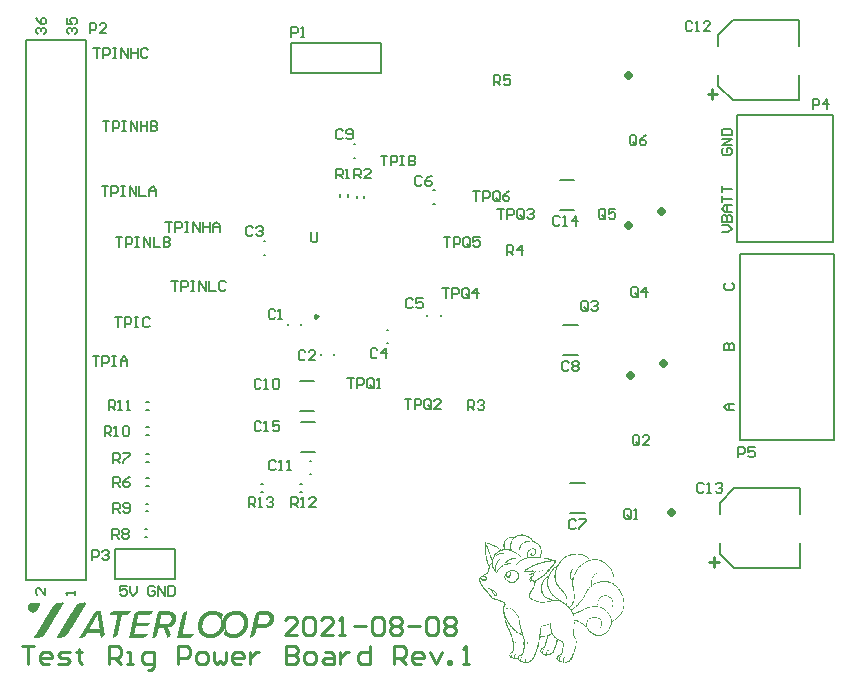
<source format=gto>
G04*
G04 #@! TF.GenerationSoftware,Altium Limited,Altium Designer,21.6.1 (37)*
G04*
G04 Layer_Color=65535*
%FSLAX25Y25*%
%MOIN*%
G70*
G04*
G04 #@! TF.SameCoordinates,18844971-8FF4-41C5-970B-CDA0927229B8*
G04*
G04*
G04 #@! TF.FilePolarity,Positive*
G04*
G01*
G75*
%ADD10C,0.01575*%
%ADD11C,0.00984*%
%ADD12C,0.00787*%
%ADD13C,0.01000*%
%ADD14C,0.00650*%
G36*
X415547Y224454D02*
X416226D01*
Y224318D01*
X416634D01*
Y224182D01*
X417042D01*
Y224046D01*
X417314D01*
Y223910D01*
X417586D01*
Y223774D01*
X417858D01*
Y223638D01*
X417994D01*
Y223502D01*
X418130D01*
Y223366D01*
X418402D01*
Y223230D01*
X418538D01*
Y223094D01*
X418673D01*
Y222958D01*
Y222822D01*
X418809D01*
Y222686D01*
X418945D01*
Y222550D01*
X419081D01*
Y222414D01*
X419217D01*
Y222278D01*
X419625D01*
Y222143D01*
X419897D01*
Y222007D01*
X420169D01*
Y221871D01*
X420441D01*
Y221735D01*
X420577D01*
Y221599D01*
X420713D01*
Y221463D01*
X420849D01*
Y221327D01*
X420985D01*
Y221191D01*
X421120D01*
Y221055D01*
X421256D01*
Y220919D01*
X421392D01*
Y220783D01*
Y220647D01*
X421528D01*
Y220511D01*
Y220375D01*
X421664D01*
Y220239D01*
Y220104D01*
X421800D01*
Y219968D01*
Y219832D01*
Y219696D01*
Y219560D01*
Y219424D01*
X421936D01*
Y219288D01*
Y219152D01*
Y219016D01*
Y218880D01*
Y218744D01*
Y218608D01*
Y218472D01*
Y218336D01*
Y218200D01*
X421800D01*
Y218064D01*
Y217928D01*
Y217793D01*
X421664D01*
Y217656D01*
Y217521D01*
Y217385D01*
X421528D01*
Y217249D01*
Y217113D01*
Y216977D01*
X421664D01*
Y216841D01*
X423024D01*
Y216705D01*
X423839D01*
Y216569D01*
X424247D01*
Y216433D01*
X424791D01*
Y216297D01*
X425199D01*
Y216161D01*
X425470D01*
Y216025D01*
X426014D01*
Y215889D01*
X426558D01*
Y215753D01*
X426694D01*
Y215617D01*
Y215481D01*
Y215346D01*
Y215210D01*
X426558D01*
Y215074D01*
X426422D01*
Y214938D01*
Y214802D01*
X426286D01*
Y214666D01*
X426150D01*
Y214530D01*
X426014D01*
Y214394D01*
X425878D01*
Y214258D01*
Y214122D01*
X425742D01*
Y213986D01*
X425606D01*
Y213850D01*
X425470D01*
Y213714D01*
X425335D01*
Y213578D01*
X425199D01*
Y213442D01*
Y213306D01*
X425063D01*
Y213170D01*
X424927D01*
Y213035D01*
X424791D01*
Y212899D01*
X424655D01*
Y212763D01*
X424519D01*
Y212627D01*
Y212491D01*
X424383D01*
Y212355D01*
X424247D01*
Y212219D01*
X424111D01*
Y212083D01*
X423975D01*
Y211947D01*
X423839D01*
Y211811D01*
X423703D01*
Y211675D01*
X423567D01*
Y211539D01*
X423431D01*
Y211403D01*
X423295D01*
Y211267D01*
X423160D01*
Y211131D01*
X423024D01*
Y210995D01*
X422888D01*
Y210859D01*
X422752D01*
Y210723D01*
X422480D01*
Y210588D01*
X422344D01*
Y210452D01*
X422208D01*
Y210316D01*
X421936D01*
Y210180D01*
X421800D01*
Y210044D01*
X421528D01*
Y209908D01*
X421392D01*
Y209772D01*
X421120D01*
Y209636D01*
X420985D01*
Y209500D01*
X420713D01*
Y209364D01*
X420577D01*
Y209228D01*
X420305D01*
Y209092D01*
X420033D01*
Y208956D01*
Y208820D01*
X419897D01*
Y208684D01*
Y208548D01*
X419761D01*
Y208413D01*
Y208277D01*
Y208141D01*
Y208005D01*
Y207869D01*
X419625D01*
Y207733D01*
Y207597D01*
Y207461D01*
Y207325D01*
X419489D01*
Y207189D01*
Y207053D01*
X419353D01*
Y206917D01*
Y206781D01*
X419217D01*
Y206645D01*
Y206509D01*
X419081D01*
Y206373D01*
Y206237D01*
X418945D01*
Y206101D01*
X418809D01*
Y205965D01*
Y205830D01*
X418673D01*
Y205694D01*
Y205558D01*
X418538D01*
Y205422D01*
Y205286D01*
X418402D01*
Y205150D01*
X418266D01*
Y205014D01*
Y204878D01*
X418130D01*
Y204742D01*
X417994D01*
Y204606D01*
X417858D01*
Y204470D01*
Y204334D01*
Y204198D01*
Y204062D01*
X417994D01*
Y203926D01*
Y203790D01*
Y203655D01*
X418130D01*
Y203519D01*
X418266D01*
Y203383D01*
X418402D01*
Y203247D01*
X418673D01*
Y203111D01*
X418809D01*
Y202975D01*
X419081D01*
Y202839D01*
X419353D01*
Y202703D01*
X419761D01*
Y202567D01*
X420033D01*
Y202431D01*
X420577D01*
Y202295D01*
X421120D01*
Y202159D01*
X421800D01*
Y202023D01*
X422480D01*
Y202159D01*
X423567D01*
Y202295D01*
X424247D01*
Y202431D01*
X425063D01*
Y202567D01*
X425335D01*
Y202703D01*
X424927D01*
Y202839D01*
X424247D01*
Y202975D01*
X423839D01*
Y203111D01*
X423567D01*
Y203247D01*
X423295D01*
Y203383D01*
X423024D01*
Y203519D01*
X422888D01*
Y203655D01*
X422752D01*
Y203790D01*
X422616D01*
Y203926D01*
X422480D01*
Y204062D01*
X422344D01*
Y204198D01*
Y204334D01*
X422208D01*
Y204470D01*
Y204606D01*
X422072D01*
Y204742D01*
X421936D01*
Y204878D01*
Y205014D01*
Y205150D01*
X421800D01*
Y205286D01*
Y205422D01*
Y205558D01*
Y205694D01*
Y205830D01*
X421664D01*
Y205965D01*
Y206101D01*
Y206237D01*
Y206373D01*
Y206509D01*
Y206645D01*
Y206781D01*
Y206917D01*
Y207053D01*
Y207189D01*
Y207325D01*
Y207461D01*
Y207597D01*
Y207733D01*
X421800D01*
Y207869D01*
Y208005D01*
Y208141D01*
X421936D01*
Y208277D01*
Y208413D01*
X422072D01*
Y208548D01*
Y208684D01*
Y208820D01*
X422208D01*
Y208956D01*
Y209092D01*
X422344D01*
Y209228D01*
X422480D01*
Y209364D01*
X422616D01*
Y209500D01*
Y209636D01*
X422752D01*
Y209772D01*
X422888D01*
Y209908D01*
X423024D01*
Y210044D01*
X423160D01*
Y210180D01*
X423431D01*
Y210316D01*
X423567D01*
Y210452D01*
X423839D01*
Y210588D01*
X423975D01*
Y210723D01*
X424247D01*
Y210859D01*
Y210995D01*
Y211131D01*
X424383D01*
Y211267D01*
Y211403D01*
X424519D01*
Y211539D01*
X424655D01*
Y211675D01*
Y211811D01*
Y211947D01*
X424791D01*
Y212083D01*
X424927D01*
Y212219D01*
X425063D01*
Y212355D01*
Y212491D01*
X425199D01*
Y212627D01*
X425335D01*
Y212763D01*
Y212899D01*
X425470D01*
Y213035D01*
X425606D01*
Y213170D01*
X425742D01*
Y213306D01*
X425878D01*
Y213442D01*
X426014D01*
Y213578D01*
X426150D01*
Y213714D01*
X426286D01*
Y213850D01*
X426558D01*
Y213986D01*
X426830D01*
Y214122D01*
X426966D01*
Y214258D01*
X427238D01*
Y214394D01*
X427374D01*
Y214530D01*
Y214666D01*
X427510D01*
Y214802D01*
Y214938D01*
X427646D01*
Y215074D01*
X427781D01*
Y215210D01*
Y215346D01*
X427917D01*
Y215481D01*
X428053D01*
Y215617D01*
Y215753D01*
X428189D01*
Y215889D01*
X428325D01*
Y216025D01*
X428461D01*
Y216161D01*
X428597D01*
Y216297D01*
X428733D01*
Y216433D01*
X428869D01*
Y216569D01*
X429005D01*
Y216705D01*
X429277D01*
Y216841D01*
X429413D01*
Y216977D01*
X429685D01*
Y217113D01*
X429821D01*
Y217249D01*
X429957D01*
Y217385D01*
X430229D01*
Y217521D01*
X430636D01*
Y217656D01*
X431044D01*
Y217793D01*
X431316D01*
Y217928D01*
X431724D01*
Y218064D01*
X432540D01*
Y218200D01*
X434715D01*
Y218064D01*
X435258D01*
Y217928D01*
X435530D01*
Y217793D01*
X436074D01*
Y217656D01*
X436346D01*
Y217521D01*
X436482D01*
Y217385D01*
X436754D01*
Y217249D01*
X436890D01*
Y217113D01*
X437026D01*
Y216977D01*
X437297D01*
Y216841D01*
X437433D01*
Y216705D01*
X437569D01*
Y216569D01*
X437705D01*
Y216433D01*
X437841D01*
Y216297D01*
Y216161D01*
X438113D01*
Y216025D01*
X438385D01*
Y216161D01*
X438657D01*
Y216297D01*
X440696D01*
Y216161D01*
X441104D01*
Y216025D01*
X441648D01*
Y215889D01*
X441920D01*
Y215753D01*
X442191D01*
Y215617D01*
X442463D01*
Y215481D01*
X442735D01*
Y215346D01*
X442871D01*
Y215210D01*
X443007D01*
Y215074D01*
X443279D01*
Y214938D01*
X443415D01*
Y214802D01*
X443551D01*
Y214666D01*
X443687D01*
Y214530D01*
X443959D01*
Y214394D01*
X444095D01*
Y214258D01*
Y214122D01*
X444231D01*
Y213986D01*
X444367D01*
Y213850D01*
X444502D01*
Y213714D01*
X444638D01*
Y213578D01*
X444774D01*
Y213442D01*
Y213306D01*
X444910D01*
Y213170D01*
X445046D01*
Y213035D01*
X445182D01*
Y212899D01*
Y212763D01*
X445318D01*
Y212627D01*
Y212491D01*
X445454D01*
Y212355D01*
Y212219D01*
X445590D01*
Y212083D01*
Y211947D01*
Y211811D01*
X445726D01*
Y211675D01*
Y211539D01*
X445862D01*
Y211403D01*
Y211267D01*
Y211131D01*
Y210995D01*
X445998D01*
Y210859D01*
Y210723D01*
Y210588D01*
Y210452D01*
Y210316D01*
Y210180D01*
Y210044D01*
Y209908D01*
Y209772D01*
Y209636D01*
Y209500D01*
X446134D01*
Y209364D01*
X445998D01*
Y209228D01*
Y209092D01*
Y208956D01*
Y208820D01*
Y208684D01*
Y208548D01*
Y208413D01*
Y208277D01*
X445862D01*
Y208141D01*
Y208005D01*
X445998D01*
Y207869D01*
X446270D01*
Y207733D01*
X446406D01*
Y207597D01*
X446542D01*
Y207461D01*
X446677D01*
Y207325D01*
X446949D01*
Y207189D01*
X447085D01*
Y207053D01*
X447221D01*
Y206917D01*
Y206781D01*
X447357D01*
Y206645D01*
X447493D01*
Y206509D01*
X447629D01*
Y206373D01*
X447765D01*
Y206237D01*
X447901D01*
Y206101D01*
Y205965D01*
X448037D01*
Y205830D01*
X448173D01*
Y205694D01*
Y205558D01*
X448309D01*
Y205422D01*
X448445D01*
Y205286D01*
Y205150D01*
Y205014D01*
X448581D01*
Y204878D01*
Y204742D01*
X448717D01*
Y204606D01*
Y204470D01*
X448853D01*
Y204334D01*
Y204198D01*
Y204062D01*
X448988D01*
Y203926D01*
X449124D01*
Y203790D01*
Y203655D01*
Y203519D01*
X449260D01*
Y203383D01*
Y203247D01*
Y203111D01*
Y202975D01*
Y202839D01*
X449396D01*
Y202703D01*
Y202567D01*
Y202431D01*
Y202295D01*
Y202159D01*
Y202023D01*
Y201887D01*
Y201751D01*
Y201615D01*
Y201479D01*
Y201343D01*
Y201207D01*
Y201072D01*
Y200936D01*
Y200800D01*
Y200664D01*
Y200528D01*
Y200392D01*
Y200256D01*
X449260D01*
Y200120D01*
Y199984D01*
Y199848D01*
Y199712D01*
Y199576D01*
X449124D01*
Y199440D01*
Y199304D01*
X448988D01*
Y199168D01*
Y199032D01*
Y198897D01*
X448853D01*
Y198761D01*
Y198625D01*
X448717D01*
Y198489D01*
Y198353D01*
X448581D01*
Y198217D01*
Y198081D01*
X448445D01*
Y197945D01*
X448309D01*
Y197809D01*
X448173D01*
Y197673D01*
Y197537D01*
X448037D01*
Y197401D01*
X447901D01*
Y197265D01*
X447765D01*
Y197129D01*
X447629D01*
Y196993D01*
X447493D01*
Y196857D01*
X447357D01*
Y196721D01*
X447221D01*
Y196586D01*
X447085D01*
Y196450D01*
X446813D01*
Y196314D01*
X446677D01*
Y196178D01*
X446542D01*
Y196042D01*
X446406D01*
Y195906D01*
X446134D01*
Y195770D01*
X445998D01*
Y195634D01*
X445726D01*
Y195498D01*
X445454D01*
Y195362D01*
X445318D01*
Y195226D01*
X445182D01*
Y195090D01*
Y194954D01*
Y194818D01*
Y194682D01*
Y194546D01*
Y194410D01*
X445046D01*
Y194274D01*
Y194139D01*
Y194003D01*
X444910D01*
Y193867D01*
Y193731D01*
Y193595D01*
X444774D01*
Y193459D01*
Y193323D01*
X444638D01*
Y193187D01*
Y193051D01*
Y192915D01*
X444502D01*
Y192779D01*
X444367D01*
Y192643D01*
Y192507D01*
X444231D01*
Y192371D01*
X444095D01*
Y192235D01*
X443959D01*
Y192099D01*
X443823D01*
Y191964D01*
X443687D01*
Y191827D01*
X443551D01*
Y191692D01*
X443415D01*
Y191556D01*
X443279D01*
Y191420D01*
X443007D01*
Y191284D01*
X442735D01*
Y191148D01*
X442463D01*
Y191012D01*
X442056D01*
Y190876D01*
X441512D01*
Y190740D01*
X440288D01*
Y190876D01*
X439744D01*
Y191012D01*
X439337D01*
Y191148D01*
X439065D01*
Y191284D01*
X438793D01*
Y191420D01*
X438657D01*
Y191556D01*
X438385D01*
Y191692D01*
X438249D01*
Y191827D01*
X438113D01*
Y191964D01*
X437977D01*
Y192099D01*
X437841D01*
Y192235D01*
X437705D01*
Y192371D01*
X437569D01*
Y192507D01*
X437433D01*
Y192643D01*
X437297D01*
Y192779D01*
Y192915D01*
X437161D01*
Y193051D01*
X437026D01*
Y193187D01*
Y193323D01*
X436890D01*
Y193459D01*
Y193595D01*
X436754D01*
Y193731D01*
X436618D01*
Y193867D01*
X436482D01*
Y194003D01*
X436210D01*
Y194139D01*
X436074D01*
Y194274D01*
X435938D01*
Y194410D01*
X435666D01*
Y194546D01*
X435530D01*
Y194682D01*
X435394D01*
Y194818D01*
X435122D01*
Y194954D01*
X434851D01*
Y195090D01*
X434579D01*
Y195226D01*
X434307D01*
Y195362D01*
X434035D01*
Y195498D01*
X433763D01*
Y195634D01*
X433355D01*
Y195770D01*
X432947D01*
Y195634D01*
X432811D01*
Y195770D01*
X432676D01*
Y195906D01*
Y196042D01*
Y196178D01*
Y196314D01*
Y196450D01*
Y196586D01*
Y196721D01*
Y196857D01*
X432540D01*
Y196993D01*
Y197129D01*
Y197265D01*
Y197401D01*
Y197537D01*
X432268D01*
Y197673D01*
Y197809D01*
Y197945D01*
X432132D01*
Y198081D01*
Y198217D01*
Y198353D01*
X431996D01*
Y198489D01*
Y198625D01*
X431860D01*
Y198761D01*
X431724D01*
Y198897D01*
Y199032D01*
X431588D01*
Y199168D01*
Y199304D01*
X431452D01*
Y199440D01*
Y199576D01*
X431316D01*
Y199712D01*
X431180D01*
Y199848D01*
X431044D01*
Y199984D01*
X430908D01*
Y200120D01*
X430772D01*
Y200256D01*
X430636D01*
Y200392D01*
X430500D01*
Y200528D01*
X430365D01*
Y200664D01*
X430229D01*
Y200800D01*
X430093D01*
Y200936D01*
X429957D01*
Y201072D01*
X429821D01*
Y201207D01*
X429549D01*
Y201343D01*
X429413D01*
Y201479D01*
X429141D01*
Y201615D01*
X429005D01*
Y201751D01*
X428733D01*
Y201887D01*
X428461D01*
Y202023D01*
X428189D01*
Y202159D01*
X428053D01*
Y202295D01*
X427646D01*
Y202431D01*
X425470D01*
Y202295D01*
X425063D01*
Y202159D01*
X424655D01*
Y202023D01*
X423975D01*
Y201887D01*
X423024D01*
Y201751D01*
X421392D01*
Y201887D01*
X420713D01*
Y202023D01*
X420305D01*
Y202159D01*
X419897D01*
Y202295D01*
X419489D01*
Y202431D01*
X419217D01*
Y202567D01*
X418945D01*
Y202703D01*
X418673D01*
Y202839D01*
X418402D01*
Y202975D01*
X418130D01*
Y203111D01*
X417994D01*
Y203247D01*
X417858D01*
Y203383D01*
Y203519D01*
X417722D01*
Y203655D01*
Y203790D01*
X417586D01*
Y203926D01*
Y204062D01*
Y204198D01*
Y204334D01*
Y204470D01*
Y204606D01*
Y204742D01*
X417722D01*
Y204878D01*
Y205014D01*
X417858D01*
Y205150D01*
X417994D01*
Y205286D01*
X418130D01*
Y205422D01*
Y205558D01*
X418266D01*
Y205694D01*
Y205830D01*
X418402D01*
Y205965D01*
X418538D01*
Y206101D01*
Y206237D01*
X418673D01*
Y206373D01*
Y206509D01*
X418809D01*
Y206645D01*
Y206781D01*
X418945D01*
Y206917D01*
X419081D01*
Y207053D01*
Y207189D01*
X419217D01*
Y207325D01*
Y207461D01*
Y207597D01*
Y207733D01*
X419353D01*
Y207869D01*
Y208005D01*
Y208141D01*
X419489D01*
Y208277D01*
Y208413D01*
Y208548D01*
Y208684D01*
X419081D01*
Y208820D01*
Y208956D01*
X418945D01*
Y209092D01*
X418673D01*
Y208956D01*
X418402D01*
Y208820D01*
X417994D01*
Y208956D01*
Y209092D01*
X418130D01*
Y209228D01*
Y209364D01*
X418266D01*
Y209500D01*
Y209636D01*
X417994D01*
Y209500D01*
X417858D01*
Y209364D01*
X417722D01*
Y209500D01*
Y209636D01*
Y209772D01*
X417858D01*
Y209908D01*
X417994D01*
Y210044D01*
X418130D01*
Y210180D01*
Y210316D01*
X418266D01*
Y210452D01*
X418402D01*
Y210588D01*
X418538D01*
Y210723D01*
X418809D01*
Y210859D01*
X418945D01*
Y210995D01*
X419081D01*
Y211131D01*
Y211267D01*
Y211403D01*
X418945D01*
Y211267D01*
X418538D01*
Y211131D01*
X417858D01*
Y210995D01*
X417450D01*
Y211131D01*
X417586D01*
Y211267D01*
X417722D01*
Y211403D01*
X418130D01*
Y211539D01*
X418402D01*
Y211675D01*
X418809D01*
Y211811D01*
X419217D01*
Y211947D01*
X419625D01*
Y212083D01*
Y212219D01*
Y212355D01*
X419217D01*
Y212219D01*
X417450D01*
Y212083D01*
X416226D01*
Y211947D01*
X415819D01*
Y212083D01*
Y212219D01*
X415955D01*
Y212355D01*
X416090D01*
Y212491D01*
X416226D01*
Y212627D01*
X416362D01*
Y212763D01*
X416498D01*
Y212899D01*
X416770D01*
Y213035D01*
X416906D01*
Y213170D01*
X417042D01*
Y213306D01*
X417314D01*
Y213442D01*
X417586D01*
Y213578D01*
X417722D01*
Y213714D01*
X417994D01*
Y213850D01*
X418266D01*
Y213986D01*
X418538D01*
Y214122D01*
X418809D01*
Y214258D01*
X419081D01*
Y214394D01*
X419353D01*
Y214530D01*
X419761D01*
Y214666D01*
X420033D01*
Y214802D01*
X420441D01*
Y214938D01*
X420849D01*
Y215074D01*
X421392D01*
Y215210D01*
X421800D01*
Y215346D01*
X422208D01*
Y215481D01*
X422752D01*
Y215617D01*
X423431D01*
Y215753D01*
X424791D01*
Y215889D01*
X425063D01*
Y216025D01*
X424791D01*
Y216161D01*
X424111D01*
Y216297D01*
X423295D01*
Y216433D01*
X422616D01*
Y216569D01*
X421664D01*
Y216705D01*
X420577D01*
Y216841D01*
X420033D01*
Y216705D01*
X419625D01*
Y216841D01*
X418673D01*
Y216705D01*
X417722D01*
Y216569D01*
X417042D01*
Y216433D01*
X416634D01*
Y216297D01*
X416090D01*
Y216161D01*
X415819D01*
Y216025D01*
X415411D01*
Y215889D01*
X415275D01*
Y215753D01*
X415003D01*
Y215617D01*
X414731D01*
Y215481D01*
X414595D01*
Y215346D01*
X414459D01*
Y215210D01*
X414187D01*
Y215074D01*
X414051D01*
Y214938D01*
Y214802D01*
X413915D01*
Y214666D01*
X413779D01*
Y214530D01*
X413508D01*
Y214666D01*
X413644D01*
Y214802D01*
Y214938D01*
X411740D01*
Y214802D01*
X411061D01*
Y214666D01*
X410517D01*
Y214530D01*
X410109D01*
Y214394D01*
X409701D01*
Y214258D01*
X409158D01*
Y214122D01*
X409022D01*
Y213986D01*
X408886D01*
Y213850D01*
X408750D01*
Y213714D01*
X408478D01*
Y213578D01*
X408342D01*
Y213442D01*
X408206D01*
Y213306D01*
X408070D01*
Y213170D01*
X407934D01*
Y213035D01*
X407798D01*
Y212899D01*
X407662D01*
Y212763D01*
X407526D01*
Y212627D01*
X407390D01*
Y212491D01*
Y212355D01*
X407254D01*
Y212219D01*
Y212083D01*
X407118D01*
Y211947D01*
Y211811D01*
X406982D01*
Y211675D01*
X406847D01*
Y211811D01*
X406711D01*
Y211947D01*
X406575D01*
Y212083D01*
X406439D01*
Y212219D01*
X406303D01*
Y212355D01*
X406167D01*
Y212491D01*
X406031D01*
Y212627D01*
Y212763D01*
X405895D01*
Y212899D01*
X405759D01*
Y213035D01*
Y213170D01*
X405623D01*
Y213306D01*
Y213442D01*
X405487D01*
Y213578D01*
Y213714D01*
Y213850D01*
X405351D01*
Y213986D01*
Y214122D01*
Y214258D01*
Y214394D01*
Y214530D01*
Y214666D01*
X405215D01*
Y214802D01*
X405079D01*
Y214666D01*
Y214530D01*
X404943D01*
Y214394D01*
Y214258D01*
X404807D01*
Y214122D01*
Y213986D01*
X404671D01*
Y213850D01*
Y213714D01*
Y213578D01*
X404535D01*
Y213442D01*
Y213306D01*
Y213170D01*
Y213035D01*
X404399D01*
Y212899D01*
Y212763D01*
Y212627D01*
X404264D01*
Y212491D01*
Y212355D01*
Y212219D01*
X404128D01*
Y212083D01*
Y211947D01*
X403992D01*
Y211811D01*
Y211675D01*
X403856D01*
Y211539D01*
X403720D01*
Y211403D01*
X403584D01*
Y211267D01*
X403312D01*
Y211131D01*
X403040D01*
Y210995D01*
X402768D01*
Y210859D01*
X402496D01*
Y210723D01*
Y210588D01*
X403312D01*
Y210452D01*
X403584D01*
Y210316D01*
X403720D01*
Y210180D01*
Y210044D01*
Y209908D01*
Y209772D01*
Y209636D01*
Y209500D01*
X403584D01*
Y209364D01*
X403448D01*
Y209228D01*
X403176D01*
Y209092D01*
X403040D01*
Y208956D01*
X402224D01*
Y209092D01*
X402088D01*
Y209228D01*
X401953D01*
Y209364D01*
X401817D01*
Y209500D01*
Y209636D01*
X401681D01*
Y209772D01*
Y209908D01*
X401545D01*
Y209772D01*
X401409D01*
Y209636D01*
Y209500D01*
Y209364D01*
Y209228D01*
Y209092D01*
Y208956D01*
X401545D01*
Y208820D01*
Y208684D01*
X401681D01*
Y208548D01*
Y208413D01*
X401817D01*
Y208277D01*
Y208141D01*
X401953D01*
Y208005D01*
Y207869D01*
X402088D01*
Y207733D01*
Y207597D01*
X402224D01*
Y207461D01*
X402360D01*
Y207325D01*
Y207189D01*
X402496D01*
Y207053D01*
X402632D01*
Y206917D01*
X402768D01*
Y206781D01*
Y206645D01*
X402904D01*
Y206509D01*
X403040D01*
Y206373D01*
X403176D01*
Y206237D01*
X403312D01*
Y206101D01*
X403448D01*
Y205965D01*
X403584D01*
Y205830D01*
X403720D01*
Y205694D01*
Y205558D01*
X403856D01*
Y205422D01*
X403992D01*
Y205286D01*
X404128D01*
Y205150D01*
X404264D01*
Y205014D01*
X404399D01*
Y204878D01*
X404535D01*
Y204742D01*
Y204606D01*
X404671D01*
Y204470D01*
X404807D01*
Y204334D01*
X404943D01*
Y204198D01*
Y204062D01*
X405079D01*
Y203926D01*
X405215D01*
Y203790D01*
X405351D01*
Y203655D01*
X405487D01*
Y203519D01*
X405759D01*
Y203383D01*
X406031D01*
Y203247D01*
X406439D01*
Y203111D01*
X406982D01*
Y202975D01*
X407254D01*
Y202839D01*
X407662D01*
Y202703D01*
X408070D01*
Y202567D01*
X408342D01*
Y202431D01*
X408614D01*
Y202295D01*
X408886D01*
Y202159D01*
X409158D01*
Y202023D01*
X409429D01*
Y201887D01*
X409565D01*
Y201751D01*
X409701D01*
Y201615D01*
X409837D01*
Y201479D01*
X409973D01*
Y201343D01*
X410109D01*
Y201207D01*
Y201072D01*
X409973D01*
Y201207D01*
X409837D01*
Y201343D01*
X409565D01*
Y201207D01*
Y201072D01*
Y200936D01*
Y200800D01*
Y200664D01*
Y200528D01*
Y200392D01*
X409429D01*
Y200256D01*
Y200120D01*
Y199984D01*
Y199848D01*
Y199712D01*
Y199576D01*
Y199440D01*
Y199304D01*
Y199168D01*
Y199032D01*
Y198897D01*
Y198761D01*
X409565D01*
Y198625D01*
Y198489D01*
Y198353D01*
Y198217D01*
Y198081D01*
Y197945D01*
X409701D01*
Y197809D01*
Y197673D01*
X409837D01*
Y197537D01*
Y197401D01*
Y197265D01*
X409973D01*
Y197129D01*
Y196993D01*
X410109D01*
Y196857D01*
Y196721D01*
X410245D01*
Y196586D01*
Y196450D01*
X410381D01*
Y196314D01*
Y196178D01*
Y196042D01*
X410517D01*
Y195906D01*
Y195770D01*
X410653D01*
Y195634D01*
X410789D01*
Y195498D01*
Y195362D01*
X410925D01*
Y195226D01*
X411061D01*
Y195090D01*
Y194954D01*
X411197D01*
Y194818D01*
X411333D01*
Y194682D01*
Y194546D01*
X411469D01*
Y194410D01*
X411604D01*
Y194274D01*
X411740D01*
Y194139D01*
Y194003D01*
X411876D01*
Y193867D01*
X412012D01*
Y193731D01*
X412148D01*
Y193595D01*
X412284D01*
Y193459D01*
X412420D01*
Y193323D01*
X412556D01*
Y193187D01*
X412692D01*
Y193051D01*
X412828D01*
Y192915D01*
X412964D01*
Y192779D01*
X413100D01*
Y192643D01*
X413236D01*
Y192507D01*
X413372D01*
Y192371D01*
X413644D01*
Y192235D01*
X413779D01*
Y192099D01*
X413915D01*
Y191964D01*
X414051D01*
Y191827D01*
X414323D01*
Y191692D01*
X414595D01*
Y191556D01*
X414867D01*
Y191420D01*
X415139D01*
Y191284D01*
X415411D01*
Y191420D01*
Y191556D01*
Y191692D01*
X415275D01*
Y191827D01*
X415139D01*
Y191964D01*
Y192099D01*
Y192235D01*
Y192371D01*
X415003D01*
Y192507D01*
Y192643D01*
Y192779D01*
X414867D01*
Y192915D01*
Y193051D01*
Y193187D01*
X414731D01*
Y193323D01*
Y193459D01*
Y193595D01*
Y193731D01*
X414595D01*
Y193867D01*
Y194003D01*
Y194139D01*
Y194274D01*
X414459D01*
Y194410D01*
Y194546D01*
Y194682D01*
Y194818D01*
X414323D01*
Y194954D01*
Y195090D01*
Y195226D01*
Y195362D01*
Y195498D01*
Y195634D01*
Y195770D01*
X414187D01*
Y195906D01*
Y196042D01*
Y196178D01*
Y196314D01*
X414323D01*
Y196450D01*
X414187D01*
Y196586D01*
Y196721D01*
X414051D01*
Y196857D01*
Y196993D01*
X413915D01*
Y197129D01*
Y197265D01*
X413779D01*
Y197401D01*
Y197537D01*
X413644D01*
Y197673D01*
Y197809D01*
X413508D01*
Y197945D01*
X413372D01*
Y198081D01*
X413236D01*
Y198217D01*
Y198353D01*
X413100D01*
Y198489D01*
X412964D01*
Y198625D01*
X412828D01*
Y198761D01*
Y198897D01*
X412692D01*
Y199032D01*
X412556D01*
Y199168D01*
X412284D01*
Y199304D01*
X412148D01*
Y199440D01*
X412012D01*
Y199576D01*
X411740D01*
Y199712D01*
X411604D01*
Y199848D01*
X411197D01*
Y199984D01*
X410789D01*
Y199848D01*
X410381D01*
Y199712D01*
X410245D01*
Y199576D01*
X410109D01*
Y199440D01*
X409973D01*
Y199576D01*
Y199712D01*
Y199848D01*
Y199984D01*
X410245D01*
Y200120D01*
X411469D01*
Y199984D01*
X411740D01*
Y199848D01*
X411876D01*
Y199712D01*
X412148D01*
Y199576D01*
X412284D01*
Y199440D01*
X412556D01*
Y199304D01*
X412692D01*
Y199168D01*
X412828D01*
Y199032D01*
X412964D01*
Y198897D01*
X413100D01*
Y198761D01*
X413236D01*
Y198625D01*
X413372D01*
Y198489D01*
Y198353D01*
X413508D01*
Y198217D01*
X413644D01*
Y198081D01*
Y197945D01*
X413779D01*
Y197809D01*
X413915D01*
Y197673D01*
Y197537D01*
X414051D01*
Y197401D01*
X414187D01*
Y197265D01*
Y197129D01*
X414323D01*
Y196993D01*
Y196857D01*
X414459D01*
Y196721D01*
Y196586D01*
Y196450D01*
Y196314D01*
Y196178D01*
X414595D01*
Y196042D01*
Y195906D01*
Y195770D01*
Y195634D01*
Y195498D01*
Y195362D01*
Y195226D01*
Y195090D01*
X414731D01*
Y194954D01*
Y194818D01*
Y194682D01*
Y194546D01*
X414867D01*
Y194410D01*
Y194274D01*
Y194139D01*
Y194003D01*
Y193867D01*
X415003D01*
Y193731D01*
Y193595D01*
Y193459D01*
X415139D01*
Y193323D01*
Y193187D01*
Y193051D01*
X415275D01*
Y192915D01*
Y192779D01*
Y192643D01*
Y192507D01*
X415411D01*
Y192371D01*
Y192235D01*
Y192099D01*
X415547D01*
Y191964D01*
Y191827D01*
Y191692D01*
Y191556D01*
X415683D01*
Y191420D01*
Y191284D01*
Y191148D01*
Y191012D01*
X415819D01*
Y190876D01*
Y190740D01*
Y190604D01*
X415955D01*
Y190468D01*
Y190332D01*
Y190196D01*
Y190060D01*
X416090D01*
Y189924D01*
Y189788D01*
Y189653D01*
X416226D01*
Y189516D01*
Y189381D01*
Y189245D01*
Y189109D01*
Y188973D01*
Y188837D01*
Y188701D01*
Y188565D01*
Y188429D01*
Y188293D01*
Y188157D01*
Y188021D01*
Y187885D01*
Y187749D01*
Y187613D01*
Y187477D01*
Y187341D01*
Y187206D01*
Y187070D01*
Y186934D01*
Y186798D01*
Y186662D01*
Y186526D01*
Y186390D01*
X416090D01*
Y186254D01*
Y186118D01*
Y185982D01*
Y185846D01*
Y185710D01*
X415955D01*
Y185574D01*
Y185438D01*
Y185302D01*
Y185166D01*
X415819D01*
Y185030D01*
Y184895D01*
Y184759D01*
X415683D01*
Y184623D01*
Y184487D01*
X415547D01*
Y184351D01*
X415275D01*
Y184215D01*
X414867D01*
Y184079D01*
X414595D01*
Y183943D01*
X414459D01*
Y183807D01*
X414323D01*
Y183671D01*
X414187D01*
Y183535D01*
Y183399D01*
Y183263D01*
Y183127D01*
X414323D01*
Y182991D01*
Y182855D01*
X414459D01*
Y182719D01*
X414595D01*
Y182583D01*
X414867D01*
Y182719D01*
Y182855D01*
X414731D01*
Y182991D01*
X414867D01*
Y183127D01*
Y183263D01*
X415003D01*
Y183399D01*
Y183535D01*
X415139D01*
Y183671D01*
X415411D01*
Y183535D01*
X415275D01*
Y183399D01*
Y183263D01*
X415139D01*
Y183127D01*
Y182991D01*
Y182855D01*
Y182719D01*
Y182583D01*
Y182448D01*
X415275D01*
Y182312D01*
X415547D01*
Y182176D01*
X416498D01*
Y182312D01*
Y182448D01*
Y182583D01*
Y182719D01*
Y182855D01*
Y182991D01*
X416634D01*
Y183127D01*
X416906D01*
Y182991D01*
X416770D01*
Y182855D01*
Y182719D01*
Y182583D01*
Y182448D01*
Y182312D01*
Y182176D01*
X417042D01*
Y182040D01*
X417450D01*
Y182176D01*
X417722D01*
Y182312D01*
X417994D01*
Y182448D01*
X418130D01*
Y182583D01*
X418266D01*
Y182719D01*
X418402D01*
Y182855D01*
X418538D01*
Y182991D01*
X418673D01*
Y183127D01*
Y183263D01*
X418809D01*
Y183399D01*
X418945D01*
Y183535D01*
X419081D01*
Y183671D01*
Y183807D01*
X419217D01*
Y183943D01*
Y184079D01*
X419353D01*
Y184215D01*
Y184351D01*
X419489D01*
Y184487D01*
Y184623D01*
X419625D01*
Y184759D01*
Y184895D01*
X419761D01*
Y185030D01*
Y185166D01*
Y185302D01*
X419897D01*
Y185438D01*
Y185574D01*
Y185710D01*
X420033D01*
Y185846D01*
Y185982D01*
Y186118D01*
X420169D01*
Y186254D01*
Y186390D01*
Y186526D01*
X420305D01*
Y186662D01*
Y186798D01*
Y186934D01*
Y187070D01*
X420441D01*
Y187206D01*
Y187341D01*
Y187477D01*
Y187613D01*
X420577D01*
Y187749D01*
Y187885D01*
Y188021D01*
Y188157D01*
X420713D01*
Y188293D01*
Y188429D01*
Y188565D01*
Y188701D01*
Y188837D01*
X420849D01*
Y188973D01*
Y189109D01*
Y189245D01*
Y189381D01*
Y189516D01*
X420985D01*
Y189653D01*
Y189788D01*
Y189924D01*
Y190060D01*
Y190196D01*
X421120D01*
Y190332D01*
Y190468D01*
Y190604D01*
Y190740D01*
Y190876D01*
Y191012D01*
Y191148D01*
Y191284D01*
Y191420D01*
X421256D01*
Y191556D01*
Y191692D01*
Y191827D01*
Y191964D01*
Y192099D01*
Y192235D01*
Y192371D01*
X421392D01*
Y192507D01*
Y192643D01*
Y192779D01*
Y192915D01*
Y193051D01*
Y193187D01*
Y193323D01*
X421528D01*
Y193459D01*
Y193595D01*
Y193731D01*
Y193867D01*
Y194003D01*
X421936D01*
Y193867D01*
X421800D01*
Y193731D01*
Y193595D01*
Y193459D01*
Y193323D01*
Y193187D01*
Y193051D01*
X421664D01*
Y192915D01*
Y192779D01*
Y192643D01*
Y192507D01*
Y192371D01*
Y192235D01*
Y192099D01*
Y191964D01*
X421528D01*
Y191827D01*
Y191692D01*
Y191556D01*
Y191420D01*
Y191284D01*
Y191148D01*
Y191012D01*
X421392D01*
Y190876D01*
Y190740D01*
Y190604D01*
X421528D01*
Y190468D01*
X421800D01*
Y190604D01*
X422344D01*
Y190740D01*
X422888D01*
Y190876D01*
X423567D01*
Y191012D01*
X423975D01*
Y191148D01*
X424247D01*
Y191284D01*
X424655D01*
Y191420D01*
X425063D01*
Y191556D01*
X425199D01*
Y191692D01*
Y191827D01*
X425063D01*
Y191964D01*
Y192099D01*
X424927D01*
Y192235D01*
Y192371D01*
Y192507D01*
Y192643D01*
Y192779D01*
Y192915D01*
X424791D01*
Y193051D01*
Y193187D01*
Y193323D01*
Y193459D01*
Y193595D01*
Y193731D01*
X424655D01*
Y193867D01*
Y194003D01*
Y194139D01*
Y194274D01*
Y194410D01*
Y194546D01*
Y194682D01*
X424519D01*
Y194818D01*
Y194954D01*
Y195090D01*
X424655D01*
Y195226D01*
X424791D01*
Y195090D01*
X424927D01*
Y194954D01*
Y194818D01*
Y194682D01*
Y194546D01*
Y194410D01*
Y194274D01*
Y194139D01*
Y194003D01*
Y193867D01*
X425063D01*
Y193731D01*
Y193595D01*
Y193459D01*
Y193323D01*
Y193187D01*
X425199D01*
Y193051D01*
Y192915D01*
Y192779D01*
Y192643D01*
Y192507D01*
Y192371D01*
X425335D01*
Y192235D01*
Y192099D01*
Y191964D01*
Y191827D01*
X425470D01*
Y191692D01*
Y191556D01*
X425606D01*
Y191420D01*
Y191284D01*
X425742D01*
Y191148D01*
X425878D01*
Y191012D01*
X426014D01*
Y190876D01*
Y190740D01*
X426150D01*
Y190604D01*
X426286D01*
Y190468D01*
X426422D01*
Y190332D01*
X426694D01*
Y190196D01*
X426830D01*
Y190060D01*
X426966D01*
Y189924D01*
X427102D01*
Y189788D01*
X427374D01*
Y189653D01*
X427781D01*
Y189516D01*
X427917D01*
Y189381D01*
X428189D01*
Y189245D01*
X428461D01*
Y189109D01*
X428733D01*
Y188973D01*
X428869D01*
Y188837D01*
X429005D01*
Y188701D01*
X429141D01*
Y188565D01*
Y188429D01*
Y188293D01*
X429277D01*
Y188157D01*
Y188021D01*
Y187885D01*
Y187749D01*
Y187613D01*
Y187477D01*
Y187341D01*
Y187206D01*
X429141D01*
Y187070D01*
Y186934D01*
Y186798D01*
Y186662D01*
Y186526D01*
Y186390D01*
X429005D01*
Y186254D01*
Y186118D01*
Y185982D01*
Y185846D01*
Y185710D01*
Y185574D01*
Y185438D01*
Y185302D01*
X428869D01*
Y185166D01*
Y185030D01*
X428733D01*
Y184895D01*
Y184759D01*
X428597D01*
Y184623D01*
Y184487D01*
X428325D01*
Y184351D01*
X428053D01*
Y184215D01*
X427781D01*
Y184079D01*
X427646D01*
Y183943D01*
X427510D01*
Y183807D01*
X427374D01*
Y183671D01*
Y183535D01*
X427238D01*
Y183399D01*
Y183263D01*
Y183127D01*
X427374D01*
Y182991D01*
Y182855D01*
X427510D01*
Y182719D01*
X427646D01*
Y182855D01*
Y182991D01*
Y183127D01*
Y183263D01*
Y183399D01*
Y183535D01*
X427781D01*
Y183671D01*
Y183807D01*
X427917D01*
Y183943D01*
X428189D01*
Y183807D01*
Y183671D01*
X428053D01*
Y183535D01*
X427917D01*
Y183399D01*
Y183263D01*
Y183127D01*
Y182991D01*
Y182855D01*
Y182719D01*
Y182583D01*
X428053D01*
Y182448D01*
X428189D01*
Y182312D01*
X428733D01*
Y182176D01*
X429005D01*
Y182312D01*
Y182448D01*
Y182583D01*
Y182719D01*
Y182855D01*
Y182991D01*
Y183127D01*
Y183263D01*
X429141D01*
Y183399D01*
Y183535D01*
X429277D01*
Y183671D01*
X429413D01*
Y183807D01*
X429685D01*
Y183671D01*
Y183535D01*
X429549D01*
Y183399D01*
X429413D01*
Y183263D01*
Y183127D01*
X429277D01*
Y182991D01*
Y182855D01*
Y182719D01*
Y182583D01*
Y182448D01*
Y182312D01*
X429413D01*
Y182176D01*
X430229D01*
Y182312D01*
X430636D01*
Y182448D01*
X430908D01*
Y182583D01*
X431044D01*
Y182719D01*
X431180D01*
Y182855D01*
X431316D01*
Y182991D01*
X431452D01*
Y183127D01*
Y183263D01*
X431588D01*
Y183399D01*
X431724D01*
Y183535D01*
Y183671D01*
X431860D01*
Y183807D01*
Y183943D01*
X431996D01*
Y184079D01*
Y184215D01*
Y184351D01*
X432132D01*
Y184487D01*
Y184623D01*
Y184759D01*
X432268D01*
Y184895D01*
Y185030D01*
X432540D01*
Y185166D01*
Y185302D01*
X432676D01*
Y185438D01*
Y185574D01*
Y185710D01*
Y185846D01*
X432811D01*
Y185982D01*
Y186118D01*
Y186254D01*
X432947D01*
Y186390D01*
Y186526D01*
Y186662D01*
Y186798D01*
X433083D01*
Y186934D01*
Y187070D01*
Y187206D01*
Y187341D01*
X433219D01*
Y187477D01*
Y187613D01*
Y187749D01*
Y187885D01*
Y188021D01*
X433355D01*
Y188157D01*
Y188293D01*
Y188429D01*
Y188565D01*
Y188701D01*
Y188837D01*
Y188973D01*
Y189109D01*
Y189245D01*
Y189381D01*
X433219D01*
Y189516D01*
Y189653D01*
X433083D01*
Y189788D01*
Y189924D01*
X432947D01*
Y190060D01*
X432811D01*
Y190196D01*
Y190332D01*
X432676D01*
Y190468D01*
X432540D01*
Y190604D01*
Y190740D01*
Y190876D01*
X432268D01*
Y191012D01*
Y191148D01*
Y191284D01*
Y191420D01*
Y191556D01*
Y191692D01*
Y191827D01*
Y191964D01*
Y192099D01*
Y192235D01*
Y192371D01*
Y192507D01*
Y192643D01*
Y192779D01*
Y192915D01*
X432540D01*
Y193051D01*
Y193187D01*
Y193323D01*
Y193459D01*
Y193595D01*
Y193731D01*
Y193867D01*
Y194003D01*
X432676D01*
Y194139D01*
Y194274D01*
Y194410D01*
Y194546D01*
Y194682D01*
Y194818D01*
Y194954D01*
Y195090D01*
Y195226D01*
Y195362D01*
Y195498D01*
Y195634D01*
X432811D01*
Y195498D01*
Y195362D01*
X432947D01*
Y195226D01*
Y195090D01*
Y194954D01*
Y194818D01*
X432811D01*
Y194682D01*
Y194546D01*
Y194410D01*
Y194274D01*
Y194139D01*
Y194003D01*
Y193867D01*
Y193731D01*
Y193595D01*
Y193459D01*
Y193323D01*
Y193187D01*
X432676D01*
Y193051D01*
Y192915D01*
Y192779D01*
Y192643D01*
Y192507D01*
X432540D01*
Y192371D01*
Y192235D01*
Y192099D01*
Y191964D01*
Y191827D01*
Y191692D01*
Y191556D01*
Y191420D01*
Y191284D01*
Y191148D01*
X432676D01*
Y191012D01*
Y190876D01*
Y190740D01*
X432811D01*
Y190604D01*
X432947D01*
Y190468D01*
Y190332D01*
X433083D01*
Y190196D01*
X433219D01*
Y190060D01*
Y189924D01*
X433355D01*
Y189788D01*
X433491D01*
Y189653D01*
Y189516D01*
Y189381D01*
Y189245D01*
Y189109D01*
Y188973D01*
X433627D01*
Y188837D01*
Y188701D01*
Y188565D01*
Y188429D01*
X433491D01*
Y188293D01*
Y188157D01*
Y188021D01*
Y187885D01*
Y187749D01*
Y187613D01*
Y187477D01*
X433355D01*
Y187341D01*
Y187206D01*
Y187070D01*
Y186934D01*
X433219D01*
Y186798D01*
Y186662D01*
Y186526D01*
Y186390D01*
X433083D01*
Y186254D01*
Y186118D01*
Y185982D01*
X432947D01*
Y185846D01*
Y185710D01*
Y185574D01*
Y185438D01*
X432811D01*
Y185302D01*
Y185166D01*
X432676D01*
Y185030D01*
Y184895D01*
Y184759D01*
X432540D01*
Y184623D01*
Y184487D01*
Y184351D01*
X432404D01*
Y184215D01*
Y184079D01*
Y183943D01*
X432268D01*
Y183807D01*
Y183671D01*
Y183535D01*
X432132D01*
Y183399D01*
X431996D01*
Y183263D01*
Y183127D01*
X431860D01*
Y182991D01*
Y182855D01*
X431724D01*
Y182719D01*
X431588D01*
Y182583D01*
X431452D01*
Y182448D01*
X431316D01*
Y182312D01*
X431180D01*
Y182176D01*
X430908D01*
Y182040D01*
X430772D01*
Y181904D01*
X430229D01*
Y181768D01*
X429821D01*
Y181904D01*
X429277D01*
Y181768D01*
X429141D01*
Y181904D01*
X428325D01*
Y182040D01*
X428053D01*
Y182176D01*
X427781D01*
Y182312D01*
X427510D01*
Y182448D01*
X427238D01*
Y182583D01*
X427102D01*
Y182719D01*
X426966D01*
Y182855D01*
Y182991D01*
X426830D01*
Y183127D01*
Y183263D01*
Y183399D01*
Y183535D01*
X426966D01*
Y183671D01*
Y183807D01*
X427102D01*
Y183943D01*
X427238D01*
Y184079D01*
Y184215D01*
X427374D01*
Y184351D01*
X427646D01*
Y184487D01*
X427917D01*
Y184623D01*
X428053D01*
Y184759D01*
X428189D01*
Y184895D01*
X428325D01*
Y185030D01*
X428461D01*
Y185166D01*
X428597D01*
Y185302D01*
Y185438D01*
Y185574D01*
Y185710D01*
Y185846D01*
X428733D01*
Y185982D01*
Y186118D01*
Y186254D01*
Y186390D01*
Y186526D01*
Y186662D01*
X428869D01*
Y186798D01*
Y186934D01*
Y187070D01*
Y187206D01*
Y187341D01*
Y187477D01*
Y187613D01*
Y187749D01*
Y187885D01*
Y188021D01*
Y188157D01*
Y188293D01*
Y188429D01*
X428733D01*
Y188565D01*
Y188701D01*
X428461D01*
Y188837D01*
X428189D01*
Y188973D01*
X427917D01*
Y189109D01*
X427781D01*
Y189245D01*
X427646D01*
Y189381D01*
X427238D01*
Y189245D01*
Y189109D01*
Y188973D01*
Y188837D01*
X427102D01*
Y188701D01*
Y188565D01*
Y188429D01*
X426966D01*
Y188293D01*
Y188157D01*
Y188021D01*
Y187885D01*
X426830D01*
Y187749D01*
Y187613D01*
X426694D01*
Y187477D01*
Y187341D01*
Y187206D01*
X426558D01*
Y187070D01*
Y186934D01*
Y186798D01*
X426422D01*
Y186662D01*
Y186526D01*
Y186390D01*
X426286D01*
Y186254D01*
Y186118D01*
Y185982D01*
X426150D01*
Y185846D01*
Y185710D01*
Y185574D01*
X426014D01*
Y185438D01*
Y185302D01*
X425878D01*
Y185166D01*
X425742D01*
Y185030D01*
X425606D01*
Y184895D01*
X425470D01*
Y184759D01*
X425199D01*
Y184623D01*
X425063D01*
Y184487D01*
X424655D01*
Y184351D01*
X423839D01*
Y184215D01*
X422888D01*
Y184351D01*
X422616D01*
Y184487D01*
X422344D01*
Y184623D01*
X422072D01*
Y184759D01*
X421936D01*
Y184895D01*
X421800D01*
Y185030D01*
X421664D01*
Y185166D01*
X421528D01*
Y185302D01*
Y185438D01*
X421392D01*
Y185574D01*
Y185710D01*
Y185846D01*
Y185982D01*
Y186118D01*
X421528D01*
Y186254D01*
X421664D01*
Y186390D01*
Y186526D01*
X421800D01*
Y186662D01*
X422208D01*
Y186798D01*
X422344D01*
Y186934D01*
X422480D01*
Y187070D01*
X422616D01*
Y187206D01*
X422752D01*
Y187341D01*
X422888D01*
Y187477D01*
Y187613D01*
X423024D01*
Y187749D01*
Y187885D01*
Y188021D01*
Y188157D01*
X423160D01*
Y188293D01*
Y188429D01*
Y188565D01*
X423295D01*
Y188701D01*
Y188837D01*
Y188973D01*
Y189109D01*
Y189245D01*
X423431D01*
Y189381D01*
Y189516D01*
Y189653D01*
X423567D01*
Y189788D01*
Y189924D01*
Y190060D01*
Y190196D01*
X423703D01*
Y190332D01*
Y190468D01*
Y190604D01*
Y190740D01*
X423431D01*
Y190604D01*
X423160D01*
Y190468D01*
X422616D01*
Y190332D01*
X421664D01*
Y190196D01*
X421392D01*
Y190060D01*
X421256D01*
Y189924D01*
Y189788D01*
Y189653D01*
Y189516D01*
Y189381D01*
Y189245D01*
X421120D01*
Y189109D01*
Y188973D01*
Y188837D01*
Y188701D01*
Y188565D01*
Y188429D01*
Y188293D01*
X420985D01*
Y188157D01*
Y188021D01*
Y187885D01*
Y187749D01*
Y187613D01*
X420849D01*
Y187477D01*
Y187341D01*
Y187206D01*
X420713D01*
Y187070D01*
Y186934D01*
Y186798D01*
Y186662D01*
X420577D01*
Y186526D01*
Y186390D01*
X420441D01*
Y186254D01*
Y186118D01*
Y185982D01*
Y185846D01*
X420305D01*
Y185710D01*
Y185574D01*
Y185438D01*
Y185302D01*
X420169D01*
Y185166D01*
Y185030D01*
Y184895D01*
X420033D01*
Y184759D01*
Y184623D01*
X419897D01*
Y184487D01*
Y184351D01*
X419761D01*
Y184215D01*
Y184079D01*
X419625D01*
Y183943D01*
Y183807D01*
X419489D01*
Y183671D01*
Y183535D01*
X419353D01*
Y183399D01*
Y183263D01*
X419217D01*
Y183127D01*
X419081D01*
Y182991D01*
X418945D01*
Y182855D01*
X418809D01*
Y182719D01*
X418673D01*
Y182583D01*
X418538D01*
Y182448D01*
Y182312D01*
X418402D01*
Y182176D01*
X418266D01*
Y182040D01*
X418130D01*
Y181904D01*
X417722D01*
Y181768D01*
X416498D01*
Y181904D01*
X416362D01*
Y181768D01*
X415547D01*
Y181904D01*
X415275D01*
Y182040D01*
X415003D01*
Y182176D01*
X414595D01*
Y182312D01*
X414323D01*
Y182448D01*
X414187D01*
Y182583D01*
X414051D01*
Y182719D01*
Y182855D01*
Y182991D01*
X413508D01*
Y183127D01*
X412420D01*
Y183263D01*
X412012D01*
Y183399D01*
X411604D01*
Y183535D01*
X411469D01*
Y183671D01*
X411333D01*
Y183807D01*
X411197D01*
Y183943D01*
Y184079D01*
X411061D01*
Y184215D01*
Y184351D01*
Y184487D01*
X411197D01*
Y184623D01*
Y184759D01*
Y184895D01*
X411333D01*
Y185030D01*
X411469D01*
Y185166D01*
X411604D01*
Y185302D01*
X411876D01*
Y185438D01*
X412012D01*
Y185574D01*
Y185710D01*
X412148D01*
Y185846D01*
X412284D01*
Y185982D01*
Y186118D01*
Y186254D01*
X412420D01*
Y186390D01*
Y186526D01*
Y186662D01*
Y186798D01*
Y186934D01*
Y187070D01*
X412284D01*
Y187206D01*
Y187341D01*
Y187477D01*
Y187613D01*
Y187749D01*
Y187885D01*
Y188021D01*
Y188157D01*
Y188293D01*
Y188429D01*
Y188565D01*
X412148D01*
Y188701D01*
Y188837D01*
Y188973D01*
Y189109D01*
Y189245D01*
X412012D01*
Y189381D01*
Y189516D01*
Y189653D01*
Y189788D01*
X411876D01*
Y189924D01*
Y190060D01*
Y190196D01*
Y190332D01*
X411740D01*
Y190468D01*
Y190604D01*
Y190740D01*
X411604D01*
Y190876D01*
Y191012D01*
X411469D01*
Y191148D01*
Y191284D01*
X411333D01*
Y191420D01*
Y191556D01*
Y191692D01*
X411197D01*
Y191827D01*
Y191964D01*
X411061D01*
Y192099D01*
Y192235D01*
X410925D01*
Y192371D01*
Y192507D01*
Y192643D01*
X410789D01*
Y192779D01*
Y192915D01*
X410653D01*
Y193051D01*
Y193187D01*
X410517D01*
Y193323D01*
Y193459D01*
X410381D01*
Y193595D01*
Y193731D01*
Y193867D01*
X410245D01*
Y194003D01*
Y194139D01*
X410109D01*
Y194274D01*
Y194410D01*
Y194546D01*
X409973D01*
Y194682D01*
Y194818D01*
Y194954D01*
X409837D01*
Y195090D01*
Y195226D01*
Y195362D01*
X409701D01*
Y195498D01*
Y195634D01*
Y195770D01*
Y195906D01*
Y196042D01*
X409565D01*
Y196178D01*
Y196314D01*
Y196450D01*
Y196586D01*
X409429D01*
Y196721D01*
Y196857D01*
Y196993D01*
Y197129D01*
Y197265D01*
X409293D01*
Y197401D01*
Y197537D01*
Y197673D01*
Y197809D01*
Y197945D01*
Y198081D01*
X409158D01*
Y198217D01*
Y198353D01*
Y198489D01*
Y198625D01*
Y198761D01*
Y198897D01*
Y199032D01*
Y199168D01*
Y199304D01*
Y199440D01*
Y199576D01*
Y199712D01*
Y199848D01*
Y199984D01*
Y200120D01*
Y200256D01*
Y200392D01*
Y200528D01*
Y200664D01*
Y200800D01*
X409293D01*
Y200936D01*
Y201072D01*
Y201207D01*
Y201343D01*
Y201479D01*
Y201615D01*
X409158D01*
Y201751D01*
X409022D01*
Y201887D01*
X408750D01*
Y202023D01*
X408342D01*
Y202159D01*
X408070D01*
Y202295D01*
X407798D01*
Y202431D01*
X407390D01*
Y202567D01*
X406982D01*
Y202703D01*
X406575D01*
Y202839D01*
X406031D01*
Y202975D01*
X405759D01*
Y203111D01*
X405487D01*
Y203247D01*
X405351D01*
Y203383D01*
X405079D01*
Y203519D01*
X404943D01*
Y203655D01*
Y203790D01*
X404807D01*
Y203926D01*
X404671D01*
Y204062D01*
X404535D01*
Y204198D01*
X404399D01*
Y204334D01*
Y204470D01*
X404264D01*
Y204606D01*
X404128D01*
Y204742D01*
X403992D01*
Y204878D01*
X403856D01*
Y205014D01*
Y205150D01*
X403720D01*
Y205286D01*
X403584D01*
Y205422D01*
X403448D01*
Y205558D01*
X403312D01*
Y205694D01*
X403176D01*
Y205830D01*
X403040D01*
Y205965D01*
X402904D01*
Y206101D01*
X402768D01*
Y206237D01*
Y206373D01*
X402632D01*
Y206509D01*
X402496D01*
Y206645D01*
X402360D01*
Y206781D01*
X402224D01*
Y206917D01*
Y207053D01*
X402088D01*
Y207189D01*
X401953D01*
Y207325D01*
Y207461D01*
X401817D01*
Y207597D01*
X401681D01*
Y207733D01*
Y207869D01*
X401545D01*
Y208005D01*
Y208141D01*
X401409D01*
Y208277D01*
Y208413D01*
X401273D01*
Y208548D01*
Y208684D01*
X401137D01*
Y208820D01*
Y208956D01*
Y209092D01*
X401001D01*
Y209228D01*
Y209364D01*
Y209500D01*
Y209636D01*
X401137D01*
Y209772D01*
Y209908D01*
Y210044D01*
X401273D01*
Y210180D01*
X401409D01*
Y210316D01*
X401545D01*
Y210452D01*
X401681D01*
Y210588D01*
X401817D01*
Y210723D01*
X401953D01*
Y210859D01*
X402224D01*
Y210995D01*
X402496D01*
Y211131D01*
X402768D01*
Y211267D01*
X402904D01*
Y211403D01*
X403176D01*
Y211539D01*
X403448D01*
Y211675D01*
X403584D01*
Y211811D01*
X403720D01*
Y211947D01*
Y212083D01*
X403856D01*
Y212219D01*
Y212355D01*
Y212491D01*
Y212627D01*
X403992D01*
Y212763D01*
Y212899D01*
X404128D01*
Y213035D01*
Y213170D01*
Y213306D01*
X404264D01*
Y213442D01*
Y213578D01*
Y213714D01*
Y213850D01*
Y213986D01*
X404128D01*
Y214122D01*
Y214258D01*
X403992D01*
Y214394D01*
Y214530D01*
X403856D01*
Y214666D01*
Y214802D01*
X403720D01*
Y214938D01*
Y215074D01*
Y215210D01*
X403584D01*
Y215346D01*
Y215481D01*
Y215617D01*
X403448D01*
Y215753D01*
Y215889D01*
Y216025D01*
X403312D01*
Y216161D01*
Y216297D01*
Y216433D01*
Y216569D01*
Y216705D01*
X403176D01*
Y216841D01*
Y216977D01*
Y217113D01*
Y217249D01*
Y217385D01*
Y217521D01*
Y217656D01*
X403040D01*
Y217793D01*
Y217928D01*
Y218064D01*
Y218200D01*
Y218336D01*
Y218472D01*
Y218608D01*
Y218744D01*
Y218880D01*
Y219016D01*
Y219152D01*
X402904D01*
Y219288D01*
Y219424D01*
Y219560D01*
Y219696D01*
Y219832D01*
Y219968D01*
Y220104D01*
Y220239D01*
Y220375D01*
Y220511D01*
Y220647D01*
Y220783D01*
Y220919D01*
Y221055D01*
Y221191D01*
Y221327D01*
Y221463D01*
Y221599D01*
Y221735D01*
Y221871D01*
X403040D01*
Y222007D01*
X403176D01*
Y221871D01*
X403992D01*
Y221735D01*
X404399D01*
Y221599D01*
X404807D01*
Y221463D01*
X405079D01*
Y221327D01*
X405351D01*
Y221191D01*
X405759D01*
Y221055D01*
X406031D01*
Y220919D01*
X406303D01*
Y220783D01*
X406575D01*
Y220647D01*
X406847D01*
Y220511D01*
X407118D01*
Y220375D01*
X407254D01*
Y220239D01*
X407390D01*
Y220104D01*
X407662D01*
Y219968D01*
X407798D01*
Y219832D01*
X408070D01*
Y219696D01*
X408206D01*
Y219560D01*
X408478D01*
Y219424D01*
X408750D01*
Y219560D01*
X409293D01*
Y219696D01*
X409429D01*
Y219832D01*
X409293D01*
Y219968D01*
Y220104D01*
Y220239D01*
X409158D01*
Y220375D01*
Y220511D01*
Y220647D01*
Y220783D01*
Y220919D01*
Y221055D01*
Y221191D01*
Y221327D01*
X409293D01*
Y221463D01*
Y221599D01*
Y221735D01*
Y221871D01*
X409429D01*
Y222007D01*
Y222143D01*
Y222278D01*
X409565D01*
Y222414D01*
X409701D01*
Y222550D01*
Y222686D01*
X409837D01*
Y222822D01*
X409973D01*
Y222958D01*
X410109D01*
Y223094D01*
X410245D01*
Y223230D01*
X410381D01*
Y223366D01*
X410517D01*
Y223502D01*
X410925D01*
Y223638D01*
X411197D01*
Y223774D01*
X413100D01*
Y223910D01*
X413236D01*
Y224046D01*
X413508D01*
Y224182D01*
X413779D01*
Y224318D01*
X414187D01*
Y224454D01*
X415139D01*
Y224590D01*
X415547D01*
Y224454D01*
D02*
G37*
G36*
X412692Y212627D02*
X413100D01*
Y212491D01*
X413372D01*
Y212355D01*
X413644D01*
Y212219D01*
X413779D01*
Y212083D01*
X413915D01*
Y211947D01*
Y211811D01*
X414051D01*
Y211675D01*
X414187D01*
Y211539D01*
Y211403D01*
X414323D01*
Y211267D01*
Y211131D01*
Y210995D01*
Y210859D01*
Y210723D01*
Y210588D01*
Y210452D01*
Y210316D01*
Y210180D01*
Y210044D01*
X414187D01*
Y209908D01*
Y209772D01*
X414051D01*
Y209636D01*
X413915D01*
Y209500D01*
Y209364D01*
X413779D01*
Y209228D01*
X413644D01*
Y209092D01*
X413508D01*
Y208956D01*
X413372D01*
Y208820D01*
X413100D01*
Y208684D01*
X412964D01*
Y208548D01*
X412692D01*
Y208413D01*
X411333D01*
Y208548D01*
X411061D01*
Y208684D01*
X410789D01*
Y208820D01*
X410517D01*
Y208956D01*
X410381D01*
Y209092D01*
X410245D01*
Y209228D01*
X409973D01*
Y209364D01*
X409837D01*
Y209500D01*
X409701D01*
Y209636D01*
Y209772D01*
X409565D01*
Y209908D01*
X409293D01*
Y210044D01*
Y210180D01*
Y210316D01*
Y210452D01*
X409429D01*
Y210588D01*
Y210723D01*
Y210859D01*
X409565D01*
Y210995D01*
X409701D01*
Y211131D01*
Y211267D01*
X409837D01*
Y211403D01*
Y211539D01*
X409973D01*
Y211675D01*
X410109D01*
Y211811D01*
Y211947D01*
X410245D01*
Y212083D01*
X410381D01*
Y212219D01*
X410653D01*
Y212355D01*
X410789D01*
Y212491D01*
X411197D01*
Y212627D01*
X411469D01*
Y212763D01*
X412692D01*
Y212627D01*
D02*
G37*
G36*
X404671Y206509D02*
X405079D01*
Y206373D01*
X405215D01*
Y206237D01*
X405487D01*
Y206101D01*
X405759D01*
Y205965D01*
X405895D01*
Y205830D01*
X406167D01*
Y205694D01*
X406303D01*
Y205558D01*
X406439D01*
Y205422D01*
X406575D01*
Y205286D01*
X406711D01*
Y205150D01*
X406847D01*
Y205014D01*
Y204878D01*
Y204742D01*
X406982D01*
Y204606D01*
Y204470D01*
Y204334D01*
X406847D01*
Y204198D01*
X406711D01*
Y204062D01*
X406439D01*
Y204198D01*
X406167D01*
Y204334D01*
X406031D01*
Y204470D01*
X405895D01*
Y204606D01*
Y204742D01*
X405759D01*
Y204878D01*
X405623D01*
Y205014D01*
Y205150D01*
X405487D01*
Y205286D01*
Y205422D01*
X405351D01*
Y205558D01*
Y205694D01*
X405215D01*
Y205830D01*
X405079D01*
Y205965D01*
X404943D01*
Y206101D01*
X404807D01*
Y206237D01*
X404671D01*
Y206373D01*
X404128D01*
Y206509D01*
Y206645D01*
X404671D01*
Y206509D01*
D02*
G37*
G36*
X254858Y201722D02*
X254746D01*
Y201610D01*
Y201498D01*
Y201386D01*
X254633D01*
Y201273D01*
Y201161D01*
Y201049D01*
X254521D01*
Y200937D01*
Y200825D01*
X254409D01*
Y200713D01*
Y200601D01*
Y200489D01*
X254297D01*
Y200376D01*
Y200264D01*
X254185D01*
Y200152D01*
Y200040D01*
X254073D01*
Y199928D01*
Y199816D01*
X253961D01*
Y199704D01*
Y199592D01*
X253849D01*
Y199479D01*
Y199367D01*
X253736D01*
Y199255D01*
X253624D01*
Y199143D01*
Y199031D01*
X253512D01*
Y198919D01*
X253400D01*
Y198807D01*
X253288D01*
Y198694D01*
X253064D01*
Y198582D01*
X252727D01*
Y198470D01*
X251942D01*
Y198582D01*
X251606D01*
Y198694D01*
X251382D01*
Y198807D01*
X251270D01*
Y198919D01*
X251157D01*
Y199031D01*
X251045D01*
Y199143D01*
X250933D01*
Y199255D01*
Y199367D01*
X250821D01*
Y199479D01*
Y199592D01*
X250709D01*
Y199704D01*
Y199816D01*
Y199928D01*
Y200040D01*
Y200152D01*
Y200264D01*
Y200376D01*
Y200489D01*
Y200601D01*
Y200713D01*
X250821D01*
Y200825D01*
Y200937D01*
X250933D01*
Y201049D01*
Y201161D01*
X251045D01*
Y201273D01*
X251157D01*
Y201386D01*
X251270D01*
Y201498D01*
X251382D01*
Y201610D01*
X251718D01*
Y201722D01*
X252279D01*
Y201834D01*
X254858D01*
Y201722D01*
D02*
G37*
G36*
X321129Y198919D02*
X321577D01*
Y198807D01*
X321913D01*
Y198694D01*
X322138D01*
Y198582D01*
X322362D01*
Y198470D01*
X322474D01*
Y198358D01*
X322698D01*
Y198246D01*
X322811D01*
Y198134D01*
X322923D01*
Y198022D01*
X323147D01*
Y197909D01*
X323259D01*
Y197797D01*
Y197685D01*
X323371D01*
Y197573D01*
X323483D01*
Y197461D01*
X323595D01*
Y197349D01*
Y197237D01*
X323708D01*
Y197125D01*
Y197012D01*
X323820D01*
Y196900D01*
Y196788D01*
X323932D01*
Y196676D01*
Y196564D01*
X324044D01*
Y196452D01*
Y196340D01*
Y196228D01*
Y196115D01*
X324156D01*
Y196003D01*
Y195891D01*
Y195779D01*
Y195667D01*
Y195555D01*
Y195443D01*
Y195330D01*
Y195218D01*
Y195106D01*
Y194994D01*
Y194882D01*
Y194770D01*
Y194658D01*
Y194545D01*
Y194433D01*
Y194321D01*
Y194209D01*
X324044D01*
Y194097D01*
Y193985D01*
Y193873D01*
Y193761D01*
X323932D01*
Y193648D01*
Y193536D01*
Y193424D01*
X323820D01*
Y193312D01*
Y193200D01*
Y193088D01*
X323708D01*
Y192976D01*
Y192864D01*
X323595D01*
Y192751D01*
Y192639D01*
X323483D01*
Y192527D01*
Y192415D01*
X323371D01*
Y192303D01*
Y192191D01*
X323259D01*
Y192079D01*
X323147D01*
Y191966D01*
X323035D01*
Y191854D01*
Y191742D01*
X322923D01*
Y191630D01*
X322811D01*
Y191518D01*
X322698D01*
Y191406D01*
X322586D01*
Y191294D01*
X322474D01*
Y191182D01*
X322362D01*
Y191069D01*
X322138D01*
Y190957D01*
X322025D01*
Y190845D01*
X321801D01*
Y190733D01*
X321689D01*
Y190621D01*
X321465D01*
Y190509D01*
X321241D01*
Y190397D01*
X320904D01*
Y190284D01*
X320568D01*
Y190172D01*
X320119D01*
Y190060D01*
X318213D01*
Y190172D01*
X317764D01*
Y190284D01*
X317428D01*
Y190397D01*
X317092D01*
Y190509D01*
X316867D01*
Y190621D01*
X316755D01*
Y190733D01*
X316531D01*
Y190845D01*
X316419D01*
Y190957D01*
X316307D01*
Y191069D01*
X316083D01*
Y191182D01*
X315970D01*
Y191294D01*
Y191406D01*
X315858D01*
Y191518D01*
X315970D01*
Y191630D01*
Y191742D01*
X316083D01*
Y191854D01*
Y191966D01*
Y192079D01*
X316195D01*
Y192191D01*
Y192303D01*
Y192415D01*
X316307D01*
Y192527D01*
Y192639D01*
Y192751D01*
Y192864D01*
Y192976D01*
Y193088D01*
X316083D01*
Y192976D01*
X315970D01*
Y192864D01*
Y192751D01*
X315858D01*
Y192639D01*
Y192527D01*
X315746D01*
Y192415D01*
Y192303D01*
X315634D01*
Y192191D01*
X315522D01*
Y192079D01*
Y191966D01*
X315410D01*
Y191854D01*
X315298D01*
Y191742D01*
X315185D01*
Y191630D01*
X315073D01*
Y191518D01*
X314961D01*
Y191406D01*
X314849D01*
Y191294D01*
X314737D01*
Y191182D01*
X314625D01*
Y191069D01*
X314513D01*
Y190957D01*
X314288D01*
Y190845D01*
X314176D01*
Y190733D01*
X313952D01*
Y190621D01*
X313728D01*
Y190509D01*
X313503D01*
Y190397D01*
X313279D01*
Y190284D01*
X312943D01*
Y190172D01*
X312494D01*
Y190060D01*
X310476D01*
Y190172D01*
X310027D01*
Y190284D01*
X309691D01*
Y190397D01*
X309467D01*
Y190509D01*
X309242D01*
Y190621D01*
X309018D01*
Y190733D01*
X308906D01*
Y190845D01*
X308682D01*
Y190957D01*
X308570D01*
Y191069D01*
X308457D01*
Y191182D01*
X308345D01*
Y191294D01*
X308233D01*
Y191406D01*
X308121D01*
Y191518D01*
X308009D01*
Y191630D01*
Y191742D01*
X307897D01*
Y191854D01*
X307785D01*
Y191966D01*
Y192079D01*
X307673D01*
Y192191D01*
Y192303D01*
X307560D01*
Y192415D01*
Y192527D01*
Y192639D01*
X307448D01*
Y192751D01*
Y192864D01*
Y192976D01*
Y193088D01*
X307336D01*
Y193200D01*
Y193312D01*
Y193424D01*
Y193536D01*
Y193648D01*
Y193761D01*
Y193873D01*
Y193985D01*
Y194097D01*
Y194209D01*
Y194321D01*
Y194433D01*
Y194545D01*
Y194658D01*
Y194770D01*
Y194882D01*
X307448D01*
Y194994D01*
Y195106D01*
Y195218D01*
Y195330D01*
X307560D01*
Y195443D01*
Y195555D01*
Y195667D01*
X307673D01*
Y195779D01*
Y195891D01*
Y196003D01*
X307785D01*
Y196115D01*
Y196228D01*
X307897D01*
Y196340D01*
Y196452D01*
X308009D01*
Y196564D01*
Y196676D01*
X308121D01*
Y196788D01*
Y196900D01*
X308233D01*
Y197012D01*
X308345D01*
Y197125D01*
X308457D01*
Y197237D01*
Y197349D01*
X308570D01*
Y197461D01*
X308682D01*
Y197573D01*
X308794D01*
Y197685D01*
X308906D01*
Y197797D01*
X309018D01*
Y197909D01*
X309130D01*
Y198022D01*
X309354D01*
Y198134D01*
X309467D01*
Y198246D01*
X309579D01*
Y198358D01*
X309803D01*
Y198470D01*
X310027D01*
Y198582D01*
X310251D01*
Y198694D01*
X310476D01*
Y198807D01*
X310812D01*
Y198919D01*
X311261D01*
Y199031D01*
X313391D01*
Y198919D01*
X313840D01*
Y198807D01*
X314176D01*
Y198694D01*
X314401D01*
Y198582D01*
X314625D01*
Y198470D01*
X314849D01*
Y198358D01*
X314961D01*
Y198246D01*
X315185D01*
Y198134D01*
X315298D01*
Y198022D01*
X315410D01*
Y197909D01*
X315522D01*
Y197797D01*
X315634D01*
Y197685D01*
X315522D01*
Y197573D01*
Y197461D01*
Y197349D01*
X315410D01*
Y197237D01*
Y197125D01*
X315298D01*
Y197012D01*
Y196900D01*
Y196788D01*
Y196676D01*
Y196564D01*
X315185D01*
Y196452D01*
Y196340D01*
Y196228D01*
Y196115D01*
Y196003D01*
X315410D01*
Y196115D01*
X315522D01*
Y196228D01*
Y196340D01*
Y196452D01*
X315634D01*
Y196564D01*
X315746D01*
Y196676D01*
Y196788D01*
X315858D01*
Y196900D01*
Y197012D01*
X315970D01*
Y197125D01*
X316083D01*
Y197237D01*
X316195D01*
Y197349D01*
Y197461D01*
X316307D01*
Y197573D01*
X316419D01*
Y197685D01*
X316531D01*
Y197797D01*
X316643D01*
Y197909D01*
X316867D01*
Y198022D01*
X316980D01*
Y198134D01*
X317092D01*
Y198246D01*
X317316D01*
Y198358D01*
X317428D01*
Y198470D01*
X317652D01*
Y198582D01*
X317877D01*
Y198694D01*
X318213D01*
Y198807D01*
X318549D01*
Y198919D01*
X318998D01*
Y199031D01*
X321129D01*
Y198919D01*
D02*
G37*
G36*
X292310Y198807D02*
X292198D01*
Y198694D01*
Y198582D01*
X292086D01*
Y198470D01*
Y198358D01*
X291974D01*
Y198246D01*
X291862D01*
Y198134D01*
X291750D01*
Y198022D01*
X291637D01*
Y197909D01*
X291413D01*
Y197797D01*
X291189D01*
Y197685D01*
X287489D01*
Y197573D01*
Y197461D01*
Y197349D01*
X287376D01*
Y197237D01*
Y197125D01*
Y197012D01*
Y196900D01*
Y196788D01*
X287264D01*
Y196676D01*
Y196564D01*
Y196452D01*
Y196340D01*
X287152D01*
Y196228D01*
Y196115D01*
Y196003D01*
Y195891D01*
X287040D01*
Y195779D01*
Y195667D01*
Y195555D01*
Y195443D01*
X286928D01*
Y195330D01*
X287152D01*
Y195218D01*
X291413D01*
Y195106D01*
X291301D01*
Y194994D01*
Y194882D01*
X291189D01*
Y194770D01*
X291077D01*
Y194658D01*
Y194545D01*
X290965D01*
Y194433D01*
X290852D01*
Y194321D01*
X290740D01*
Y194209D01*
X290516D01*
Y194097D01*
X290180D01*
Y194209D01*
X289955D01*
Y194097D01*
X290068D01*
Y193985D01*
X286704D01*
Y193873D01*
Y193761D01*
X286591D01*
Y193648D01*
Y193536D01*
Y193424D01*
Y193312D01*
X286479D01*
Y193200D01*
Y193088D01*
Y192976D01*
Y192864D01*
Y192751D01*
X286367D01*
Y192639D01*
Y192527D01*
Y192415D01*
Y192303D01*
X286255D01*
Y192191D01*
Y192079D01*
Y191966D01*
Y191854D01*
X286143D01*
Y191742D01*
Y191630D01*
Y191518D01*
X286255D01*
Y191406D01*
X290628D01*
Y191294D01*
X290516D01*
Y191182D01*
Y191069D01*
X290404D01*
Y190957D01*
Y190845D01*
X290292D01*
Y190733D01*
X290180D01*
Y190621D01*
X290068D01*
Y190509D01*
X289955D01*
Y190397D01*
X289731D01*
Y190284D01*
X289507D01*
Y190172D01*
X284349D01*
Y190284D01*
X284461D01*
Y190397D01*
Y190509D01*
Y190621D01*
X284573D01*
Y190733D01*
Y190845D01*
Y190957D01*
Y191069D01*
Y191182D01*
X284685D01*
Y191294D01*
Y191406D01*
Y191518D01*
Y191630D01*
Y191742D01*
X284797D01*
Y191854D01*
Y191966D01*
Y192079D01*
Y192191D01*
X284909D01*
Y192303D01*
Y192415D01*
Y192527D01*
Y192639D01*
Y192751D01*
X285022D01*
Y192864D01*
Y192976D01*
Y193088D01*
Y193200D01*
X285134D01*
Y193312D01*
Y193424D01*
Y193536D01*
Y193648D01*
Y193761D01*
X285246D01*
Y193873D01*
Y193985D01*
Y194097D01*
Y194209D01*
Y194321D01*
X285358D01*
Y194433D01*
Y194545D01*
Y194658D01*
Y194770D01*
X285470D01*
Y194882D01*
Y194994D01*
Y195106D01*
Y195218D01*
Y195330D01*
X285582D01*
Y195443D01*
Y195555D01*
Y195667D01*
Y195779D01*
X285694D01*
Y195891D01*
Y196003D01*
Y196115D01*
Y196228D01*
Y196340D01*
X285806D01*
Y196452D01*
Y196564D01*
Y196676D01*
Y196788D01*
X285919D01*
Y196900D01*
Y197012D01*
Y197125D01*
Y197237D01*
Y197349D01*
X286031D01*
Y197461D01*
Y197573D01*
Y197685D01*
X286143D01*
Y197797D01*
Y197909D01*
Y198022D01*
X286255D01*
Y198134D01*
Y198246D01*
X286367D01*
Y198358D01*
X286479D01*
Y198470D01*
X286591D01*
Y198582D01*
X286704D01*
Y198694D01*
X286928D01*
Y198807D01*
X287264D01*
Y198919D01*
X292310D01*
Y198807D01*
D02*
G37*
G36*
X424247Y194682D02*
Y194546D01*
X424111D01*
Y194410D01*
X423703D01*
Y194274D01*
X423295D01*
Y194139D01*
X423024D01*
Y194003D01*
X422480D01*
Y193867D01*
X422208D01*
Y194003D01*
X422072D01*
Y194139D01*
X422480D01*
Y194274D01*
X423024D01*
Y194410D01*
X423295D01*
Y194546D01*
X423703D01*
Y194682D01*
X424111D01*
Y194818D01*
X424247D01*
Y194682D01*
D02*
G37*
G36*
X330884Y198807D02*
X331333D01*
Y198694D01*
X331557D01*
Y198582D01*
X331781D01*
Y198470D01*
X331893D01*
Y198358D01*
X332005D01*
Y198246D01*
X332118D01*
Y198134D01*
X332230D01*
Y198022D01*
X332342D01*
Y197909D01*
X332454D01*
Y197797D01*
Y197685D01*
X332566D01*
Y197573D01*
Y197461D01*
Y197349D01*
X332678D01*
Y197237D01*
Y197125D01*
Y197012D01*
Y196900D01*
Y196788D01*
Y196676D01*
Y196564D01*
Y196452D01*
Y196340D01*
Y196228D01*
Y196115D01*
Y196003D01*
Y195891D01*
Y195779D01*
X332566D01*
Y195667D01*
Y195555D01*
Y195443D01*
X332454D01*
Y195330D01*
Y195218D01*
X332342D01*
Y195106D01*
Y194994D01*
X332230D01*
Y194882D01*
X332118D01*
Y194770D01*
Y194658D01*
X332005D01*
Y194545D01*
X331893D01*
Y194433D01*
X331781D01*
Y194321D01*
X331669D01*
Y194209D01*
X331557D01*
Y194097D01*
X331333D01*
Y193985D01*
X331108D01*
Y193873D01*
X330884D01*
Y193761D01*
X330660D01*
Y193648D01*
X330211D01*
Y193536D01*
X326959D01*
Y193424D01*
X326847D01*
Y193312D01*
Y193200D01*
Y193088D01*
X326735D01*
Y192976D01*
Y192864D01*
Y192751D01*
Y192639D01*
Y192527D01*
X326623D01*
Y192415D01*
Y192303D01*
Y192191D01*
Y192079D01*
Y191966D01*
X326511D01*
Y191854D01*
Y191742D01*
Y191630D01*
X326399D01*
Y191518D01*
Y191406D01*
Y191294D01*
X326287D01*
Y191182D01*
Y191069D01*
X326174D01*
Y190957D01*
X326062D01*
Y190845D01*
Y190733D01*
X325950D01*
Y190621D01*
X325726D01*
Y190509D01*
X325614D01*
Y190397D01*
X325390D01*
Y190284D01*
X325053D01*
Y190172D01*
X324717D01*
Y190284D01*
Y190397D01*
X324829D01*
Y190509D01*
Y190621D01*
Y190733D01*
Y190845D01*
Y190957D01*
X324941D01*
Y191069D01*
Y191182D01*
Y191294D01*
Y191406D01*
X325053D01*
Y191518D01*
Y191630D01*
Y191742D01*
Y191854D01*
X325165D01*
Y191966D01*
Y192079D01*
Y192191D01*
Y192303D01*
Y192415D01*
X325277D01*
Y192527D01*
Y192639D01*
Y192751D01*
Y192864D01*
X325390D01*
Y192976D01*
Y193088D01*
Y193200D01*
Y193312D01*
Y193424D01*
X325502D01*
Y193536D01*
Y193648D01*
Y193761D01*
Y193873D01*
X325614D01*
Y193985D01*
Y194097D01*
Y194209D01*
Y194321D01*
X325726D01*
Y194433D01*
Y194545D01*
Y194658D01*
Y194770D01*
Y194882D01*
X325838D01*
Y194994D01*
Y195106D01*
Y195218D01*
Y195330D01*
X325950D01*
Y195443D01*
Y195555D01*
Y195667D01*
Y195779D01*
Y195891D01*
X326062D01*
Y196003D01*
Y196115D01*
Y196228D01*
Y196340D01*
X326174D01*
Y196452D01*
Y196564D01*
Y196676D01*
Y196788D01*
X326287D01*
Y196900D01*
Y197012D01*
Y197125D01*
Y197237D01*
Y197349D01*
X326399D01*
Y197461D01*
Y197573D01*
Y197685D01*
Y197797D01*
X326511D01*
Y197909D01*
Y198022D01*
Y198134D01*
X326623D01*
Y198246D01*
X326735D01*
Y198358D01*
X326847D01*
Y198470D01*
X326959D01*
Y198582D01*
X327071D01*
Y198694D01*
X327296D01*
Y198807D01*
X327632D01*
Y198919D01*
X330884D01*
Y198807D01*
D02*
G37*
G36*
X303748D02*
Y198694D01*
Y198582D01*
X303636D01*
Y198470D01*
Y198358D01*
Y198246D01*
Y198134D01*
X303523D01*
Y198022D01*
Y197909D01*
Y197797D01*
Y197685D01*
Y197573D01*
X303411D01*
Y197461D01*
Y197349D01*
Y197237D01*
Y197125D01*
Y197012D01*
X303299D01*
Y196900D01*
Y196788D01*
Y196676D01*
Y196564D01*
X303187D01*
Y196452D01*
Y196340D01*
Y196228D01*
Y196115D01*
Y196003D01*
X303075D01*
Y195891D01*
Y195779D01*
Y195667D01*
Y195555D01*
Y195443D01*
X302963D01*
Y195330D01*
Y195218D01*
Y195106D01*
Y194994D01*
X302851D01*
Y194882D01*
Y194770D01*
Y194658D01*
Y194545D01*
Y194433D01*
X302739D01*
Y194321D01*
Y194209D01*
Y194097D01*
Y193985D01*
X302626D01*
Y193873D01*
Y193761D01*
Y193648D01*
Y193536D01*
Y193424D01*
X302514D01*
Y193312D01*
Y193200D01*
Y193088D01*
Y192976D01*
X302402D01*
Y192864D01*
Y192751D01*
Y192639D01*
Y192527D01*
Y192415D01*
X302290D01*
Y192303D01*
Y192191D01*
Y192079D01*
Y191966D01*
Y191854D01*
X302178D01*
Y191742D01*
Y191630D01*
Y191518D01*
Y191406D01*
X305991D01*
Y191294D01*
Y191182D01*
X305878D01*
Y191069D01*
Y190957D01*
X305766D01*
Y190845D01*
X305654D01*
Y190733D01*
X305542D01*
Y190621D01*
X305430D01*
Y190509D01*
X305318D01*
Y190397D01*
X305093D01*
Y190284D01*
X304869D01*
Y190172D01*
X300384D01*
Y190284D01*
X300496D01*
Y190397D01*
Y190509D01*
Y190621D01*
Y190733D01*
Y190845D01*
X300608D01*
Y190957D01*
Y191069D01*
Y191182D01*
Y191294D01*
Y191406D01*
X300720D01*
Y191518D01*
Y191630D01*
Y191742D01*
Y191854D01*
X300832D01*
Y191966D01*
Y192079D01*
Y192191D01*
Y192303D01*
Y192415D01*
X300944D01*
Y192527D01*
Y192639D01*
Y192751D01*
Y192864D01*
X301057D01*
Y192976D01*
Y193088D01*
Y193200D01*
Y193312D01*
Y193424D01*
X301169D01*
Y193536D01*
Y193648D01*
Y193761D01*
Y193873D01*
X301281D01*
Y193985D01*
Y194097D01*
Y194209D01*
Y194321D01*
Y194433D01*
X301393D01*
Y194545D01*
Y194658D01*
Y194770D01*
Y194882D01*
X301505D01*
Y194994D01*
Y195106D01*
Y195218D01*
Y195330D01*
X301617D01*
Y195443D01*
Y195555D01*
Y195667D01*
Y195779D01*
Y195891D01*
X301729D01*
Y196003D01*
Y196115D01*
Y196228D01*
Y196340D01*
X301842D01*
Y196452D01*
Y196564D01*
Y196676D01*
Y196788D01*
X301954D01*
Y196900D01*
Y197012D01*
Y197125D01*
Y197237D01*
X302066D01*
Y197349D01*
Y197461D01*
Y197573D01*
Y197685D01*
Y197797D01*
X302178D01*
Y197909D01*
Y198022D01*
Y198134D01*
X302290D01*
Y198246D01*
X302402D01*
Y198358D01*
Y198470D01*
X302514D01*
Y198582D01*
X302739D01*
Y198694D01*
X302851D01*
Y198807D01*
X303187D01*
Y198919D01*
X303748D01*
Y198807D01*
D02*
G37*
G36*
X298141D02*
X298478D01*
Y198694D01*
X298814D01*
Y198582D01*
X299038D01*
Y198470D01*
X299150D01*
Y198358D01*
X299262D01*
Y198246D01*
X299375D01*
Y198134D01*
X299487D01*
Y198022D01*
X299599D01*
Y197909D01*
X299711D01*
Y197797D01*
X299823D01*
Y197685D01*
Y197573D01*
X299935D01*
Y197461D01*
Y197349D01*
Y197237D01*
X300047D01*
Y197125D01*
Y197012D01*
Y196900D01*
Y196788D01*
Y196676D01*
Y196564D01*
Y196452D01*
Y196340D01*
Y196228D01*
Y196115D01*
Y196003D01*
Y195891D01*
Y195779D01*
X299935D01*
Y195667D01*
Y195555D01*
Y195443D01*
X299823D01*
Y195330D01*
Y195218D01*
X299711D01*
Y195106D01*
Y194994D01*
X299599D01*
Y194882D01*
Y194770D01*
X299487D01*
Y194658D01*
X299375D01*
Y194545D01*
X299262D01*
Y194433D01*
X299150D01*
Y194321D01*
X299038D01*
Y194209D01*
X298926D01*
Y194097D01*
X298702D01*
Y193985D01*
X298590D01*
Y193873D01*
X298253D01*
Y193761D01*
X298029D01*
Y193648D01*
X297468D01*
Y193536D01*
Y193424D01*
Y193312D01*
Y193200D01*
X297581D01*
Y193088D01*
Y192976D01*
X297693D01*
Y192864D01*
Y192751D01*
X297805D01*
Y192639D01*
Y192527D01*
Y192415D01*
X297917D01*
Y192303D01*
Y192191D01*
X298029D01*
Y192079D01*
Y191966D01*
Y191854D01*
X298141D01*
Y191742D01*
Y191630D01*
Y191518D01*
X298253D01*
Y191406D01*
Y191294D01*
Y191182D01*
Y191069D01*
X298141D01*
Y190957D01*
Y190845D01*
Y190733D01*
X298029D01*
Y190621D01*
X297917D01*
Y190509D01*
X297805D01*
Y190397D01*
X297693D01*
Y190284D01*
X297356D01*
Y190172D01*
X297132D01*
Y190284D01*
Y190397D01*
X297020D01*
Y190509D01*
Y190621D01*
Y190733D01*
X296908D01*
Y190845D01*
Y190957D01*
X296796D01*
Y191069D01*
Y191182D01*
Y191294D01*
X296683D01*
Y191406D01*
Y191518D01*
Y191630D01*
X296571D01*
Y191742D01*
Y191854D01*
X296459D01*
Y191966D01*
Y192079D01*
Y192191D01*
X296347D01*
Y192303D01*
Y192415D01*
Y192527D01*
X296235D01*
Y192639D01*
Y192751D01*
Y192864D01*
X296123D01*
Y192976D01*
Y193088D01*
Y193200D01*
X296011D01*
Y193312D01*
Y193424D01*
X295899D01*
Y193536D01*
X294216D01*
Y193424D01*
Y193312D01*
Y193200D01*
X294104D01*
Y193088D01*
Y192976D01*
Y192864D01*
Y192751D01*
X293992D01*
Y192639D01*
Y192527D01*
Y192415D01*
Y192303D01*
Y192191D01*
X293880D01*
Y192079D01*
Y191966D01*
Y191854D01*
Y191742D01*
Y191630D01*
X293768D01*
Y191518D01*
Y191406D01*
Y191294D01*
Y191182D01*
X293656D01*
Y191069D01*
Y190957D01*
Y190845D01*
Y190733D01*
X293544D01*
Y190621D01*
X293432D01*
Y190509D01*
X293319D01*
Y190397D01*
X293207D01*
Y190284D01*
X292983D01*
Y190172D01*
X292086D01*
Y190284D01*
Y190397D01*
Y190509D01*
X292198D01*
Y190621D01*
Y190733D01*
Y190845D01*
Y190957D01*
Y191069D01*
X292310D01*
Y191182D01*
Y191294D01*
Y191406D01*
Y191518D01*
X292422D01*
Y191630D01*
Y191742D01*
Y191854D01*
Y191966D01*
Y192079D01*
X292534D01*
Y192191D01*
Y192303D01*
Y192415D01*
Y192527D01*
X292647D01*
Y192639D01*
Y192751D01*
Y192864D01*
Y192976D01*
Y193088D01*
X292759D01*
Y193200D01*
Y193312D01*
Y193424D01*
Y193536D01*
Y193648D01*
X292871D01*
Y193761D01*
Y193873D01*
Y193985D01*
Y194097D01*
X292983D01*
Y194209D01*
Y194321D01*
Y194433D01*
Y194545D01*
Y194658D01*
X293095D01*
Y194770D01*
Y194882D01*
Y194994D01*
Y195106D01*
X293207D01*
Y195218D01*
Y195330D01*
Y195443D01*
Y195555D01*
Y195667D01*
X293319D01*
Y195779D01*
Y195891D01*
Y196003D01*
Y196115D01*
X293432D01*
Y196228D01*
Y196340D01*
Y196452D01*
Y196564D01*
X293544D01*
Y196676D01*
Y196788D01*
Y196900D01*
Y197012D01*
Y197125D01*
X293656D01*
Y197237D01*
Y197349D01*
Y197461D01*
Y197573D01*
X293768D01*
Y197685D01*
Y197797D01*
Y197909D01*
Y198022D01*
X293880D01*
Y198134D01*
Y198246D01*
Y198358D01*
X293992D01*
Y198470D01*
Y198582D01*
X294104D01*
Y198694D01*
X294216D01*
Y198807D01*
X294441D01*
Y198919D01*
X298141D01*
Y198807D01*
D02*
G37*
G36*
X284909D02*
X284797D01*
Y198694D01*
Y198582D01*
X284685D01*
Y198470D01*
Y198358D01*
X284573D01*
Y198246D01*
X284461D01*
Y198134D01*
X284349D01*
Y198022D01*
X284237D01*
Y197909D01*
X284012D01*
Y197797D01*
X283788D01*
Y197685D01*
X281882D01*
Y197573D01*
Y197461D01*
Y197349D01*
Y197237D01*
Y197125D01*
X281770D01*
Y197012D01*
Y196900D01*
Y196788D01*
Y196676D01*
Y196564D01*
X281658D01*
Y196452D01*
Y196340D01*
Y196228D01*
Y196115D01*
X281545D01*
Y196003D01*
Y195891D01*
Y195779D01*
Y195667D01*
Y195555D01*
X281433D01*
Y195443D01*
Y195330D01*
Y195218D01*
Y195106D01*
X281321D01*
Y194994D01*
Y194882D01*
Y194770D01*
Y194658D01*
Y194545D01*
X281209D01*
Y194433D01*
Y194321D01*
Y194209D01*
Y194097D01*
X281097D01*
Y193985D01*
Y193873D01*
Y193761D01*
Y193648D01*
Y193536D01*
X280985D01*
Y193424D01*
Y193312D01*
Y193200D01*
Y193088D01*
X280873D01*
Y192976D01*
Y192864D01*
Y192751D01*
Y192639D01*
Y192527D01*
X280761D01*
Y192415D01*
Y192303D01*
Y192191D01*
Y192079D01*
X280648D01*
Y191966D01*
Y191854D01*
Y191742D01*
Y191630D01*
X280536D01*
Y191518D01*
Y191406D01*
Y191294D01*
Y191182D01*
X280424D01*
Y191069D01*
Y190957D01*
X280312D01*
Y190845D01*
X280200D01*
Y190733D01*
X280088D01*
Y190621D01*
X279976D01*
Y190509D01*
X279863D01*
Y190397D01*
X279639D01*
Y190284D01*
X279303D01*
Y190172D01*
X278854D01*
Y190284D01*
Y190397D01*
Y190509D01*
X278966D01*
Y190621D01*
Y190733D01*
Y190845D01*
Y190957D01*
Y191069D01*
X279079D01*
Y191182D01*
Y191294D01*
Y191406D01*
Y191518D01*
X279191D01*
Y191630D01*
Y191742D01*
Y191854D01*
Y191966D01*
Y192079D01*
X279303D01*
Y192191D01*
Y192303D01*
Y192415D01*
Y192527D01*
X279415D01*
Y192639D01*
Y192751D01*
Y192864D01*
Y192976D01*
Y193088D01*
X279527D01*
Y193200D01*
Y193312D01*
Y193424D01*
Y193536D01*
X279639D01*
Y193648D01*
Y193761D01*
Y193873D01*
Y193985D01*
Y194097D01*
X279751D01*
Y194209D01*
Y194321D01*
Y194433D01*
Y194545D01*
X279863D01*
Y194658D01*
Y194770D01*
Y194882D01*
Y194994D01*
Y195106D01*
X279976D01*
Y195218D01*
Y195330D01*
Y195443D01*
Y195555D01*
X280088D01*
Y195667D01*
Y195779D01*
Y195891D01*
Y196003D01*
Y196115D01*
X280200D01*
Y196228D01*
Y196340D01*
Y196452D01*
Y196564D01*
Y196676D01*
X280312D01*
Y196788D01*
Y196900D01*
Y197012D01*
Y197125D01*
X280424D01*
Y197237D01*
Y197349D01*
Y197461D01*
Y197573D01*
X279976D01*
Y197685D01*
X277845D01*
Y197797D01*
Y197909D01*
X277957D01*
Y198022D01*
Y198134D01*
X278069D01*
Y198246D01*
X278181D01*
Y198358D01*
X278294D01*
Y198470D01*
X278406D01*
Y198582D01*
X278518D01*
Y198694D01*
X278630D01*
Y198807D01*
X278966D01*
Y198919D01*
X284909D01*
Y198807D01*
D02*
G37*
G36*
X275042D02*
Y198694D01*
Y198582D01*
Y198470D01*
Y198358D01*
Y198246D01*
X275154D01*
Y198134D01*
Y198022D01*
Y197909D01*
Y197797D01*
Y197685D01*
Y197573D01*
X275266D01*
Y197461D01*
Y197349D01*
Y197237D01*
Y197125D01*
Y197012D01*
X275378D01*
Y196900D01*
Y196788D01*
Y196676D01*
Y196564D01*
Y196452D01*
Y196340D01*
X275490D01*
Y196228D01*
Y196115D01*
Y196003D01*
Y195891D01*
Y195779D01*
X275602D01*
Y195667D01*
Y195555D01*
Y195443D01*
Y195330D01*
Y195218D01*
Y195106D01*
X275714D01*
Y194994D01*
Y194882D01*
Y194770D01*
Y194658D01*
Y194545D01*
Y194433D01*
X275827D01*
Y194321D01*
Y194209D01*
Y194097D01*
Y193985D01*
Y193873D01*
Y193761D01*
X275939D01*
Y193648D01*
Y193536D01*
Y193424D01*
Y193312D01*
Y193200D01*
Y193088D01*
X276051D01*
Y192976D01*
Y192864D01*
Y192751D01*
Y192639D01*
Y192527D01*
Y192415D01*
X276163D01*
Y192303D01*
Y192191D01*
Y192079D01*
Y191966D01*
Y191854D01*
Y191742D01*
Y191630D01*
X276275D01*
Y191518D01*
Y191406D01*
Y191294D01*
Y191182D01*
X276163D01*
Y191069D01*
Y190957D01*
Y190845D01*
X276051D01*
Y190733D01*
X275939D01*
Y190621D01*
X275827D01*
Y190509D01*
X275714D01*
Y190397D01*
X275602D01*
Y190284D01*
X275378D01*
Y190172D01*
X274930D01*
Y190284D01*
Y190397D01*
Y190509D01*
Y190621D01*
Y190733D01*
Y190845D01*
X274817D01*
Y190957D01*
Y191069D01*
Y191182D01*
Y191294D01*
Y191406D01*
Y191518D01*
Y191630D01*
X274705D01*
Y191742D01*
Y191854D01*
X270444D01*
Y191742D01*
X270332D01*
Y191630D01*
X270220D01*
Y191518D01*
Y191406D01*
X270108D01*
Y191294D01*
Y191182D01*
X269996D01*
Y191069D01*
X269884D01*
Y190957D01*
Y190845D01*
X269772D01*
Y190733D01*
X269659D01*
Y190621D01*
Y190509D01*
X269547D01*
Y190397D01*
X269323D01*
Y190284D01*
X269099D01*
Y190172D01*
X267753D01*
Y190284D01*
X267865D01*
Y190397D01*
X267977D01*
Y190509D01*
Y190621D01*
X268089D01*
Y190733D01*
Y190845D01*
X268202D01*
Y190957D01*
X268314D01*
Y191069D01*
Y191182D01*
X268426D01*
Y191294D01*
X268538D01*
Y191406D01*
Y191518D01*
X268650D01*
Y191630D01*
Y191742D01*
X268762D01*
Y191854D01*
X268874D01*
Y191966D01*
Y192079D01*
X268987D01*
Y192191D01*
Y192303D01*
X269099D01*
Y192415D01*
X269211D01*
Y192527D01*
Y192639D01*
X269323D01*
Y192751D01*
X269435D01*
Y192864D01*
Y192976D01*
X269547D01*
Y193088D01*
Y193200D01*
X269659D01*
Y193312D01*
X269772D01*
Y193424D01*
Y193536D01*
X269884D01*
Y193648D01*
Y193761D01*
X269996D01*
Y193873D01*
X270108D01*
Y193985D01*
Y194097D01*
X270220D01*
Y194209D01*
X270332D01*
Y194321D01*
Y194433D01*
X270444D01*
Y194545D01*
Y194658D01*
X270556D01*
Y194770D01*
X270669D01*
Y194882D01*
Y194994D01*
X270781D01*
Y195106D01*
Y195218D01*
X270893D01*
Y195330D01*
X271005D01*
Y195443D01*
Y195555D01*
X271117D01*
Y195667D01*
X271229D01*
Y195779D01*
Y195891D01*
X271341D01*
Y196003D01*
Y196115D01*
X271453D01*
Y196228D01*
X271566D01*
Y196340D01*
Y196452D01*
X271678D01*
Y196564D01*
Y196676D01*
X271790D01*
Y196788D01*
X271902D01*
Y196900D01*
Y197012D01*
X272014D01*
Y197125D01*
X272126D01*
Y197237D01*
Y197349D01*
X272238D01*
Y197461D01*
Y197573D01*
X272351D01*
Y197685D01*
X272463D01*
Y197797D01*
Y197909D01*
X272575D01*
Y198022D01*
Y198134D01*
X272687D01*
Y198246D01*
X272799D01*
Y198358D01*
Y198470D01*
X272911D01*
Y198582D01*
X273023D01*
Y198694D01*
X273248D01*
Y198807D01*
X273472D01*
Y198919D01*
X275042D01*
Y198807D01*
D02*
G37*
G36*
X269547Y201834D02*
X270332D01*
Y201722D01*
X270220D01*
Y201610D01*
X270108D01*
Y201498D01*
Y201386D01*
X269996D01*
Y201273D01*
Y201161D01*
X269884D01*
Y201049D01*
X269772D01*
Y200937D01*
Y200825D01*
X269659D01*
Y200713D01*
Y200601D01*
X269547D01*
Y200489D01*
X269435D01*
Y200376D01*
Y200264D01*
X269323D01*
Y200152D01*
Y200040D01*
X269211D01*
Y199928D01*
X269099D01*
Y199816D01*
Y199704D01*
X268987D01*
Y199592D01*
X268874D01*
Y199479D01*
Y199367D01*
X268762D01*
Y199255D01*
Y199143D01*
X268650D01*
Y199031D01*
X268538D01*
Y198919D01*
Y198807D01*
X268426D01*
Y198694D01*
Y198582D01*
X268314D01*
Y198470D01*
X268202D01*
Y198358D01*
Y198246D01*
X268089D01*
Y198134D01*
Y198022D01*
X267977D01*
Y197909D01*
X267865D01*
Y197797D01*
Y197685D01*
X267753D01*
Y197573D01*
Y197461D01*
X267641D01*
Y197349D01*
X267529D01*
Y197237D01*
Y197125D01*
X267417D01*
Y197012D01*
X267304D01*
Y196900D01*
Y196788D01*
X267192D01*
Y196676D01*
Y196564D01*
X267080D01*
Y196452D01*
X266968D01*
Y196340D01*
Y196228D01*
X266856D01*
Y196115D01*
Y196003D01*
X266744D01*
Y195891D01*
X266632D01*
Y195779D01*
Y195667D01*
X266520D01*
Y195555D01*
Y195443D01*
X266407D01*
Y195330D01*
X266295D01*
Y195218D01*
Y195106D01*
X266183D01*
Y194994D01*
X266071D01*
Y194882D01*
Y194770D01*
X265959D01*
Y194658D01*
Y194545D01*
X265847D01*
Y194433D01*
X265735D01*
Y194321D01*
Y194209D01*
X265622D01*
Y194097D01*
Y193985D01*
X265510D01*
Y193873D01*
X265398D01*
Y193761D01*
Y193648D01*
X265286D01*
Y193536D01*
X265174D01*
Y193424D01*
Y193312D01*
X265062D01*
Y193200D01*
Y193088D01*
X264950D01*
Y192976D01*
X264838D01*
Y192864D01*
Y192751D01*
X264725D01*
Y192639D01*
Y192527D01*
X264613D01*
Y192415D01*
X264501D01*
Y192303D01*
Y192191D01*
X264389D01*
Y192079D01*
X264277D01*
Y191966D01*
Y191854D01*
X264165D01*
Y191742D01*
Y191630D01*
X264053D01*
Y191518D01*
X263941D01*
Y191406D01*
Y191294D01*
X263828D01*
Y191182D01*
X263716D01*
Y191069D01*
X263604D01*
Y190957D01*
X263492D01*
Y190845D01*
X263380D01*
Y190733D01*
X263268D01*
Y190621D01*
X263043D01*
Y190509D01*
X262819D01*
Y190397D01*
X262595D01*
Y190284D01*
X262146D01*
Y190172D01*
X260240D01*
Y190284D01*
Y190397D01*
X260352D01*
Y190509D01*
Y190621D01*
X260464D01*
Y190733D01*
X260577D01*
Y190845D01*
Y190957D01*
X260689D01*
Y191069D01*
Y191182D01*
X260801D01*
Y191294D01*
X260913D01*
Y191406D01*
Y191518D01*
X261025D01*
Y191630D01*
X261137D01*
Y191742D01*
Y191854D01*
X261249D01*
Y191966D01*
Y192079D01*
X261362D01*
Y192191D01*
X261474D01*
Y192303D01*
Y192415D01*
X261586D01*
Y192527D01*
Y192639D01*
X261698D01*
Y192751D01*
X261810D01*
Y192864D01*
Y192976D01*
X261922D01*
Y193088D01*
Y193200D01*
X262034D01*
Y193312D01*
X262146D01*
Y193424D01*
Y193536D01*
X262259D01*
Y193648D01*
Y193761D01*
X262371D01*
Y193873D01*
X262483D01*
Y193985D01*
Y194097D01*
X262595D01*
Y194209D01*
X262707D01*
Y194321D01*
Y194433D01*
X262819D01*
Y194545D01*
Y194658D01*
X262931D01*
Y194770D01*
X263043D01*
Y194882D01*
Y194994D01*
X263156D01*
Y195106D01*
Y195218D01*
X263268D01*
Y195330D01*
X263380D01*
Y195443D01*
Y195555D01*
X263492D01*
Y195667D01*
Y195779D01*
X263604D01*
Y195891D01*
X263716D01*
Y196003D01*
Y196115D01*
X263828D01*
Y196228D01*
X263941D01*
Y196340D01*
Y196452D01*
X264053D01*
Y196564D01*
Y196676D01*
X264165D01*
Y196788D01*
X264277D01*
Y196900D01*
Y197012D01*
X264389D01*
Y197125D01*
X264501D01*
Y197237D01*
Y197349D01*
X264613D01*
Y197461D01*
Y197573D01*
X264725D01*
Y197685D01*
X264838D01*
Y197797D01*
Y197909D01*
X264950D01*
Y198022D01*
X265062D01*
Y198134D01*
Y198246D01*
X265174D01*
Y198358D01*
Y198470D01*
X265286D01*
Y198582D01*
X265398D01*
Y198694D01*
Y198807D01*
X265510D01*
Y198919D01*
Y199031D01*
X265622D01*
Y199143D01*
X265735D01*
Y199255D01*
Y199367D01*
X265847D01*
Y199479D01*
X265959D01*
Y199592D01*
Y199704D01*
X266071D01*
Y199816D01*
Y199928D01*
X266183D01*
Y200040D01*
X266295D01*
Y200152D01*
Y200264D01*
X266407D01*
Y200376D01*
X266520D01*
Y200489D01*
Y200601D01*
X266632D01*
Y200713D01*
Y200825D01*
X266744D01*
Y200937D01*
X266856D01*
Y201049D01*
X266968D01*
Y201161D01*
X267080D01*
Y201273D01*
X267192D01*
Y201386D01*
X267417D01*
Y201498D01*
X267529D01*
Y201610D01*
X267865D01*
Y201722D01*
X268089D01*
Y201834D01*
X269435D01*
Y201946D01*
X269547D01*
Y201834D01*
D02*
G37*
G36*
X262371D02*
X262707D01*
Y201722D01*
Y201610D01*
X262595D01*
Y201498D01*
X262483D01*
Y201386D01*
Y201273D01*
X262371D01*
Y201161D01*
X262259D01*
Y201049D01*
Y200937D01*
X262146D01*
Y200825D01*
Y200713D01*
X262034D01*
Y200601D01*
X261922D01*
Y200489D01*
Y200376D01*
X261810D01*
Y200264D01*
Y200152D01*
X261698D01*
Y200040D01*
X261586D01*
Y199928D01*
Y199816D01*
X261474D01*
Y199704D01*
Y199592D01*
X261362D01*
Y199479D01*
X261249D01*
Y199367D01*
Y199255D01*
X261137D01*
Y199143D01*
Y199031D01*
X261025D01*
Y198919D01*
X260913D01*
Y198807D01*
Y198694D01*
X260801D01*
Y198582D01*
X260689D01*
Y198470D01*
Y198358D01*
X260577D01*
Y198246D01*
Y198134D01*
X260464D01*
Y198022D01*
X260352D01*
Y197909D01*
Y197797D01*
X260240D01*
Y197685D01*
Y197573D01*
X260128D01*
Y197461D01*
X260016D01*
Y197349D01*
Y197237D01*
X259904D01*
Y197125D01*
Y197012D01*
X259792D01*
Y196900D01*
X259680D01*
Y196788D01*
Y196676D01*
X259567D01*
Y196564D01*
X259455D01*
Y196452D01*
Y196340D01*
X259343D01*
Y196228D01*
Y196115D01*
X259231D01*
Y196003D01*
X259119D01*
Y195891D01*
Y195779D01*
X259007D01*
Y195667D01*
Y195555D01*
X258894D01*
Y195443D01*
X258782D01*
Y195330D01*
Y195218D01*
X258670D01*
Y195106D01*
Y194994D01*
X258558D01*
Y194882D01*
X258446D01*
Y194770D01*
Y194658D01*
X258334D01*
Y194545D01*
X258222D01*
Y194433D01*
Y194321D01*
X258110D01*
Y194209D01*
Y194097D01*
X257997D01*
Y193985D01*
X257885D01*
Y193873D01*
Y193761D01*
X257773D01*
Y193648D01*
Y193536D01*
X257661D01*
Y193424D01*
X257549D01*
Y193312D01*
Y193200D01*
X257437D01*
Y193088D01*
X257325D01*
Y192976D01*
Y192864D01*
X257212D01*
Y192751D01*
Y192639D01*
X257100D01*
Y192527D01*
X256988D01*
Y192415D01*
Y192303D01*
X256876D01*
Y192191D01*
Y192079D01*
X256764D01*
Y191966D01*
X256652D01*
Y191854D01*
Y191742D01*
X256540D01*
Y191630D01*
X256428D01*
Y191518D01*
Y191406D01*
X256315D01*
Y191294D01*
X256203D01*
Y191182D01*
X256091D01*
Y191069D01*
Y190957D01*
X255979D01*
Y190845D01*
X255755D01*
Y190733D01*
X255643D01*
Y190621D01*
X255531D01*
Y190509D01*
X255306D01*
Y190397D01*
X254970D01*
Y190284D01*
X254521D01*
Y190172D01*
X252727D01*
Y190284D01*
Y190397D01*
Y190509D01*
X252839D01*
Y190621D01*
X252952D01*
Y190733D01*
Y190845D01*
X253064D01*
Y190957D01*
X253176D01*
Y191069D01*
Y191182D01*
X253288D01*
Y191294D01*
Y191406D01*
X253400D01*
Y191518D01*
X253512D01*
Y191630D01*
Y191742D01*
X253624D01*
Y191854D01*
Y191966D01*
X253736D01*
Y192079D01*
X253849D01*
Y192191D01*
Y192303D01*
X253961D01*
Y192415D01*
Y192527D01*
X254073D01*
Y192639D01*
X254185D01*
Y192751D01*
Y192864D01*
X254297D01*
Y192976D01*
X254409D01*
Y193088D01*
Y193200D01*
X254521D01*
Y193312D01*
Y193424D01*
X254633D01*
Y193536D01*
X254746D01*
Y193648D01*
Y193761D01*
X254858D01*
Y193873D01*
Y193985D01*
X254970D01*
Y194097D01*
X255082D01*
Y194209D01*
Y194321D01*
X255194D01*
Y194433D01*
Y194545D01*
X255306D01*
Y194658D01*
X255418D01*
Y194770D01*
Y194882D01*
X255531D01*
Y194994D01*
X255643D01*
Y195106D01*
Y195218D01*
X255755D01*
Y195330D01*
Y195443D01*
X255867D01*
Y195555D01*
X255979D01*
Y195667D01*
Y195779D01*
X256091D01*
Y195891D01*
Y196003D01*
X256203D01*
Y196115D01*
X256315D01*
Y196228D01*
Y196340D01*
X256428D01*
Y196452D01*
Y196564D01*
X256540D01*
Y196676D01*
X256652D01*
Y196788D01*
Y196900D01*
X256764D01*
Y197012D01*
X256876D01*
Y197125D01*
Y197237D01*
X256988D01*
Y197349D01*
Y197461D01*
X257100D01*
Y197573D01*
X257212D01*
Y197685D01*
Y197797D01*
X257325D01*
Y197909D01*
Y198022D01*
X257437D01*
Y198134D01*
X257549D01*
Y198246D01*
Y198358D01*
X257661D01*
Y198470D01*
Y198582D01*
X257773D01*
Y198694D01*
X257885D01*
Y198807D01*
Y198919D01*
X257997D01*
Y199031D01*
X258110D01*
Y199143D01*
Y199255D01*
X258222D01*
Y199367D01*
Y199479D01*
X258334D01*
Y199592D01*
X258446D01*
Y199704D01*
Y199816D01*
X258558D01*
Y199928D01*
Y200040D01*
X258670D01*
Y200152D01*
X258782D01*
Y200264D01*
Y200376D01*
X258894D01*
Y200489D01*
Y200601D01*
X259007D01*
Y200713D01*
X259119D01*
Y200825D01*
X259231D01*
Y200937D01*
Y201049D01*
X259343D01*
Y201161D01*
X259567D01*
Y201273D01*
X259680D01*
Y201386D01*
X259792D01*
Y201498D01*
X260016D01*
Y201610D01*
X260240D01*
Y201722D01*
X260577D01*
Y201834D01*
X261922D01*
Y201946D01*
X262371D01*
Y201834D01*
D02*
G37*
G36*
X417314Y188565D02*
Y188429D01*
Y188293D01*
Y188157D01*
Y188021D01*
X417178D01*
Y188157D01*
X417042D01*
Y188293D01*
Y188429D01*
Y188565D01*
X417178D01*
Y188701D01*
X417314D01*
Y188565D01*
D02*
G37*
G36*
X418673Y187885D02*
X418809D01*
Y187749D01*
Y187613D01*
X418538D01*
Y187749D01*
Y187885D01*
Y188021D01*
X418673D01*
Y187885D01*
D02*
G37*
%LPC*%
G36*
X412420Y223502D02*
X411469D01*
Y223366D01*
X411061D01*
Y223230D01*
X410789D01*
Y223094D01*
X410517D01*
Y222958D01*
X410381D01*
Y222822D01*
X410245D01*
Y222686D01*
X410109D01*
Y222550D01*
Y222414D01*
X409973D01*
Y222278D01*
X409837D01*
Y222143D01*
Y222007D01*
X409701D01*
Y221871D01*
Y221735D01*
Y221599D01*
Y221463D01*
X409565D01*
Y221327D01*
Y221191D01*
Y221055D01*
Y220919D01*
Y220783D01*
Y220647D01*
Y220511D01*
Y220375D01*
Y220239D01*
Y220104D01*
X409701D01*
Y219968D01*
Y219832D01*
Y219696D01*
X409837D01*
Y219560D01*
X409973D01*
Y219696D01*
X410517D01*
Y219560D01*
X411197D01*
Y219424D01*
X411469D01*
Y219560D01*
Y219696D01*
Y219832D01*
Y219968D01*
Y220104D01*
X411333D01*
Y220239D01*
Y220375D01*
Y220511D01*
Y220647D01*
Y220783D01*
Y220919D01*
Y221055D01*
X411469D01*
Y221191D01*
Y221327D01*
Y221463D01*
Y221599D01*
Y221735D01*
X411604D01*
Y221871D01*
Y222007D01*
Y222143D01*
X411740D01*
Y222278D01*
Y222414D01*
X411876D01*
Y222550D01*
Y222686D01*
X412012D01*
Y222822D01*
Y222958D01*
X412148D01*
Y223094D01*
X412284D01*
Y223230D01*
X412420D01*
Y223366D01*
Y223502D01*
D02*
G37*
G36*
X415819Y224182D02*
X414459D01*
Y224046D01*
X414051D01*
Y223910D01*
X413644D01*
Y223774D01*
X413508D01*
Y223638D01*
X413236D01*
Y223502D01*
X412964D01*
Y223366D01*
X412828D01*
Y223230D01*
X412692D01*
Y223094D01*
X412556D01*
Y222958D01*
X412420D01*
Y222822D01*
X412284D01*
Y222686D01*
X412148D01*
Y222550D01*
Y222414D01*
Y222278D01*
X412012D01*
Y222143D01*
Y222007D01*
X411876D01*
Y221871D01*
Y221735D01*
Y221599D01*
Y221463D01*
X411740D01*
Y221327D01*
Y221191D01*
Y221055D01*
Y220919D01*
Y220783D01*
Y220647D01*
Y220511D01*
Y220375D01*
Y220239D01*
Y220104D01*
Y219968D01*
Y219832D01*
Y219696D01*
Y219560D01*
X411876D01*
Y219424D01*
Y219288D01*
X412012D01*
Y219152D01*
X412420D01*
Y219016D01*
X412692D01*
Y218880D01*
X412964D01*
Y218744D01*
X413236D01*
Y218608D01*
X413508D01*
Y218472D01*
X413644D01*
Y218336D01*
X413779D01*
Y218200D01*
X413915D01*
Y218064D01*
X414187D01*
Y218200D01*
Y218336D01*
Y218472D01*
Y218608D01*
Y218744D01*
Y218880D01*
Y219016D01*
Y219152D01*
Y219288D01*
Y219424D01*
Y219560D01*
Y219696D01*
X414323D01*
Y219832D01*
Y219968D01*
X414459D01*
Y220104D01*
Y220239D01*
Y220375D01*
X414595D01*
Y220511D01*
Y220647D01*
X414731D01*
Y220783D01*
Y220919D01*
X414867D01*
Y221055D01*
X415003D01*
Y221191D01*
Y221327D01*
X415139D01*
Y221463D01*
X415275D01*
Y221599D01*
X415411D01*
Y221735D01*
X415683D01*
Y221871D01*
X415955D01*
Y222007D01*
X416090D01*
Y222143D01*
X416362D01*
Y222278D01*
X416770D01*
Y222414D01*
X417450D01*
Y222550D01*
X418538D01*
Y222686D01*
Y222822D01*
X418402D01*
Y222958D01*
X418130D01*
Y223094D01*
X417994D01*
Y223230D01*
X417858D01*
Y223366D01*
X417586D01*
Y223502D01*
X417450D01*
Y223638D01*
X417178D01*
Y223774D01*
X416770D01*
Y223910D01*
X416362D01*
Y224046D01*
X415819D01*
Y224182D01*
D02*
G37*
G36*
X418673Y222278D02*
X417858D01*
Y222143D01*
X417042D01*
Y222007D01*
X416634D01*
Y221871D01*
X416226D01*
Y221735D01*
X415955D01*
Y221599D01*
X415819D01*
Y221463D01*
X415683D01*
Y221327D01*
X415411D01*
Y221191D01*
Y221055D01*
X415275D01*
Y220919D01*
X415139D01*
Y220783D01*
X415003D01*
Y220647D01*
Y220511D01*
X414867D01*
Y220375D01*
Y220239D01*
Y220104D01*
X414731D01*
Y219968D01*
X414595D01*
Y219832D01*
Y219696D01*
Y219560D01*
Y219424D01*
Y219288D01*
X414459D01*
Y219152D01*
Y219016D01*
Y218880D01*
Y218744D01*
Y218608D01*
Y218472D01*
Y218336D01*
Y218200D01*
Y218064D01*
Y217928D01*
Y217793D01*
X414595D01*
Y217656D01*
Y217521D01*
X414867D01*
Y217385D01*
Y217249D01*
Y217113D01*
X414731D01*
Y217249D01*
X414595D01*
Y217385D01*
X414459D01*
Y217521D01*
X414323D01*
Y217656D01*
X414187D01*
Y217793D01*
X413915D01*
Y217928D01*
X413779D01*
Y218064D01*
X413508D01*
Y218200D01*
X413236D01*
Y218336D01*
X413100D01*
Y218472D01*
X412828D01*
Y218608D01*
X412692D01*
Y218744D01*
X412284D01*
Y218880D01*
X412148D01*
Y219016D01*
X411604D01*
Y219152D01*
X411061D01*
Y219288D01*
X410109D01*
Y219424D01*
X409837D01*
Y219288D01*
X409158D01*
Y219152D01*
X408342D01*
Y219016D01*
X407934D01*
Y218880D01*
X407662D01*
Y218744D01*
X407390D01*
Y218608D01*
X407254D01*
Y218472D01*
X407118D01*
Y218336D01*
X406847D01*
Y218200D01*
X406711D01*
Y218064D01*
X406575D01*
Y217928D01*
Y217793D01*
X406439D01*
Y217656D01*
X406303D01*
Y217521D01*
Y217385D01*
X406439D01*
Y217521D01*
X406711D01*
Y217656D01*
X406847D01*
Y217793D01*
X406982D01*
Y217928D01*
X407254D01*
Y218064D01*
X407526D01*
Y218200D01*
X407798D01*
Y218336D01*
X408342D01*
Y218472D01*
X409429D01*
Y218336D01*
Y218200D01*
X408478D01*
Y218064D01*
X407934D01*
Y217928D01*
X407526D01*
Y217793D01*
X407254D01*
Y217656D01*
X406982D01*
Y217521D01*
X406847D01*
Y217385D01*
X406575D01*
Y217249D01*
X406439D01*
Y217113D01*
X406303D01*
Y216977D01*
X406167D01*
Y216841D01*
Y216705D01*
X406031D01*
Y216569D01*
Y216433D01*
X405895D01*
Y216297D01*
X405759D01*
Y216161D01*
Y216025D01*
Y215889D01*
Y215753D01*
X405623D01*
Y215617D01*
Y215481D01*
Y215346D01*
Y215210D01*
Y215074D01*
Y214938D01*
Y214802D01*
Y214666D01*
Y214530D01*
Y214394D01*
Y214258D01*
Y214122D01*
X405759D01*
Y213986D01*
Y213850D01*
Y213714D01*
Y213578D01*
X405895D01*
Y213442D01*
Y213306D01*
X406031D01*
Y213170D01*
Y213035D01*
X406167D01*
Y212899D01*
X406303D01*
Y213035D01*
Y213170D01*
Y213306D01*
Y213442D01*
Y213578D01*
Y213714D01*
Y213850D01*
Y213986D01*
Y214122D01*
X406439D01*
Y214258D01*
Y214394D01*
Y214530D01*
X406575D01*
Y214666D01*
Y214802D01*
X406711D01*
Y214938D01*
Y215074D01*
X406847D01*
Y215210D01*
Y215346D01*
X406982D01*
Y215481D01*
X407118D01*
Y215617D01*
Y215753D01*
X407254D01*
Y215889D01*
X407390D01*
Y216025D01*
X407526D01*
Y216161D01*
X407798D01*
Y216297D01*
X407934D01*
Y216161D01*
Y216025D01*
X407798D01*
Y215889D01*
X407662D01*
Y215753D01*
X407526D01*
Y215617D01*
X407390D01*
Y215481D01*
X407254D01*
Y215346D01*
Y215210D01*
X407118D01*
Y215074D01*
X406982D01*
Y214938D01*
Y214802D01*
X406847D01*
Y214666D01*
Y214530D01*
Y214394D01*
Y214258D01*
X406711D01*
Y214122D01*
Y213986D01*
Y213850D01*
X406575D01*
Y213714D01*
Y213578D01*
Y213442D01*
Y213306D01*
Y213170D01*
Y213035D01*
Y212899D01*
Y212763D01*
Y212627D01*
Y212491D01*
X406711D01*
Y212355D01*
Y212219D01*
X406982D01*
Y212355D01*
Y212491D01*
X407118D01*
Y212627D01*
Y212763D01*
X407254D01*
Y212899D01*
X407390D01*
Y213035D01*
X407526D01*
Y213170D01*
X407662D01*
Y213306D01*
X407798D01*
Y213442D01*
X407934D01*
Y213578D01*
X408070D01*
Y213714D01*
X408206D01*
Y213850D01*
X408342D01*
Y213986D01*
X408614D01*
Y214122D01*
X408750D01*
Y214258D01*
X408886D01*
Y214394D01*
X409158D01*
Y214530D01*
X409429D01*
Y214666D01*
X409565D01*
Y214802D01*
Y214938D01*
X409701D01*
Y215074D01*
Y215210D01*
X409837D01*
Y215346D01*
X409973D01*
Y215481D01*
X410109D01*
Y215617D01*
X410245D01*
Y215753D01*
X410381D01*
Y215889D01*
X410653D01*
Y216025D01*
X410789D01*
Y216161D01*
X411061D01*
Y216297D01*
X411333D01*
Y216433D01*
X411740D01*
Y216569D01*
X412148D01*
Y216705D01*
X413236D01*
Y216569D01*
Y216433D01*
X412420D01*
Y216297D01*
X411876D01*
Y216161D01*
X411469D01*
Y216025D01*
X411197D01*
Y215889D01*
X410925D01*
Y215753D01*
X410789D01*
Y215617D01*
X410517D01*
Y215481D01*
X410381D01*
Y215346D01*
X410245D01*
Y215210D01*
X410109D01*
Y215074D01*
X409973D01*
Y214938D01*
X409837D01*
Y214802D01*
Y214666D01*
X410109D01*
Y214802D01*
X410381D01*
Y214938D01*
X410789D01*
Y215074D01*
X411469D01*
Y215210D01*
X414051D01*
Y215346D01*
Y215481D01*
X414187D01*
Y215617D01*
X414459D01*
Y215753D01*
X414595D01*
Y215889D01*
X414867D01*
Y216025D01*
X415003D01*
Y216161D01*
X415275D01*
Y216297D01*
X415547D01*
Y216433D01*
X415955D01*
Y216569D01*
X416362D01*
Y216705D01*
X416906D01*
Y216841D01*
X417042D01*
Y216977D01*
Y217113D01*
Y217249D01*
X416906D01*
Y217385D01*
Y217521D01*
Y217656D01*
Y217793D01*
Y217928D01*
Y218064D01*
Y218200D01*
Y218336D01*
X417042D01*
Y218472D01*
Y218608D01*
Y218744D01*
X417178D01*
Y218880D01*
X417314D01*
Y219016D01*
Y219152D01*
X417450D01*
Y219288D01*
X417586D01*
Y219424D01*
X417858D01*
Y219560D01*
X417994D01*
Y219696D01*
X418266D01*
Y219832D01*
X418809D01*
Y219968D01*
X419217D01*
Y219832D01*
X419625D01*
Y219696D01*
X419761D01*
Y219560D01*
X419897D01*
Y219424D01*
X420033D01*
Y219288D01*
Y219152D01*
Y219016D01*
Y218880D01*
Y218744D01*
Y218608D01*
Y218472D01*
Y218336D01*
X419897D01*
Y218200D01*
Y218064D01*
X419761D01*
Y217928D01*
X419625D01*
Y217793D01*
X419489D01*
Y217656D01*
X419217D01*
Y217521D01*
X418266D01*
Y217656D01*
Y217793D01*
X418130D01*
Y217928D01*
Y218064D01*
X418266D01*
Y218200D01*
Y218336D01*
X418538D01*
Y218200D01*
Y218064D01*
X418402D01*
Y217928D01*
X418538D01*
Y217793D01*
X418673D01*
Y217656D01*
X418809D01*
Y217793D01*
X419217D01*
Y217928D01*
X419353D01*
Y218064D01*
X419489D01*
Y218200D01*
X419625D01*
Y218336D01*
Y218472D01*
X419761D01*
Y218608D01*
Y218744D01*
Y218880D01*
Y219016D01*
Y219152D01*
X419625D01*
Y219288D01*
Y219424D01*
X419489D01*
Y219560D01*
X418402D01*
Y219424D01*
X418130D01*
Y219288D01*
X417858D01*
Y219152D01*
X417722D01*
Y219016D01*
Y218880D01*
X417586D01*
Y218744D01*
X417450D01*
Y218608D01*
Y218472D01*
X417314D01*
Y218336D01*
Y218200D01*
X417178D01*
Y218064D01*
Y217928D01*
Y217793D01*
Y217656D01*
Y217521D01*
Y217385D01*
X417314D01*
Y217249D01*
Y217113D01*
Y216977D01*
X417586D01*
Y216841D01*
X417722D01*
Y216977D01*
X418402D01*
Y217113D01*
X420849D01*
Y216977D01*
X421120D01*
Y217113D01*
X421256D01*
Y217249D01*
Y217385D01*
Y217521D01*
Y217656D01*
X421392D01*
Y217793D01*
Y217928D01*
Y218064D01*
X421528D01*
Y218200D01*
Y218336D01*
Y218472D01*
Y218608D01*
Y218744D01*
Y218880D01*
Y219016D01*
Y219152D01*
Y219288D01*
Y219424D01*
Y219560D01*
Y219696D01*
Y219832D01*
X421392D01*
Y219968D01*
Y220104D01*
Y220239D01*
X421256D01*
Y220375D01*
Y220511D01*
X421120D01*
Y220647D01*
X420985D01*
Y220783D01*
X420849D01*
Y220919D01*
X420713D01*
Y221055D01*
X420577D01*
Y221191D01*
Y221327D01*
X420305D01*
Y221463D01*
X420169D01*
Y221599D01*
X420033D01*
Y221735D01*
X419625D01*
Y221871D01*
X419489D01*
Y222007D01*
X419081D01*
Y222143D01*
X418673D01*
Y222278D01*
D02*
G37*
G36*
X403720Y221599D02*
X403448D01*
Y221463D01*
Y221327D01*
Y221191D01*
X403584D01*
Y221055D01*
Y220919D01*
X403720D01*
Y220783D01*
Y220647D01*
X403856D01*
Y220511D01*
Y220375D01*
X403992D01*
Y220239D01*
Y220104D01*
X404128D01*
Y219968D01*
Y219832D01*
Y219696D01*
X404264D01*
Y219560D01*
Y219424D01*
Y219288D01*
X404399D01*
Y219152D01*
Y219016D01*
Y218880D01*
X404535D01*
Y218744D01*
Y218608D01*
X404671D01*
Y218472D01*
Y218336D01*
Y218200D01*
X404807D01*
Y218064D01*
Y217928D01*
Y217793D01*
X404943D01*
Y217656D01*
Y217521D01*
Y217385D01*
X405079D01*
Y217249D01*
Y217113D01*
X405215D01*
Y216977D01*
Y216841D01*
Y216705D01*
Y216569D01*
Y216433D01*
X405351D01*
Y216297D01*
Y216161D01*
X405487D01*
Y216297D01*
X405623D01*
Y216433D01*
Y216569D01*
X405759D01*
Y216705D01*
Y216841D01*
Y216977D01*
X405895D01*
Y217113D01*
Y217249D01*
Y217385D01*
X406031D01*
Y217521D01*
Y217656D01*
Y217793D01*
X406167D01*
Y217928D01*
Y218064D01*
X406303D01*
Y218200D01*
X406439D01*
Y218336D01*
X406711D01*
Y218472D01*
X406847D01*
Y218608D01*
Y218744D01*
X407118D01*
Y218880D01*
X407254D01*
Y219016D01*
X407526D01*
Y219152D01*
X407798D01*
Y219288D01*
X408070D01*
Y219424D01*
X407934D01*
Y219560D01*
X407662D01*
Y219696D01*
X407390D01*
Y219832D01*
X407254D01*
Y219968D01*
X406982D01*
Y220104D01*
X406847D01*
Y220239D01*
X406575D01*
Y220375D01*
X406303D01*
Y220511D01*
X406031D01*
Y220647D01*
X405759D01*
Y220783D01*
X405487D01*
Y220919D01*
X405215D01*
Y221055D01*
X404943D01*
Y221191D01*
X404535D01*
Y221327D01*
X404128D01*
Y221463D01*
X403720D01*
Y221599D01*
D02*
G37*
G36*
X403448Y220647D02*
X403312D01*
Y220511D01*
Y220375D01*
Y220239D01*
Y220104D01*
Y219968D01*
Y219832D01*
Y219696D01*
Y219560D01*
Y219424D01*
Y219288D01*
Y219152D01*
X403448D01*
Y219016D01*
Y218880D01*
Y218744D01*
Y218608D01*
Y218472D01*
Y218336D01*
Y218200D01*
Y218064D01*
Y217928D01*
Y217793D01*
Y217656D01*
Y217521D01*
Y217385D01*
X403584D01*
Y217249D01*
Y217113D01*
Y216977D01*
Y216841D01*
Y216705D01*
Y216569D01*
Y216433D01*
X403720D01*
Y216297D01*
Y216161D01*
Y216025D01*
X403856D01*
Y215889D01*
Y215753D01*
Y215617D01*
Y215481D01*
X403992D01*
Y215346D01*
Y215210D01*
X404128D01*
Y215074D01*
Y214938D01*
Y214802D01*
X404264D01*
Y214666D01*
Y214530D01*
X404399D01*
Y214394D01*
Y214258D01*
X404671D01*
Y214394D01*
Y214530D01*
X404807D01*
Y214666D01*
Y214802D01*
X404943D01*
Y214938D01*
X405079D01*
Y215074D01*
X405215D01*
Y215210D01*
Y215346D01*
Y215481D01*
Y215617D01*
Y215753D01*
Y215889D01*
Y216025D01*
X405079D01*
Y216161D01*
X404943D01*
Y216297D01*
Y216433D01*
Y216569D01*
X404807D01*
Y216705D01*
Y216841D01*
Y216977D01*
Y217113D01*
X404671D01*
Y217249D01*
Y217385D01*
Y217521D01*
X404535D01*
Y217656D01*
Y217793D01*
Y217928D01*
X404399D01*
Y218064D01*
Y218200D01*
Y218336D01*
X404264D01*
Y218472D01*
Y218608D01*
Y218744D01*
X404128D01*
Y218880D01*
Y219016D01*
X403992D01*
Y219152D01*
Y219288D01*
Y219424D01*
X403856D01*
Y219560D01*
Y219696D01*
X403720D01*
Y219832D01*
Y219968D01*
Y220104D01*
X403584D01*
Y220239D01*
Y220375D01*
X403448D01*
Y220511D01*
Y220647D01*
D02*
G37*
G36*
X402360Y210452D02*
X401953D01*
Y210316D01*
X401817D01*
Y210180D01*
Y210044D01*
X401953D01*
Y209908D01*
X402088D01*
Y209772D01*
X402768D01*
Y209636D01*
X402904D01*
Y209772D01*
X403040D01*
Y209636D01*
X403176D01*
Y209772D01*
X403312D01*
Y209908D01*
Y210044D01*
X403040D01*
Y210180D01*
X402904D01*
Y210316D01*
X402360D01*
Y210452D01*
D02*
G37*
G36*
X402904Y209500D02*
X402496D01*
Y209364D01*
X402904D01*
Y209500D01*
D02*
G37*
G36*
X425878Y215617D02*
X424927D01*
Y215481D01*
X423975D01*
Y215346D01*
X423160D01*
Y215210D01*
X422616D01*
Y215074D01*
X422072D01*
Y214938D01*
X421664D01*
Y214802D01*
X421256D01*
Y214666D01*
X420713D01*
Y214530D01*
X420305D01*
Y214394D01*
X420033D01*
Y214258D01*
X419625D01*
Y214122D01*
X419353D01*
Y213986D01*
X419081D01*
Y213850D01*
X418673D01*
Y213714D01*
X418538D01*
Y213578D01*
X418266D01*
Y213442D01*
X417994D01*
Y213306D01*
X417722D01*
Y213170D01*
X417586D01*
Y213035D01*
X417314D01*
Y212899D01*
X417178D01*
Y212763D01*
X416906D01*
Y212627D01*
X416770D01*
Y212491D01*
X418809D01*
Y212627D01*
X419081D01*
Y212491D01*
X419625D01*
Y212355D01*
X420033D01*
Y212219D01*
Y212083D01*
X419897D01*
Y211947D01*
X419761D01*
Y211811D01*
X419625D01*
Y211675D01*
X419217D01*
Y211539D01*
X419081D01*
Y211403D01*
X419489D01*
Y211267D01*
Y211131D01*
Y210995D01*
X419353D01*
Y210859D01*
X419081D01*
Y210723D01*
Y210588D01*
X418945D01*
Y210452D01*
X418809D01*
Y210316D01*
X418538D01*
Y210180D01*
X418402D01*
Y210044D01*
Y209908D01*
X418538D01*
Y209772D01*
X418673D01*
Y209636D01*
X418538D01*
Y209500D01*
Y209364D01*
Y209228D01*
X418945D01*
Y209364D01*
X419353D01*
Y209228D01*
Y209092D01*
Y208956D01*
X419625D01*
Y209092D01*
X419761D01*
Y209228D01*
X419897D01*
Y209364D01*
X420033D01*
Y209500D01*
X420305D01*
Y209636D01*
X420577D01*
Y209772D01*
X420713D01*
Y209908D01*
X420985D01*
Y210044D01*
X421120D01*
Y210180D01*
X421392D01*
Y210316D01*
X421528D01*
Y210452D01*
X421664D01*
Y210588D01*
X421936D01*
Y210723D01*
X422072D01*
Y210859D01*
X422208D01*
Y210995D01*
X422480D01*
Y211131D01*
X422616D01*
Y211267D01*
X422752D01*
Y211403D01*
X422888D01*
Y211539D01*
X423024D01*
Y211675D01*
X423160D01*
Y211811D01*
X423295D01*
Y211947D01*
X423431D01*
Y212083D01*
Y212219D01*
X423567D01*
Y212355D01*
X423703D01*
Y212491D01*
X423839D01*
Y212627D01*
X423975D01*
Y212763D01*
X424111D01*
Y212899D01*
X424247D01*
Y213035D01*
X424383D01*
Y213170D01*
X424519D01*
Y213306D01*
X424655D01*
Y213442D01*
X424791D01*
Y213578D01*
Y213714D01*
X424927D01*
Y213850D01*
X425063D01*
Y213986D01*
X425199D01*
Y214122D01*
X425335D01*
Y214258D01*
X425470D01*
Y214394D01*
Y214530D01*
X425606D01*
Y214666D01*
X425742D01*
Y214802D01*
X425878D01*
Y214938D01*
X426014D01*
Y215074D01*
Y215210D01*
X426150D01*
Y215346D01*
X426286D01*
Y215481D01*
X425878D01*
Y215617D01*
D02*
G37*
G36*
X434035Y217928D02*
X433491D01*
Y217793D01*
X432132D01*
Y217656D01*
X431588D01*
Y217521D01*
X431316D01*
Y217385D01*
X430908D01*
Y217249D01*
X430500D01*
Y217113D01*
X430229D01*
Y216977D01*
X429957D01*
Y216841D01*
X429821D01*
Y216705D01*
X429685D01*
Y216569D01*
X429413D01*
Y216433D01*
X429277D01*
Y216297D01*
X429141D01*
Y216161D01*
X429005D01*
Y216025D01*
X428869D01*
Y215889D01*
X428733D01*
Y215753D01*
X428597D01*
Y215617D01*
X428461D01*
Y215481D01*
X428325D01*
Y215346D01*
Y215210D01*
X428189D01*
Y215074D01*
X428053D01*
Y214938D01*
Y214802D01*
X427917D01*
Y214666D01*
X427781D01*
Y214530D01*
Y214394D01*
X427646D01*
Y214258D01*
X427510D01*
Y214122D01*
X427374D01*
Y213986D01*
Y213850D01*
X427238D01*
Y213714D01*
Y213578D01*
X427102D01*
Y213442D01*
Y213306D01*
Y213170D01*
X426966D01*
Y213035D01*
Y212899D01*
Y212763D01*
X426830D01*
Y212627D01*
Y212491D01*
Y212355D01*
X426694D01*
Y212219D01*
Y212083D01*
Y211947D01*
Y211811D01*
Y211675D01*
X426558D01*
Y211539D01*
Y211403D01*
Y211267D01*
Y211131D01*
Y210995D01*
Y210859D01*
Y210723D01*
Y210588D01*
Y210452D01*
Y210316D01*
Y210180D01*
Y210044D01*
Y209908D01*
Y209772D01*
Y209636D01*
Y209500D01*
X426694D01*
Y209364D01*
Y209228D01*
Y209092D01*
Y208956D01*
X426830D01*
Y208820D01*
Y208684D01*
X426966D01*
Y208548D01*
Y208413D01*
Y208277D01*
X427102D01*
Y208141D01*
Y208005D01*
X427238D01*
Y207869D01*
X427374D01*
Y207733D01*
Y207597D01*
X427510D01*
Y207461D01*
X427646D01*
Y207325D01*
X427781D01*
Y207189D01*
Y207053D01*
X427917D01*
Y206917D01*
X428053D01*
Y206781D01*
Y206645D01*
X428189D01*
Y206509D01*
X428325D01*
Y206373D01*
X428461D01*
Y206237D01*
X428597D01*
Y206101D01*
X428733D01*
Y205965D01*
X428869D01*
Y205830D01*
X429005D01*
Y205694D01*
X429141D01*
Y205558D01*
X429277D01*
Y205422D01*
Y205286D01*
X429413D01*
Y205150D01*
X429549D01*
Y205014D01*
X429685D01*
Y204878D01*
Y204742D01*
X429821D01*
Y204606D01*
X429957D01*
Y204470D01*
Y204334D01*
X430093D01*
Y204198D01*
Y204062D01*
X430229D01*
Y203926D01*
Y203790D01*
X430365D01*
Y203655D01*
Y203519D01*
Y203383D01*
X430500D01*
Y203247D01*
Y203111D01*
Y202975D01*
Y202839D01*
Y202703D01*
Y202567D01*
Y202431D01*
Y202295D01*
Y202159D01*
Y202023D01*
Y201887D01*
Y201751D01*
Y201615D01*
Y201479D01*
X430365D01*
Y201343D01*
Y201207D01*
Y201072D01*
Y200936D01*
X430500D01*
Y200800D01*
X430636D01*
Y200664D01*
X430908D01*
Y200528D01*
X431044D01*
Y200392D01*
X431180D01*
Y200256D01*
X431316D01*
Y200120D01*
Y199984D01*
X431452D01*
Y199848D01*
X431588D01*
Y199712D01*
Y199576D01*
X431996D01*
Y199712D01*
X432132D01*
Y199848D01*
X432268D01*
Y199984D01*
X432540D01*
Y200120D01*
X432676D01*
Y200256D01*
X432947D01*
Y200392D01*
X433083D01*
Y200528D01*
X433219D01*
Y200664D01*
X433355D01*
Y200800D01*
X433491D01*
Y200936D01*
X433627D01*
Y201072D01*
X433763D01*
Y201207D01*
X433899D01*
Y201343D01*
X434035D01*
Y201479D01*
X434171D01*
Y201615D01*
X434307D01*
Y201751D01*
X434443D01*
Y201887D01*
X434579D01*
Y202023D01*
Y202159D01*
X434715D01*
Y202295D01*
X434851D01*
Y202431D01*
X434986D01*
Y202567D01*
X435122D01*
Y202703D01*
X435258D01*
Y202839D01*
Y202975D01*
X435394D01*
Y203111D01*
X435530D01*
Y203247D01*
X435666D01*
Y203383D01*
Y203519D01*
X435802D01*
Y203655D01*
Y203790D01*
X435938D01*
Y203926D01*
Y204062D01*
X436074D01*
Y204198D01*
Y204334D01*
X436210D01*
Y204470D01*
Y204606D01*
X436346D01*
Y204742D01*
Y204878D01*
X436482D01*
Y205014D01*
X436618D01*
Y205150D01*
Y205286D01*
X436754D01*
Y205422D01*
Y205558D01*
X436890D01*
Y205694D01*
X437026D01*
Y205830D01*
Y205965D01*
X437161D01*
Y206101D01*
Y206237D01*
X437297D01*
Y206373D01*
X437433D01*
Y206509D01*
X437569D01*
Y206645D01*
X437705D01*
Y206781D01*
X437841D01*
Y206917D01*
Y207053D01*
X437977D01*
Y207189D01*
X438249D01*
Y207325D01*
X438385D01*
Y207461D01*
Y207597D01*
Y207733D01*
Y207869D01*
X438249D01*
Y208005D01*
Y208141D01*
Y208277D01*
Y208413D01*
Y208548D01*
Y208684D01*
Y208820D01*
Y208956D01*
X438385D01*
Y209092D01*
Y209228D01*
Y209364D01*
Y209500D01*
X438521D01*
Y209636D01*
Y209772D01*
Y209908D01*
X438657D01*
Y210044D01*
Y210180D01*
X438793D01*
Y210316D01*
Y210452D01*
X438929D01*
Y210588D01*
X439065D01*
Y210723D01*
Y210859D01*
X439201D01*
Y210995D01*
X439337D01*
Y211131D01*
X439473D01*
Y211267D01*
X439608D01*
Y211403D01*
X439744D01*
Y211539D01*
X440016D01*
Y211675D01*
X440424D01*
Y211539D01*
X440288D01*
Y211403D01*
X440016D01*
Y211267D01*
X439744D01*
Y211131D01*
X439608D01*
Y210995D01*
X439473D01*
Y210859D01*
X439337D01*
Y210723D01*
Y210588D01*
X439201D01*
Y210452D01*
X439065D01*
Y210316D01*
Y210180D01*
X438929D01*
Y210044D01*
Y209908D01*
X438793D01*
Y209772D01*
Y209636D01*
X438657D01*
Y209500D01*
Y209364D01*
Y209228D01*
X438521D01*
Y209092D01*
Y208956D01*
Y208820D01*
Y208684D01*
Y208548D01*
Y208413D01*
Y208277D01*
Y208141D01*
Y208005D01*
Y207869D01*
Y207733D01*
X438929D01*
Y207869D01*
X439065D01*
Y208005D01*
X439201D01*
Y208141D01*
X439473D01*
Y208277D01*
X439744D01*
Y208413D01*
X440016D01*
Y208548D01*
X440424D01*
Y208684D01*
X440832D01*
Y208820D01*
X441240D01*
Y208956D01*
X441920D01*
Y209092D01*
X443687D01*
Y208956D01*
X444231D01*
Y208820D01*
X444638D01*
Y208684D01*
X444910D01*
Y208548D01*
X445182D01*
Y208413D01*
X445454D01*
Y208277D01*
X445726D01*
Y208413D01*
X445862D01*
Y208548D01*
Y208684D01*
Y208820D01*
Y208956D01*
Y209092D01*
Y209228D01*
Y209364D01*
Y209500D01*
Y209636D01*
Y209772D01*
Y209908D01*
Y210044D01*
Y210180D01*
Y210316D01*
Y210452D01*
X445726D01*
Y210588D01*
Y210723D01*
Y210859D01*
Y210995D01*
Y211131D01*
Y211267D01*
X445590D01*
Y211403D01*
Y211539D01*
X445454D01*
Y211675D01*
Y211811D01*
Y211947D01*
X445318D01*
Y212083D01*
Y212219D01*
X445182D01*
Y212355D01*
Y212491D01*
X445046D01*
Y212627D01*
Y212763D01*
X444910D01*
Y212899D01*
Y213035D01*
X444774D01*
Y213170D01*
X444638D01*
Y213306D01*
X444502D01*
Y213442D01*
X444367D01*
Y213578D01*
Y213714D01*
X444231D01*
Y213850D01*
X444095D01*
Y213986D01*
X443959D01*
Y214122D01*
X443823D01*
Y214258D01*
X443687D01*
Y214394D01*
X443415D01*
Y214530D01*
X443279D01*
Y214666D01*
X443143D01*
Y214802D01*
X443007D01*
Y214938D01*
X442735D01*
Y215074D01*
X442599D01*
Y215210D01*
X442327D01*
Y215346D01*
X442191D01*
Y215481D01*
X441784D01*
Y215617D01*
X441376D01*
Y215753D01*
X440968D01*
Y215889D01*
X438385D01*
Y215753D01*
X437841D01*
Y215617D01*
X437433D01*
Y215481D01*
X437026D01*
Y215346D01*
X436754D01*
Y215210D01*
X436482D01*
Y215074D01*
X436346D01*
Y214938D01*
X436074D01*
Y214802D01*
X435802D01*
Y214666D01*
X435666D01*
Y214530D01*
X435530D01*
Y214394D01*
X435258D01*
Y214258D01*
X435122D01*
Y214122D01*
X434986D01*
Y213986D01*
X434851D01*
Y213850D01*
X434579D01*
Y213714D01*
X434443D01*
Y213578D01*
Y213442D01*
X434307D01*
Y213306D01*
X434171D01*
Y213170D01*
Y213035D01*
X434035D01*
Y212899D01*
X433899D01*
Y212763D01*
Y212627D01*
X433763D01*
Y212491D01*
X433627D01*
Y212355D01*
Y212219D01*
X433491D01*
Y212083D01*
X433355D01*
Y211947D01*
Y211811D01*
X433219D01*
Y211675D01*
Y211539D01*
X433083D01*
Y211403D01*
Y211267D01*
X432947D01*
Y211131D01*
Y210995D01*
X432811D01*
Y210859D01*
Y210723D01*
Y210588D01*
X432676D01*
Y210452D01*
Y210316D01*
Y210180D01*
X432540D01*
Y210044D01*
Y209908D01*
Y209772D01*
Y209636D01*
Y209500D01*
X432404D01*
Y209364D01*
Y209228D01*
Y209092D01*
Y208956D01*
Y208820D01*
Y208684D01*
Y208548D01*
Y208413D01*
Y208277D01*
Y208141D01*
Y208005D01*
Y207869D01*
Y207733D01*
Y207597D01*
Y207461D01*
Y207325D01*
X432540D01*
Y207189D01*
Y207053D01*
Y206917D01*
Y206781D01*
Y206645D01*
Y206509D01*
Y206373D01*
Y206237D01*
X432676D01*
Y206101D01*
Y205965D01*
Y205830D01*
Y205694D01*
Y205558D01*
Y205422D01*
X432811D01*
Y205286D01*
Y205150D01*
Y205014D01*
Y204878D01*
Y204742D01*
Y204606D01*
X432947D01*
Y204470D01*
Y204334D01*
Y204198D01*
Y204062D01*
Y203926D01*
Y203790D01*
Y203655D01*
Y203519D01*
Y203383D01*
Y203247D01*
Y203111D01*
X432811D01*
Y202975D01*
Y202839D01*
Y202703D01*
Y202567D01*
Y202431D01*
X432676D01*
Y202295D01*
Y202159D01*
Y202023D01*
X432540D01*
Y201887D01*
Y201751D01*
X432404D01*
Y201615D01*
Y201479D01*
X432268D01*
Y201343D01*
Y201207D01*
X432132D01*
Y201072D01*
X431996D01*
Y200936D01*
Y200800D01*
X431860D01*
Y200664D01*
X431724D01*
Y200528D01*
X431588D01*
Y200392D01*
X431316D01*
Y200528D01*
Y200664D01*
X431452D01*
Y200800D01*
X431588D01*
Y200936D01*
X431724D01*
Y201072D01*
Y201207D01*
X431860D01*
Y201343D01*
X431996D01*
Y201479D01*
Y201615D01*
X432132D01*
Y201751D01*
Y201887D01*
X432268D01*
Y202023D01*
Y202159D01*
Y202295D01*
X432540D01*
Y202431D01*
Y202567D01*
Y202703D01*
X432676D01*
Y202839D01*
Y202975D01*
Y203111D01*
Y203247D01*
Y203383D01*
Y203519D01*
Y203655D01*
Y203790D01*
Y203926D01*
Y204062D01*
Y204198D01*
Y204334D01*
Y204470D01*
Y204606D01*
Y204742D01*
Y204878D01*
X432540D01*
Y205014D01*
Y205150D01*
Y205286D01*
Y205422D01*
Y205558D01*
Y205694D01*
X432268D01*
Y205830D01*
Y205965D01*
Y206101D01*
Y206237D01*
Y206373D01*
Y206509D01*
Y206645D01*
Y206781D01*
Y206917D01*
X432132D01*
Y207053D01*
Y207189D01*
Y207325D01*
Y207461D01*
Y207597D01*
Y207733D01*
Y207869D01*
Y208005D01*
Y208141D01*
Y208277D01*
Y208413D01*
Y208548D01*
Y208684D01*
Y208820D01*
Y208956D01*
X431996D01*
Y209092D01*
X431860D01*
Y209228D01*
X431724D01*
Y209364D01*
X431588D01*
Y209500D01*
Y209636D01*
X431452D01*
Y209772D01*
Y209908D01*
Y210044D01*
X431316D01*
Y210180D01*
Y210316D01*
Y210452D01*
Y210588D01*
Y210723D01*
Y210859D01*
Y210995D01*
Y211131D01*
Y211267D01*
Y211403D01*
Y211539D01*
X431452D01*
Y211675D01*
Y211811D01*
Y211947D01*
X431588D01*
Y212083D01*
Y212219D01*
X431724D01*
Y212355D01*
Y212491D01*
Y212627D01*
X431860D01*
Y212763D01*
X431996D01*
Y212899D01*
X432132D01*
Y213035D01*
X432268D01*
Y213170D01*
X432540D01*
Y213306D01*
X432676D01*
Y213170D01*
Y213035D01*
X432540D01*
Y212899D01*
X432404D01*
Y212763D01*
X432268D01*
Y212627D01*
X432132D01*
Y212491D01*
X431996D01*
Y212355D01*
Y212219D01*
X431860D01*
Y212083D01*
Y211947D01*
Y211811D01*
X431724D01*
Y211675D01*
Y211539D01*
Y211403D01*
Y211267D01*
Y211131D01*
X431588D01*
Y210995D01*
Y210859D01*
Y210723D01*
Y210588D01*
Y210452D01*
Y210316D01*
X431724D01*
Y210180D01*
Y210044D01*
Y209908D01*
Y209772D01*
X431860D01*
Y209636D01*
Y209500D01*
Y209364D01*
X431996D01*
Y209228D01*
X432132D01*
Y209364D01*
Y209500D01*
Y209636D01*
Y209772D01*
Y209908D01*
X432268D01*
Y210044D01*
Y210180D01*
Y210316D01*
X432540D01*
Y210452D01*
Y210588D01*
Y210723D01*
X432676D01*
Y210859D01*
Y210995D01*
Y211131D01*
X432811D01*
Y211267D01*
Y211403D01*
X432947D01*
Y211539D01*
Y211675D01*
X433083D01*
Y211811D01*
Y211947D01*
X433219D01*
Y212083D01*
Y212219D01*
X433355D01*
Y212355D01*
X433491D01*
Y212491D01*
Y212627D01*
X433627D01*
Y212763D01*
Y212899D01*
X433763D01*
Y213035D01*
X433899D01*
Y213170D01*
Y213306D01*
X434035D01*
Y213442D01*
X434171D01*
Y213578D01*
X434307D01*
Y213714D01*
Y213850D01*
X434443D01*
Y213986D01*
X434579D01*
Y214122D01*
X434715D01*
Y214258D01*
X434986D01*
Y214394D01*
X435122D01*
Y214530D01*
X435258D01*
Y214666D01*
X435394D01*
Y214802D01*
X435666D01*
Y214938D01*
X435802D01*
Y215074D01*
X436074D01*
Y215210D01*
X436210D01*
Y215346D01*
X436482D01*
Y215481D01*
X436754D01*
Y215617D01*
X437026D01*
Y215753D01*
X437433D01*
Y215889D01*
X437705D01*
Y216025D01*
X437841D01*
Y216161D01*
X437705D01*
Y216297D01*
X437433D01*
Y216433D01*
X437297D01*
Y216569D01*
X437161D01*
Y216705D01*
X437026D01*
Y216841D01*
X436890D01*
Y216977D01*
X436618D01*
Y217113D01*
X436482D01*
Y217249D01*
X436210D01*
Y217385D01*
X435802D01*
Y217521D01*
X435530D01*
Y217656D01*
X435122D01*
Y217793D01*
X434035D01*
Y217928D01*
D02*
G37*
G36*
X423975Y210180D02*
X423703D01*
Y210044D01*
X423567D01*
Y209908D01*
X423431D01*
Y209772D01*
X423295D01*
Y209636D01*
X423160D01*
Y209500D01*
X423024D01*
Y209364D01*
X422888D01*
Y209228D01*
X422752D01*
Y209092D01*
Y208956D01*
X422616D01*
Y208820D01*
X422480D01*
Y208684D01*
Y208548D01*
X422344D01*
Y208413D01*
Y208277D01*
X422208D01*
Y208141D01*
Y208005D01*
Y207869D01*
X422072D01*
Y207733D01*
Y207597D01*
Y207461D01*
Y207325D01*
Y207189D01*
Y207053D01*
Y206917D01*
X421936D01*
Y206781D01*
Y206645D01*
X422072D01*
Y206509D01*
Y206373D01*
Y206237D01*
Y206101D01*
Y205965D01*
Y205830D01*
Y205694D01*
Y205558D01*
X422208D01*
Y205422D01*
Y205286D01*
Y205150D01*
X422344D01*
Y205014D01*
Y204878D01*
Y204742D01*
X422480D01*
Y204606D01*
X422616D01*
Y204470D01*
Y204334D01*
X422752D01*
Y204198D01*
X422888D01*
Y204062D01*
X423024D01*
Y203926D01*
X423160D01*
Y203790D01*
X423295D01*
Y203655D01*
X423567D01*
Y203519D01*
X423839D01*
Y203383D01*
X424111D01*
Y203247D01*
X424655D01*
Y203111D01*
X425063D01*
Y202975D01*
X425335D01*
Y202839D01*
X426966D01*
Y202703D01*
X427238D01*
Y202839D01*
Y202975D01*
X427102D01*
Y203111D01*
X426830D01*
Y203247D01*
X426694D01*
Y203383D01*
X426422D01*
Y203519D01*
X426286D01*
Y203655D01*
X426150D01*
Y203790D01*
X425878D01*
Y203926D01*
X425742D01*
Y204062D01*
X425606D01*
Y204198D01*
X425470D01*
Y204334D01*
X425335D01*
Y204470D01*
X425199D01*
Y204606D01*
X425063D01*
Y204742D01*
X424927D01*
Y204878D01*
Y205014D01*
X424791D01*
Y205150D01*
X424655D01*
Y205286D01*
X424519D01*
Y205422D01*
Y205558D01*
X424383D01*
Y205694D01*
Y205830D01*
X424247D01*
Y205965D01*
Y206101D01*
Y206237D01*
X424111D01*
Y206373D01*
Y206509D01*
X423975D01*
Y206645D01*
Y206781D01*
Y206917D01*
Y207053D01*
X423839D01*
Y207189D01*
Y207325D01*
Y207461D01*
Y207597D01*
Y207733D01*
Y207869D01*
Y208005D01*
Y208141D01*
Y208277D01*
Y208413D01*
Y208548D01*
Y208684D01*
Y208820D01*
Y208956D01*
Y209092D01*
Y209228D01*
Y209364D01*
Y209500D01*
Y209636D01*
Y209772D01*
X423975D01*
Y209908D01*
Y210044D01*
Y210180D01*
D02*
G37*
G36*
X426830Y213714D02*
X426694D01*
Y213578D01*
X426558D01*
Y213442D01*
X426422D01*
Y213306D01*
X426150D01*
Y213170D01*
X426014D01*
Y213035D01*
Y212899D01*
X425878D01*
Y212763D01*
X425742D01*
Y212627D01*
X425606D01*
Y212491D01*
X425470D01*
Y212355D01*
Y212219D01*
X425335D01*
Y212083D01*
X425199D01*
Y211947D01*
X425063D01*
Y211811D01*
Y211675D01*
X424927D01*
Y211539D01*
Y211403D01*
Y211267D01*
X424791D01*
Y211131D01*
X424655D01*
Y210995D01*
Y210859D01*
X424519D01*
Y210723D01*
Y210588D01*
X424383D01*
Y210452D01*
Y210316D01*
X424247D01*
Y210180D01*
Y210044D01*
Y209908D01*
Y209772D01*
Y209636D01*
X424111D01*
Y209500D01*
Y209364D01*
Y209228D01*
Y209092D01*
Y208956D01*
Y208820D01*
Y208684D01*
Y208548D01*
Y208413D01*
Y208277D01*
Y208141D01*
Y208005D01*
Y207869D01*
Y207733D01*
Y207597D01*
Y207461D01*
Y207325D01*
X424247D01*
Y207189D01*
Y207053D01*
Y206917D01*
Y206781D01*
X424383D01*
Y206645D01*
Y206509D01*
Y206373D01*
X424519D01*
Y206237D01*
Y206101D01*
Y205965D01*
X424655D01*
Y205830D01*
Y205694D01*
X424791D01*
Y205558D01*
X424927D01*
Y205422D01*
Y205286D01*
X425063D01*
Y205150D01*
X425199D01*
Y205014D01*
X425335D01*
Y204878D01*
X425470D01*
Y204742D01*
X425606D01*
Y204606D01*
X425742D01*
Y204470D01*
Y204334D01*
X426014D01*
Y204198D01*
X426150D01*
Y204062D01*
X426286D01*
Y203926D01*
X426422D01*
Y203790D01*
X426694D01*
Y203655D01*
X426830D01*
Y203519D01*
X426966D01*
Y203383D01*
X427102D01*
Y203247D01*
X427238D01*
Y203111D01*
X427510D01*
Y202975D01*
X427646D01*
Y202839D01*
X427781D01*
Y202703D01*
X427917D01*
Y202567D01*
X428189D01*
Y202431D01*
X428461D01*
Y202295D01*
X428733D01*
Y202159D01*
X429005D01*
Y202023D01*
X429141D01*
Y201887D01*
X429413D01*
Y201751D01*
X429549D01*
Y201615D01*
X429685D01*
Y201479D01*
X429821D01*
Y201343D01*
X430093D01*
Y201479D01*
Y201615D01*
X430229D01*
Y201751D01*
Y201887D01*
Y202023D01*
Y202159D01*
Y202295D01*
Y202431D01*
Y202567D01*
Y202703D01*
Y202839D01*
Y202975D01*
Y203111D01*
X430093D01*
Y203247D01*
Y203383D01*
Y203519D01*
X429957D01*
Y203655D01*
Y203790D01*
Y203926D01*
X429821D01*
Y204062D01*
Y204198D01*
X429685D01*
Y204334D01*
X429549D01*
Y204470D01*
Y204606D01*
X429413D01*
Y204742D01*
X429277D01*
Y204878D01*
Y205014D01*
X429141D01*
Y205150D01*
X429005D01*
Y205286D01*
X428869D01*
Y205422D01*
X428733D01*
Y205558D01*
Y205694D01*
X428597D01*
Y205830D01*
X428461D01*
Y205965D01*
X428325D01*
Y206101D01*
X428189D01*
Y206237D01*
X428053D01*
Y206373D01*
X427917D01*
Y206509D01*
X427781D01*
Y206645D01*
X427646D01*
Y206781D01*
Y206917D01*
X427510D01*
Y207053D01*
X427374D01*
Y207189D01*
X427238D01*
Y207325D01*
Y207461D01*
X427102D01*
Y207597D01*
X426966D01*
Y207733D01*
Y207869D01*
X426830D01*
Y208005D01*
Y208141D01*
X426694D01*
Y208277D01*
Y208413D01*
X426558D01*
Y208548D01*
Y208684D01*
X426422D01*
Y208820D01*
Y208956D01*
Y209092D01*
X426286D01*
Y209228D01*
Y209364D01*
Y209500D01*
Y209636D01*
Y209772D01*
Y209908D01*
Y210044D01*
X426150D01*
Y210180D01*
Y210316D01*
Y210452D01*
Y210588D01*
Y210723D01*
Y210859D01*
Y210995D01*
X426286D01*
Y211131D01*
Y211267D01*
Y211403D01*
Y211539D01*
Y211675D01*
Y211811D01*
Y211947D01*
X426422D01*
Y212083D01*
Y212219D01*
Y212355D01*
Y212491D01*
Y212627D01*
X426558D01*
Y212763D01*
Y212899D01*
Y213035D01*
X426694D01*
Y213170D01*
Y213306D01*
X426830D01*
Y213442D01*
Y213578D01*
Y213714D01*
D02*
G37*
G36*
X443415Y208820D02*
X442327D01*
Y208684D01*
X441240D01*
Y208548D01*
X440832D01*
Y208413D01*
X440424D01*
Y208277D01*
X440016D01*
Y208141D01*
X439744D01*
Y208005D01*
X439473D01*
Y207869D01*
X439337D01*
Y207733D01*
X439065D01*
Y207597D01*
X438793D01*
Y207461D01*
X438657D01*
Y207325D01*
X438521D01*
Y207189D01*
X438385D01*
Y207053D01*
X438249D01*
Y206917D01*
X438113D01*
Y206781D01*
X437977D01*
Y206645D01*
X437841D01*
Y206509D01*
X437705D01*
Y206373D01*
X437569D01*
Y206237D01*
Y206101D01*
X437433D01*
Y205965D01*
X437297D01*
Y205830D01*
Y205694D01*
X437161D01*
Y205558D01*
X437026D01*
Y205422D01*
Y205286D01*
X436890D01*
Y205150D01*
Y205014D01*
X436754D01*
Y204878D01*
X436618D01*
Y204742D01*
Y204606D01*
X436482D01*
Y204470D01*
Y204334D01*
X436346D01*
Y204198D01*
Y204062D01*
X436210D01*
Y203926D01*
Y203790D01*
X436074D01*
Y203655D01*
Y203519D01*
X435938D01*
Y203383D01*
Y203247D01*
X435802D01*
Y203111D01*
X435666D01*
Y202975D01*
Y202839D01*
X435530D01*
Y202703D01*
X435394D01*
Y202567D01*
X435258D01*
Y202431D01*
X435122D01*
Y202295D01*
Y202159D01*
X434986D01*
Y202023D01*
X434851D01*
Y201887D01*
X434715D01*
Y201751D01*
X434579D01*
Y201615D01*
X434443D01*
Y201479D01*
Y201343D01*
X434307D01*
Y201207D01*
X434171D01*
Y201072D01*
X434035D01*
Y200936D01*
X433899D01*
Y200800D01*
X433763D01*
Y200664D01*
X433627D01*
Y200528D01*
X433355D01*
Y200392D01*
X433219D01*
Y200256D01*
X433083D01*
Y200120D01*
X432947D01*
Y199984D01*
X432811D01*
Y199848D01*
X432676D01*
Y199712D01*
X432404D01*
Y199576D01*
X432268D01*
Y199440D01*
X431996D01*
Y199304D01*
Y199168D01*
Y199032D01*
Y198897D01*
X432132D01*
Y198761D01*
Y198625D01*
X432268D01*
Y198489D01*
Y198353D01*
X433083D01*
Y198489D01*
X433491D01*
Y198625D01*
X433899D01*
Y198761D01*
X434171D01*
Y198897D01*
X434579D01*
Y199032D01*
X434715D01*
Y199168D01*
X434986D01*
Y199304D01*
X435258D01*
Y199440D01*
X435530D01*
Y199576D01*
X435802D01*
Y199712D01*
X436074D01*
Y199848D01*
X436346D01*
Y199984D01*
X436618D01*
Y200120D01*
X437026D01*
Y200256D01*
X437433D01*
Y200392D01*
X437977D01*
Y200528D01*
X438521D01*
Y200664D01*
X440560D01*
Y200800D01*
Y200936D01*
Y201072D01*
X440424D01*
Y201207D01*
Y201343D01*
X440560D01*
Y201479D01*
Y201615D01*
Y201751D01*
Y201887D01*
Y202023D01*
Y202159D01*
X440696D01*
Y202295D01*
Y202431D01*
Y202567D01*
X440832D01*
Y202703D01*
Y202839D01*
X440968D01*
Y202975D01*
Y203111D01*
X441104D01*
Y203247D01*
X441240D01*
Y203111D01*
Y202975D01*
X441104D01*
Y202839D01*
Y202703D01*
X440968D01*
Y202567D01*
Y202431D01*
X440832D01*
Y202295D01*
Y202159D01*
Y202023D01*
X440696D01*
Y201887D01*
Y201751D01*
Y201615D01*
Y201479D01*
Y201343D01*
Y201207D01*
Y201072D01*
Y200936D01*
Y200800D01*
Y200664D01*
X440832D01*
Y200528D01*
X441376D01*
Y200392D01*
X441784D01*
Y200256D01*
X442056D01*
Y200120D01*
X442327D01*
Y199984D01*
X442599D01*
Y199848D01*
X442735D01*
Y199712D01*
X443007D01*
Y199576D01*
X443143D01*
Y199440D01*
X443279D01*
Y199304D01*
X443415D01*
Y199168D01*
X443551D01*
Y199032D01*
X443823D01*
Y198897D01*
Y198761D01*
X443959D01*
Y198625D01*
X444095D01*
Y198489D01*
X444231D01*
Y198353D01*
Y198217D01*
X444367D01*
Y198081D01*
X444502D01*
Y197945D01*
Y197809D01*
X444638D01*
Y197673D01*
X444774D01*
Y197537D01*
Y197401D01*
X444910D01*
Y197265D01*
Y197129D01*
Y196993D01*
X445046D01*
Y196857D01*
Y196721D01*
Y196586D01*
Y196450D01*
X445182D01*
Y196314D01*
Y196178D01*
Y196042D01*
Y195906D01*
Y195770D01*
Y195634D01*
X445590D01*
Y195770D01*
X445726D01*
Y195906D01*
X445862D01*
Y196042D01*
X445998D01*
Y196178D01*
X446270D01*
Y196314D01*
X446406D01*
Y196450D01*
X446542D01*
Y196586D01*
X446813D01*
Y196721D01*
X446949D01*
Y196857D01*
X447085D01*
Y196993D01*
X447221D01*
Y197129D01*
X447357D01*
Y197265D01*
X447493D01*
Y197401D01*
X447629D01*
Y197537D01*
X447765D01*
Y197673D01*
X447901D01*
Y197809D01*
X448037D01*
Y197945D01*
X448173D01*
Y198081D01*
Y198217D01*
X448309D01*
Y198353D01*
X448445D01*
Y198489D01*
Y198625D01*
X448581D01*
Y198761D01*
Y198897D01*
X448717D01*
Y199032D01*
Y199168D01*
X448853D01*
Y199304D01*
Y199440D01*
Y199576D01*
X448988D01*
Y199712D01*
Y199848D01*
Y199984D01*
Y200120D01*
X449124D01*
Y200256D01*
Y200392D01*
Y200528D01*
Y200664D01*
Y200800D01*
X449260D01*
Y200936D01*
Y201072D01*
Y201207D01*
Y201343D01*
Y201479D01*
Y201615D01*
Y201751D01*
Y201887D01*
Y202023D01*
Y202159D01*
X449124D01*
Y202295D01*
Y202431D01*
Y202567D01*
Y202703D01*
Y202839D01*
Y202975D01*
Y203111D01*
X448988D01*
Y203247D01*
Y203383D01*
Y203519D01*
Y203655D01*
X448853D01*
Y203790D01*
Y203926D01*
X448717D01*
Y204062D01*
Y204198D01*
X448581D01*
Y204334D01*
Y204470D01*
X448445D01*
Y204606D01*
Y204742D01*
X448309D01*
Y204878D01*
Y205014D01*
X448173D01*
Y205150D01*
Y205286D01*
Y205422D01*
X448037D01*
Y205558D01*
X447901D01*
Y205694D01*
Y205830D01*
X447765D01*
Y205965D01*
X447629D01*
Y206101D01*
X447493D01*
Y206237D01*
Y206373D01*
X447357D01*
Y206509D01*
X447221D01*
Y206645D01*
X447085D01*
Y206781D01*
X446949D01*
Y206917D01*
X446813D01*
Y207053D01*
X446677D01*
Y207189D01*
X446542D01*
Y207325D01*
X446270D01*
Y207461D01*
X446134D01*
Y207597D01*
X445998D01*
Y207733D01*
X445862D01*
Y207869D01*
X445726D01*
Y208005D01*
X445454D01*
Y208141D01*
X445182D01*
Y208277D01*
X444910D01*
Y208413D01*
X444502D01*
Y208548D01*
X444095D01*
Y208684D01*
X443415D01*
Y208820D01*
D02*
G37*
G36*
X440832Y200392D02*
X438793D01*
Y200256D01*
X437977D01*
Y200120D01*
X437569D01*
Y199984D01*
X437161D01*
Y199848D01*
X436754D01*
Y199712D01*
X436346D01*
Y199576D01*
X436074D01*
Y199440D01*
X435802D01*
Y199304D01*
X435530D01*
Y199168D01*
X435394D01*
Y199032D01*
X435122D01*
Y198897D01*
X434851D01*
Y198761D01*
X434579D01*
Y198625D01*
X434307D01*
Y198489D01*
X433899D01*
Y198353D01*
X433491D01*
Y198217D01*
X433083D01*
Y198081D01*
X432540D01*
Y197945D01*
Y197809D01*
Y197673D01*
X432676D01*
Y197537D01*
Y197401D01*
Y197265D01*
Y197129D01*
X432811D01*
Y196993D01*
Y196857D01*
Y196721D01*
Y196586D01*
Y196450D01*
Y196314D01*
Y196178D01*
X432947D01*
Y196042D01*
X433491D01*
Y195906D01*
X433899D01*
Y195770D01*
X434171D01*
Y195634D01*
X434443D01*
Y195498D01*
X434715D01*
Y195362D01*
X434851D01*
Y195226D01*
X435122D01*
Y195090D01*
X435394D01*
Y194954D01*
X435666D01*
Y194818D01*
X435802D01*
Y194682D01*
X435938D01*
Y194546D01*
X436210D01*
Y194410D01*
X436346D01*
Y194274D01*
Y194139D01*
X436754D01*
Y194274D01*
Y194410D01*
Y194546D01*
Y194682D01*
Y194818D01*
Y194954D01*
X436890D01*
Y195090D01*
Y195226D01*
Y195362D01*
X437026D01*
Y195498D01*
Y195634D01*
X437161D01*
Y195770D01*
Y195906D01*
X437297D01*
Y196042D01*
X437433D01*
Y196178D01*
X437569D01*
Y196314D01*
Y196450D01*
X437841D01*
Y196586D01*
X437977D01*
Y196721D01*
X438249D01*
Y196857D01*
X438521D01*
Y196993D01*
X439065D01*
Y197129D01*
X440016D01*
Y196993D01*
X440424D01*
Y196857D01*
X440832D01*
Y196721D01*
X440968D01*
Y196586D01*
X441240D01*
Y196450D01*
X441376D01*
Y196314D01*
X441512D01*
Y196178D01*
X441648D01*
Y196042D01*
X441784D01*
Y195906D01*
Y195770D01*
Y195634D01*
X441920D01*
Y195498D01*
Y195362D01*
Y195226D01*
Y195090D01*
Y194954D01*
Y194818D01*
Y194682D01*
Y194546D01*
Y194410D01*
Y194274D01*
Y194139D01*
X441784D01*
Y194003D01*
Y193867D01*
X441648D01*
Y194003D01*
Y194139D01*
Y194274D01*
Y194410D01*
X441784D01*
Y194546D01*
Y194682D01*
Y194818D01*
Y194954D01*
Y195090D01*
Y195226D01*
Y195362D01*
Y195498D01*
X441648D01*
Y195634D01*
Y195770D01*
X441512D01*
Y195906D01*
Y196042D01*
X441376D01*
Y196178D01*
X441240D01*
Y196314D01*
X440968D01*
Y196450D01*
X440832D01*
Y196586D01*
X440424D01*
Y196721D01*
X440016D01*
Y196857D01*
X439065D01*
Y196721D01*
X438521D01*
Y196586D01*
X438249D01*
Y196450D01*
X437977D01*
Y196314D01*
X437841D01*
Y196178D01*
X437705D01*
Y196042D01*
X437569D01*
Y195906D01*
X437433D01*
Y195770D01*
X437297D01*
Y195634D01*
Y195498D01*
X437161D01*
Y195362D01*
Y195226D01*
Y195090D01*
X437026D01*
Y194954D01*
Y194818D01*
Y194682D01*
X436890D01*
Y194546D01*
Y194410D01*
Y194274D01*
Y194139D01*
Y194003D01*
Y193867D01*
X437026D01*
Y193731D01*
Y193595D01*
X437161D01*
Y193459D01*
Y193323D01*
X437297D01*
Y193187D01*
X437433D01*
Y193051D01*
Y192915D01*
X437569D01*
Y192779D01*
X437705D01*
Y192643D01*
Y192507D01*
X437841D01*
Y192371D01*
X437977D01*
Y192235D01*
X438249D01*
Y192099D01*
X438385D01*
Y191964D01*
X438521D01*
Y191827D01*
X438793D01*
Y191692D01*
X438929D01*
Y191556D01*
X439201D01*
Y191420D01*
X439473D01*
Y191284D01*
X439880D01*
Y191148D01*
X440560D01*
Y191012D01*
X440968D01*
Y191148D01*
X441920D01*
Y191284D01*
X442327D01*
Y191420D01*
X442599D01*
Y191556D01*
X442871D01*
Y191692D01*
X443143D01*
Y191827D01*
X443279D01*
Y191964D01*
X443415D01*
Y192099D01*
X443551D01*
Y192235D01*
X443687D01*
Y192371D01*
X443823D01*
Y192507D01*
X443959D01*
Y192643D01*
X444095D01*
Y192779D01*
X444231D01*
Y192915D01*
X444367D01*
Y193051D01*
Y193187D01*
X444502D01*
Y193323D01*
Y193459D01*
Y193595D01*
X444638D01*
Y193731D01*
Y193867D01*
X444774D01*
Y194003D01*
Y194139D01*
Y194274D01*
X444910D01*
Y194410D01*
Y194546D01*
Y194682D01*
Y194818D01*
Y194954D01*
X445046D01*
Y195090D01*
Y195226D01*
Y195362D01*
Y195498D01*
Y195634D01*
Y195770D01*
Y195906D01*
Y196042D01*
X444910D01*
Y196178D01*
Y196314D01*
Y196450D01*
Y196586D01*
Y196721D01*
Y196857D01*
X444774D01*
Y196993D01*
Y197129D01*
Y197265D01*
X444638D01*
Y197401D01*
Y197537D01*
X444502D01*
Y197673D01*
X444367D01*
Y197809D01*
Y197945D01*
X444231D01*
Y198081D01*
X444095D01*
Y198217D01*
X443959D01*
Y198353D01*
Y198489D01*
X443823D01*
Y198625D01*
X443687D01*
Y198761D01*
X443551D01*
Y198897D01*
X443415D01*
Y199032D01*
X443279D01*
Y199168D01*
X443143D01*
Y199304D01*
X443007D01*
Y199440D01*
X442735D01*
Y199576D01*
X442463D01*
Y199712D01*
X442191D01*
Y199848D01*
X441920D01*
Y199984D01*
X441784D01*
Y200120D01*
X441240D01*
Y200256D01*
X440832D01*
Y200392D01*
D02*
G37*
G36*
X415819Y189924D02*
X415683D01*
Y189788D01*
Y189653D01*
Y189516D01*
X415819D01*
Y189381D01*
Y189245D01*
Y189109D01*
Y188973D01*
Y188837D01*
X416090D01*
Y188973D01*
Y189109D01*
X415955D01*
Y189245D01*
Y189381D01*
Y189516D01*
Y189653D01*
Y189788D01*
X415819D01*
Y189924D01*
D02*
G37*
G36*
X425335Y191284D02*
X425063D01*
Y191148D01*
X424927D01*
Y191012D01*
X424519D01*
Y190876D01*
X424111D01*
Y190740D01*
X423975D01*
Y190604D01*
Y190468D01*
Y190332D01*
Y190196D01*
Y190060D01*
Y189924D01*
Y189788D01*
X423839D01*
Y189653D01*
Y189516D01*
Y189381D01*
X423703D01*
Y189245D01*
Y189109D01*
Y188973D01*
Y188837D01*
X423567D01*
Y188701D01*
Y188565D01*
Y188429D01*
Y188293D01*
X423431D01*
Y188157D01*
Y188021D01*
Y187885D01*
Y187749D01*
X423295D01*
Y187613D01*
Y187477D01*
Y187341D01*
X423160D01*
Y187206D01*
Y187070D01*
X423024D01*
Y186934D01*
X422888D01*
Y186798D01*
X422752D01*
Y186662D01*
X422480D01*
Y186526D01*
X422344D01*
Y186390D01*
X422072D01*
Y186254D01*
X421936D01*
Y186118D01*
X421800D01*
Y185982D01*
Y185846D01*
Y185710D01*
Y185574D01*
Y185438D01*
X421936D01*
Y185302D01*
X422072D01*
Y185438D01*
Y185574D01*
Y185710D01*
X422208D01*
Y185846D01*
Y185982D01*
X422344D01*
Y186118D01*
X422480D01*
Y186254D01*
X422616D01*
Y186390D01*
X422752D01*
Y186254D01*
Y186118D01*
X422616D01*
Y185982D01*
X422480D01*
Y185846D01*
X422344D01*
Y185710D01*
Y185574D01*
Y185438D01*
Y185302D01*
Y185166D01*
Y185030D01*
X422480D01*
Y184895D01*
Y184759D01*
X422888D01*
Y184623D01*
X423295D01*
Y184487D01*
X423431D01*
Y184623D01*
X423567D01*
Y184759D01*
X423431D01*
Y184895D01*
Y185030D01*
Y185166D01*
Y185302D01*
Y185438D01*
X423567D01*
Y185574D01*
X423703D01*
Y185710D01*
Y185846D01*
X423839D01*
Y185982D01*
X423975D01*
Y186118D01*
X424247D01*
Y185982D01*
Y185846D01*
X424111D01*
Y185710D01*
X423975D01*
Y185574D01*
X423839D01*
Y185438D01*
X423703D01*
Y185302D01*
Y185166D01*
Y185030D01*
Y184895D01*
X423839D01*
Y184759D01*
X424655D01*
Y184895D01*
X424927D01*
Y185030D01*
X425199D01*
Y185166D01*
X425335D01*
Y185302D01*
X425470D01*
Y185438D01*
X425606D01*
Y185574D01*
Y185710D01*
X425742D01*
Y185846D01*
Y185982D01*
X425878D01*
Y186118D01*
Y186254D01*
Y186390D01*
X426014D01*
Y186526D01*
Y186662D01*
Y186798D01*
X426150D01*
Y186934D01*
Y187070D01*
X426286D01*
Y187206D01*
Y187341D01*
Y187477D01*
X426422D01*
Y187613D01*
Y187749D01*
Y187885D01*
X426558D01*
Y188021D01*
Y188157D01*
Y188293D01*
X426694D01*
Y188429D01*
Y188565D01*
Y188701D01*
X426830D01*
Y188837D01*
Y188973D01*
Y189109D01*
Y189245D01*
X426966D01*
Y189381D01*
Y189516D01*
Y189653D01*
X426830D01*
Y189788D01*
X426694D01*
Y189924D01*
X426422D01*
Y190060D01*
X426286D01*
Y190196D01*
X426150D01*
Y190332D01*
X426014D01*
Y190468D01*
X425878D01*
Y190604D01*
X425742D01*
Y190740D01*
X425606D01*
Y190876D01*
Y191012D01*
X425470D01*
Y191148D01*
X425335D01*
Y191284D01*
D02*
G37*
G36*
X409973Y196450D02*
X409837D01*
Y196314D01*
Y196178D01*
X409973D01*
Y196042D01*
Y195906D01*
Y195770D01*
Y195634D01*
X410109D01*
Y195498D01*
Y195362D01*
Y195226D01*
X410245D01*
Y195090D01*
Y194954D01*
Y194818D01*
X410381D01*
Y194682D01*
Y194546D01*
Y194410D01*
X410517D01*
Y194274D01*
Y194139D01*
X410653D01*
Y194003D01*
Y193867D01*
Y193731D01*
X410789D01*
Y193595D01*
Y193459D01*
X410925D01*
Y193323D01*
Y193187D01*
X411061D01*
Y193051D01*
Y192915D01*
X411197D01*
Y192779D01*
Y192643D01*
Y192507D01*
X411333D01*
Y192371D01*
Y192235D01*
X411469D01*
Y192099D01*
Y191964D01*
X411604D01*
Y191827D01*
Y191692D01*
Y191556D01*
X411740D01*
Y191420D01*
Y191284D01*
X411876D01*
Y191148D01*
Y191012D01*
X412012D01*
Y190876D01*
Y190740D01*
Y190604D01*
X412148D01*
Y190468D01*
Y190332D01*
Y190196D01*
X412284D01*
Y190060D01*
Y189924D01*
Y189788D01*
Y189653D01*
X412420D01*
Y189516D01*
Y189381D01*
Y189245D01*
Y189109D01*
X412556D01*
Y188973D01*
Y188837D01*
Y188701D01*
Y188565D01*
Y188429D01*
Y188293D01*
Y188157D01*
X412692D01*
Y188021D01*
Y187885D01*
Y187749D01*
Y187613D01*
Y187477D01*
Y187341D01*
Y187206D01*
Y187070D01*
Y186934D01*
Y186798D01*
Y186662D01*
Y186526D01*
Y186390D01*
Y186254D01*
Y186118D01*
Y185982D01*
X412556D01*
Y185846D01*
Y185710D01*
Y185574D01*
X412420D01*
Y185438D01*
X412284D01*
Y185302D01*
Y185166D01*
X412012D01*
Y185030D01*
X411740D01*
Y184895D01*
X411604D01*
Y184759D01*
Y184623D01*
X411469D01*
Y184487D01*
Y184351D01*
Y184215D01*
Y184079D01*
X411604D01*
Y183943D01*
X411740D01*
Y184079D01*
Y184215D01*
Y184351D01*
X411876D01*
Y184487D01*
Y184623D01*
Y184759D01*
X412148D01*
Y184623D01*
Y184487D01*
X412012D01*
Y184351D01*
Y184215D01*
Y184079D01*
Y183943D01*
Y183807D01*
X412148D01*
Y183671D01*
X412284D01*
Y183535D01*
X412828D01*
Y183671D01*
Y183807D01*
Y183943D01*
Y184079D01*
Y184215D01*
Y184351D01*
Y184487D01*
X412964D01*
Y184623D01*
X413236D01*
Y184487D01*
Y184351D01*
X413100D01*
Y184215D01*
Y184079D01*
X412964D01*
Y183943D01*
Y183807D01*
X413100D01*
Y183671D01*
Y183535D01*
X413236D01*
Y183399D01*
X413915D01*
Y183535D01*
Y183671D01*
Y183807D01*
X414051D01*
Y183943D01*
X414187D01*
Y184079D01*
X414323D01*
Y184215D01*
X414459D01*
Y184351D01*
X414595D01*
Y184487D01*
X415003D01*
Y184623D01*
X415275D01*
Y184759D01*
X415411D01*
Y184895D01*
X415547D01*
Y185030D01*
Y185166D01*
X415683D01*
Y185302D01*
Y185438D01*
Y185574D01*
Y185710D01*
X415819D01*
Y185846D01*
Y185982D01*
Y186118D01*
Y186254D01*
Y186390D01*
Y186526D01*
Y186662D01*
X415955D01*
Y186798D01*
Y186934D01*
Y187070D01*
Y187206D01*
Y187341D01*
Y187477D01*
Y187613D01*
Y187749D01*
X415819D01*
Y187885D01*
Y188021D01*
Y188157D01*
Y188293D01*
Y188429D01*
X415683D01*
Y188565D01*
Y188701D01*
Y188837D01*
Y188973D01*
Y189109D01*
X415547D01*
Y189245D01*
Y189381D01*
Y189516D01*
Y189653D01*
Y189788D01*
Y189924D01*
Y190060D01*
Y190196D01*
Y190332D01*
Y190468D01*
Y190604D01*
Y190740D01*
Y190876D01*
X415411D01*
Y191012D01*
X415003D01*
Y191148D01*
X414731D01*
Y191284D01*
X414459D01*
Y191420D01*
X414187D01*
Y191556D01*
X413915D01*
Y191692D01*
X413779D01*
Y191827D01*
X413508D01*
Y191964D01*
X413372D01*
Y192099D01*
X413236D01*
Y192235D01*
X413100D01*
Y192371D01*
X412964D01*
Y192507D01*
X412828D01*
Y192643D01*
X412692D01*
Y192779D01*
X412420D01*
Y192915D01*
X412284D01*
Y193051D01*
X412148D01*
Y193187D01*
X412012D01*
Y193323D01*
Y193459D01*
X411876D01*
Y193595D01*
X411740D01*
Y193731D01*
X411604D01*
Y193867D01*
X411469D01*
Y194003D01*
X411333D01*
Y194139D01*
Y194274D01*
X411197D01*
Y194410D01*
X411061D01*
Y194546D01*
X410925D01*
Y194682D01*
Y194818D01*
X410789D01*
Y194954D01*
X410653D01*
Y195090D01*
Y195226D01*
X410517D01*
Y195362D01*
Y195498D01*
X410381D01*
Y195634D01*
X410245D01*
Y195770D01*
Y195906D01*
Y196042D01*
X410109D01*
Y196178D01*
Y196314D01*
X409973D01*
Y196450D01*
D02*
G37*
%LPD*%
G36*
X422344Y212627D02*
X422208D01*
Y212491D01*
X422072D01*
Y212355D01*
X421936D01*
Y212491D01*
Y212627D01*
X422072D01*
Y212763D01*
X422344D01*
Y212627D01*
D02*
G37*
G36*
X421256Y212219D02*
X421120D01*
Y212083D01*
X420849D01*
Y211947D01*
X420577D01*
Y212083D01*
X420713D01*
Y212219D01*
X420985D01*
Y212355D01*
X421256D01*
Y212219D01*
D02*
G37*
G36*
X443551Y204198D02*
X443959D01*
Y204062D01*
X444367D01*
Y203926D01*
X444502D01*
Y203790D01*
X444774D01*
Y203655D01*
X444910D01*
Y203519D01*
X445046D01*
Y203383D01*
X445182D01*
Y203247D01*
X445318D01*
Y203111D01*
Y202975D01*
X445454D01*
Y202839D01*
Y202703D01*
X445590D01*
Y202567D01*
Y202431D01*
Y202295D01*
Y202159D01*
X445726D01*
Y202023D01*
Y201887D01*
Y201751D01*
Y201615D01*
Y201479D01*
Y201343D01*
Y201207D01*
Y201072D01*
Y200936D01*
Y200800D01*
X445590D01*
Y200664D01*
Y200528D01*
Y200392D01*
X445454D01*
Y200256D01*
X445318D01*
Y200120D01*
X445182D01*
Y200256D01*
Y200392D01*
X445318D01*
Y200528D01*
Y200664D01*
X445454D01*
Y200800D01*
Y200936D01*
X445590D01*
Y201072D01*
Y201207D01*
Y201343D01*
Y201479D01*
Y201615D01*
Y201751D01*
Y201887D01*
X445454D01*
Y202023D01*
Y202159D01*
Y202295D01*
Y202431D01*
X445318D01*
Y202567D01*
Y202703D01*
Y202839D01*
X445182D01*
Y202975D01*
X445046D01*
Y203111D01*
Y203247D01*
X444910D01*
Y203383D01*
X444774D01*
Y203519D01*
X444502D01*
Y203655D01*
X444231D01*
Y203790D01*
X443959D01*
Y203926D01*
X443551D01*
Y204062D01*
X442735D01*
Y203926D01*
X442191D01*
Y203790D01*
X441920D01*
Y203655D01*
X441784D01*
Y203519D01*
X441648D01*
Y203383D01*
X441376D01*
Y203247D01*
X441240D01*
Y203383D01*
Y203519D01*
X441376D01*
Y203655D01*
X441512D01*
Y203790D01*
X441648D01*
Y203926D01*
X441920D01*
Y204062D01*
X442191D01*
Y204198D01*
X442599D01*
Y204334D01*
X443551D01*
Y204198D01*
D02*
G37*
G36*
X441648Y193731D02*
Y193595D01*
X441512D01*
Y193459D01*
X441376D01*
Y193323D01*
X441240D01*
Y193459D01*
Y193595D01*
X441376D01*
Y193731D01*
X441512D01*
Y193867D01*
X441648D01*
Y193731D01*
D02*
G37*
G36*
X413100Y188565D02*
X413236D01*
Y188429D01*
Y188293D01*
X412964D01*
Y188429D01*
Y188565D01*
Y188701D01*
X413100D01*
Y188565D01*
D02*
G37*
G36*
X414459Y188157D02*
X414595D01*
Y188021D01*
X414459D01*
Y187885D01*
X414323D01*
Y188021D01*
Y188157D01*
Y188293D01*
X414459D01*
Y188157D01*
D02*
G37*
%LPC*%
G36*
X411197Y212083D02*
X410789D01*
Y211947D01*
X410517D01*
Y211811D01*
Y211675D01*
X410381D01*
Y211539D01*
Y211403D01*
X410245D01*
Y211267D01*
Y211131D01*
Y210995D01*
Y210859D01*
Y210723D01*
X410381D01*
Y210588D01*
X410925D01*
Y210723D01*
X411061D01*
Y210859D01*
Y210995D01*
X411197D01*
Y211131D01*
Y211267D01*
X411333D01*
Y211403D01*
Y211539D01*
Y211675D01*
Y211811D01*
Y211947D01*
X411197D01*
Y212083D01*
D02*
G37*
G36*
X412284Y212491D02*
X411740D01*
Y212355D01*
X411469D01*
Y212219D01*
Y212083D01*
X411604D01*
Y211947D01*
Y211811D01*
X411740D01*
Y211675D01*
Y211539D01*
Y211403D01*
X411604D01*
Y211267D01*
Y211131D01*
Y210995D01*
Y210859D01*
X411469D01*
Y210723D01*
Y210588D01*
Y210452D01*
Y210316D01*
X411197D01*
Y210180D01*
X410381D01*
Y210316D01*
X410109D01*
Y210452D01*
X409973D01*
Y210588D01*
Y210723D01*
X409837D01*
Y210588D01*
X409701D01*
Y210452D01*
Y210316D01*
Y210180D01*
Y210044D01*
X409837D01*
Y209908D01*
X409973D01*
Y209772D01*
Y209636D01*
X410109D01*
Y209500D01*
X410381D01*
Y209364D01*
X410517D01*
Y209228D01*
X410653D01*
Y209092D01*
X410925D01*
Y208956D01*
X411197D01*
Y208820D01*
X411604D01*
Y208684D01*
X412556D01*
Y208820D01*
X412828D01*
Y208956D01*
X413100D01*
Y209092D01*
X413236D01*
Y209228D01*
X413372D01*
Y209364D01*
Y209500D01*
X413508D01*
Y209636D01*
X413644D01*
Y209772D01*
X413779D01*
Y209908D01*
Y210044D01*
X413915D01*
Y210180D01*
Y210316D01*
X414051D01*
Y210452D01*
Y210588D01*
Y210723D01*
Y210859D01*
Y210995D01*
Y211131D01*
Y211267D01*
X413915D01*
Y211403D01*
Y211539D01*
X413779D01*
Y211675D01*
Y211811D01*
X413644D01*
Y211947D01*
X413372D01*
Y212083D01*
X413236D01*
Y212219D01*
X412964D01*
Y212355D01*
X412284D01*
Y212491D01*
D02*
G37*
G36*
X405623Y205830D02*
X405351D01*
Y205694D01*
X405487D01*
Y205558D01*
X405623D01*
Y205422D01*
Y205286D01*
X405759D01*
Y205150D01*
X405895D01*
Y205014D01*
X406031D01*
Y204878D01*
X406167D01*
Y204742D01*
Y204606D01*
X406303D01*
Y204470D01*
X406711D01*
Y204606D01*
Y204742D01*
Y204878D01*
X406575D01*
Y205014D01*
X406439D01*
Y205150D01*
X406303D01*
Y205286D01*
X406167D01*
Y205422D01*
X406031D01*
Y205558D01*
X405895D01*
Y205694D01*
X405623D01*
Y205830D01*
D02*
G37*
G36*
X320568Y197797D02*
X319334D01*
Y197685D01*
X318886D01*
Y197573D01*
X318661D01*
Y197461D01*
X318437D01*
Y197349D01*
X318213D01*
Y197237D01*
X317989D01*
Y197125D01*
X317877D01*
Y197012D01*
X317764D01*
Y196900D01*
X317652D01*
Y196788D01*
X317540D01*
Y196676D01*
X317428D01*
Y196564D01*
X317316D01*
Y196452D01*
X317204D01*
Y196340D01*
Y196228D01*
X317092D01*
Y196115D01*
Y196003D01*
X316980D01*
Y195891D01*
X316867D01*
Y195779D01*
Y195667D01*
Y195555D01*
X316755D01*
Y195443D01*
Y195330D01*
X316643D01*
Y195218D01*
Y195106D01*
Y194994D01*
Y194882D01*
X316531D01*
Y194770D01*
Y194658D01*
Y194545D01*
Y194433D01*
Y194321D01*
Y194209D01*
Y194097D01*
Y193985D01*
Y193873D01*
Y193761D01*
Y193648D01*
Y193536D01*
Y193424D01*
Y193312D01*
X316643D01*
Y193200D01*
Y193088D01*
Y192976D01*
Y192864D01*
X316755D01*
Y192751D01*
Y192639D01*
X316867D01*
Y192527D01*
Y192415D01*
X316980D01*
Y192303D01*
X317092D01*
Y192191D01*
X317204D01*
Y192079D01*
X317316D01*
Y191966D01*
X317428D01*
Y191854D01*
X317540D01*
Y191742D01*
X317764D01*
Y191630D01*
X317989D01*
Y191518D01*
X318213D01*
Y191406D01*
X318661D01*
Y191294D01*
X319783D01*
Y191406D01*
X320231D01*
Y191518D01*
X320456D01*
Y191630D01*
X320680D01*
Y191742D01*
X320904D01*
Y191854D01*
X321129D01*
Y191966D01*
X321241D01*
Y192079D01*
X321353D01*
Y192191D01*
X321465D01*
Y192303D01*
X321577D01*
Y192415D01*
X321689D01*
Y192527D01*
X321801D01*
Y192639D01*
X321913D01*
Y192751D01*
X322025D01*
Y192864D01*
Y192976D01*
X322138D01*
Y193088D01*
Y193200D01*
X322250D01*
Y193312D01*
Y193424D01*
X322362D01*
Y193536D01*
Y193648D01*
X322474D01*
Y193761D01*
Y193873D01*
Y193985D01*
Y194097D01*
X322586D01*
Y194209D01*
Y194321D01*
Y194433D01*
Y194545D01*
Y194658D01*
Y194770D01*
Y194882D01*
Y194994D01*
Y195106D01*
Y195218D01*
Y195330D01*
Y195443D01*
Y195555D01*
Y195667D01*
Y195779D01*
Y195891D01*
Y196003D01*
Y196115D01*
X322474D01*
Y196228D01*
Y196340D01*
X322362D01*
Y196452D01*
Y196564D01*
X322250D01*
Y196676D01*
X322138D01*
Y196788D01*
Y196900D01*
X322025D01*
Y197012D01*
X321913D01*
Y197125D01*
X321801D01*
Y197237D01*
X321577D01*
Y197349D01*
X321465D01*
Y197461D01*
X321241D01*
Y197573D01*
X321016D01*
Y197685D01*
X320568D01*
Y197797D01*
D02*
G37*
G36*
X312943D02*
X311597D01*
Y197685D01*
X311261D01*
Y197573D01*
X310924D01*
Y197461D01*
X310700D01*
Y197349D01*
X310476D01*
Y197237D01*
X310364D01*
Y197125D01*
X310251D01*
Y197012D01*
X310139D01*
Y196900D01*
X309915D01*
Y196788D01*
Y196676D01*
X309803D01*
Y196564D01*
X309691D01*
Y196452D01*
X309579D01*
Y196340D01*
X309467D01*
Y196228D01*
Y196115D01*
X309354D01*
Y196003D01*
Y195891D01*
X309242D01*
Y195779D01*
Y195667D01*
X309130D01*
Y195555D01*
Y195443D01*
X309018D01*
Y195330D01*
Y195218D01*
Y195106D01*
X308906D01*
Y194994D01*
Y194882D01*
Y194770D01*
Y194658D01*
Y194545D01*
Y194433D01*
X308794D01*
Y194321D01*
Y194209D01*
Y194097D01*
Y193985D01*
Y193873D01*
Y193761D01*
Y193648D01*
Y193536D01*
X308906D01*
Y193424D01*
Y193312D01*
Y193200D01*
Y193088D01*
X309018D01*
Y192976D01*
Y192864D01*
Y192751D01*
X309130D01*
Y192639D01*
Y192527D01*
X309242D01*
Y192415D01*
X309354D01*
Y192303D01*
X309467D01*
Y192191D01*
X309579D01*
Y192079D01*
X309691D01*
Y191966D01*
X309803D01*
Y191854D01*
X309915D01*
Y191742D01*
X310027D01*
Y191630D01*
X310251D01*
Y191518D01*
X310588D01*
Y191406D01*
X310924D01*
Y191294D01*
X312158D01*
Y191406D01*
X312606D01*
Y191518D01*
X312831D01*
Y191630D01*
X313055D01*
Y191742D01*
X313279D01*
Y191854D01*
X313391D01*
Y191966D01*
X313615D01*
Y192079D01*
X313728D01*
Y192191D01*
X313840D01*
Y192303D01*
X313952D01*
Y192415D01*
X314064D01*
Y192527D01*
X314176D01*
Y192639D01*
Y192751D01*
X314288D01*
Y192864D01*
X314401D01*
Y192976D01*
Y193088D01*
X314513D01*
Y193200D01*
Y193312D01*
X314625D01*
Y193424D01*
Y193536D01*
X314737D01*
Y193648D01*
Y193761D01*
Y193873D01*
X314849D01*
Y193985D01*
Y194097D01*
Y194209D01*
Y194321D01*
X314961D01*
Y194433D01*
Y194545D01*
Y194658D01*
Y194770D01*
Y194882D01*
Y194994D01*
Y195106D01*
Y195218D01*
Y195330D01*
Y195443D01*
Y195555D01*
Y195667D01*
Y195779D01*
Y195891D01*
X314849D01*
Y196003D01*
Y196115D01*
Y196228D01*
X314737D01*
Y196340D01*
Y196452D01*
X314625D01*
Y196564D01*
Y196676D01*
X314513D01*
Y196788D01*
X314401D01*
Y196900D01*
X314288D01*
Y197012D01*
X314176D01*
Y197125D01*
X314064D01*
Y197237D01*
X313952D01*
Y197349D01*
X313728D01*
Y197461D01*
X313615D01*
Y197573D01*
X313279D01*
Y197685D01*
X312943D01*
Y197797D01*
D02*
G37*
G36*
X330323Y197685D02*
X327744D01*
Y197573D01*
Y197461D01*
Y197349D01*
Y197237D01*
X327632D01*
Y197125D01*
Y197012D01*
Y196900D01*
Y196788D01*
Y196676D01*
X327520D01*
Y196564D01*
Y196452D01*
Y196340D01*
Y196228D01*
Y196115D01*
X327408D01*
Y196003D01*
Y195891D01*
Y195779D01*
Y195667D01*
X327296D01*
Y195555D01*
Y195443D01*
Y195330D01*
Y195218D01*
Y195106D01*
X327184D01*
Y194994D01*
Y194882D01*
Y194770D01*
X329875D01*
Y194882D01*
X330211D01*
Y194994D01*
X330435D01*
Y195106D01*
X330548D01*
Y195218D01*
X330660D01*
Y195330D01*
X330772D01*
Y195443D01*
X330884D01*
Y195555D01*
X330996D01*
Y195667D01*
Y195779D01*
X331108D01*
Y195891D01*
Y196003D01*
Y196115D01*
X331220D01*
Y196228D01*
Y196340D01*
Y196452D01*
Y196564D01*
Y196676D01*
Y196788D01*
X331108D01*
Y196900D01*
Y197012D01*
X330996D01*
Y197125D01*
Y197237D01*
X330884D01*
Y197349D01*
X330772D01*
Y197461D01*
X330548D01*
Y197573D01*
X330323D01*
Y197685D01*
D02*
G37*
G36*
X297581D02*
X295114D01*
Y197573D01*
Y197461D01*
Y197349D01*
Y197237D01*
X295001D01*
Y197125D01*
Y197012D01*
Y196900D01*
Y196788D01*
Y196676D01*
X294889D01*
Y196564D01*
Y196452D01*
Y196340D01*
Y196228D01*
X294777D01*
Y196115D01*
Y196003D01*
Y195891D01*
Y195779D01*
Y195667D01*
X294665D01*
Y195555D01*
Y195443D01*
Y195330D01*
Y195218D01*
X294553D01*
Y195106D01*
Y194994D01*
Y194882D01*
Y194770D01*
X297244D01*
Y194882D01*
X297581D01*
Y194994D01*
X297805D01*
Y195106D01*
X297917D01*
Y195218D01*
X298141D01*
Y195330D01*
Y195443D01*
X298253D01*
Y195555D01*
X298365D01*
Y195667D01*
Y195779D01*
X298478D01*
Y195891D01*
Y196003D01*
Y196115D01*
X298590D01*
Y196228D01*
Y196340D01*
Y196452D01*
Y196564D01*
Y196676D01*
X298478D01*
Y196788D01*
Y196900D01*
Y197012D01*
X298365D01*
Y197125D01*
X298253D01*
Y197237D01*
X298141D01*
Y197349D01*
X298029D01*
Y197461D01*
X297917D01*
Y197573D01*
X297581D01*
Y197685D01*
D02*
G37*
G36*
X273920Y197573D02*
X273696D01*
Y197461D01*
Y197349D01*
X273584D01*
Y197237D01*
Y197125D01*
X273472D01*
Y197012D01*
X273360D01*
Y196900D01*
Y196788D01*
X273248D01*
Y196676D01*
Y196564D01*
X273135D01*
Y196452D01*
X273023D01*
Y196340D01*
Y196228D01*
X272911D01*
Y196115D01*
Y196003D01*
X272799D01*
Y195891D01*
Y195779D01*
X272687D01*
Y195667D01*
X272575D01*
Y195555D01*
Y195443D01*
X272463D01*
Y195330D01*
Y195218D01*
X272351D01*
Y195106D01*
X272238D01*
Y194994D01*
Y194882D01*
X272126D01*
Y194770D01*
Y194658D01*
X272014D01*
Y194545D01*
X271902D01*
Y194433D01*
Y194321D01*
X271790D01*
Y194209D01*
Y194097D01*
X271678D01*
Y193985D01*
X271566D01*
Y193873D01*
Y193761D01*
X271453D01*
Y193648D01*
Y193536D01*
X271341D01*
Y193424D01*
X271229D01*
Y193312D01*
Y193200D01*
Y193088D01*
X274593D01*
Y193200D01*
Y193312D01*
Y193424D01*
X274481D01*
Y193536D01*
Y193648D01*
Y193761D01*
Y193873D01*
Y193985D01*
Y194097D01*
Y194209D01*
X274369D01*
Y194321D01*
Y194433D01*
Y194545D01*
Y194658D01*
Y194770D01*
Y194882D01*
X274257D01*
Y194994D01*
Y195106D01*
Y195218D01*
Y195330D01*
Y195443D01*
Y195555D01*
X274145D01*
Y195667D01*
Y195779D01*
Y195891D01*
Y196003D01*
Y196115D01*
Y196228D01*
Y196340D01*
X274032D01*
Y196452D01*
Y196564D01*
Y196676D01*
Y196788D01*
Y196900D01*
Y197012D01*
X273920D01*
Y197125D01*
Y197237D01*
Y197349D01*
Y197461D01*
Y197573D01*
D02*
G37*
%LPD*%
D10*
X462985Y281799D02*
X462276Y282509D01*
X461566Y281799D01*
X462276Y281089D01*
X462985Y281799D01*
X451434Y327701D02*
X450724Y328411D01*
X450015Y327701D01*
X450724Y326991D01*
X451434Y327701D01*
X465729Y232126D02*
X465020Y232836D01*
X464310Y232126D01*
X465020Y231416D01*
X465729Y232126D01*
X462485Y332299D02*
X461776Y333009D01*
X461066Y332299D01*
X461776Y331590D01*
X462485Y332299D01*
X451434Y377701D02*
X450724Y378411D01*
X450015Y377701D01*
X450724Y376991D01*
X451434Y377701D01*
X451934Y277701D02*
X451224Y278411D01*
X450515Y277701D01*
X451224Y276991D01*
X451934Y277701D01*
D11*
X347236Y297291D02*
X346498Y297717D01*
Y296865D01*
X347236Y297291D01*
D12*
X368500Y378500D02*
Y388500D01*
X338500Y378500D02*
X368500D01*
X338500D02*
Y388500D01*
X368500D01*
X279646Y209567D02*
Y219567D01*
X299646D01*
Y209567D02*
Y219567D01*
X279646Y209567D02*
X299646D01*
X341339Y238878D02*
X342126D01*
X341339Y241437D02*
X342126D01*
X328346Y238878D02*
X329134D01*
X328346Y241437D02*
X329134D01*
X429134Y284350D02*
X433858D01*
X429134Y294390D02*
X433858D01*
X431496Y241634D02*
X436221D01*
X431496Y231594D02*
X436221D01*
X427953Y332776D02*
X432677D01*
X427953Y342815D02*
X432677D01*
X341634Y252067D02*
X346358D01*
X341634Y262106D02*
X346358D01*
X341339Y275886D02*
X346063D01*
X341339Y265846D02*
X346063D01*
X488000Y256000D02*
X519500D01*
Y318000D01*
X488000D02*
X519500D01*
X488000Y256000D02*
Y318000D01*
X250000Y389500D02*
X270000D01*
X250000Y209500D02*
X270000D01*
X250000D02*
Y389500D01*
X270000Y209500D02*
Y389500D01*
X480807Y387500D02*
Y391191D01*
X485679Y396063D01*
X480807Y374163D02*
X485679Y369291D01*
X480807Y374163D02*
Y377854D01*
X485679Y396063D02*
X507579D01*
Y387500D02*
Y396063D01*
Y369291D02*
Y377854D01*
X485679Y369291D02*
X507579D01*
X359252Y354626D02*
X359646D01*
X359252Y350098D02*
X359646D01*
X385803Y339264D02*
X386197D01*
X385803Y334736D02*
X386197D01*
X486162Y213293D02*
X508061D01*
Y221855D01*
Y231501D02*
Y240064D01*
X486162D02*
X508061D01*
X481289Y218165D02*
Y221855D01*
Y218165D02*
X486162Y213293D01*
X481289Y235192D02*
X486162Y240064D01*
X481289Y231501D02*
Y235192D01*
X487000Y322000D02*
X487500D01*
X487000D02*
Y364500D01*
X519000D01*
Y322000D02*
Y364500D01*
X487500Y322000D02*
X519000D01*
X388264Y297303D02*
Y297697D01*
X383736Y297303D02*
Y297697D01*
X370303Y288236D02*
X370697D01*
X370303Y292764D02*
X370697D01*
X344685Y249114D02*
X345079D01*
X344685Y244587D02*
X345079D01*
X289606Y223721D02*
X290394D01*
X289606Y226279D02*
X290394D01*
X289858Y234780D02*
X290646D01*
X289858Y232221D02*
X290646D01*
X290106Y243280D02*
X290894D01*
X290106Y240721D02*
X290894D01*
X290106Y248721D02*
X290894D01*
X290106Y251279D02*
X290894D01*
X290106Y260279D02*
X290894D01*
X290106Y257720D02*
X290894D01*
X290106Y266220D02*
X290894D01*
X290106Y268779D02*
X290894D01*
X329232Y317815D02*
X329626D01*
X329232Y322342D02*
X329626D01*
X354720Y337106D02*
Y337894D01*
X357279Y337106D02*
Y337894D01*
X360221Y336606D02*
Y337394D01*
X362779Y336606D02*
Y337394D01*
X348236Y284303D02*
Y284697D01*
X352764Y284303D02*
Y284697D01*
X341764Y294303D02*
Y294697D01*
X337236Y294303D02*
Y294697D01*
D13*
X477264Y371457D02*
X480413D01*
X478839Y369882D02*
Y373031D01*
X479321Y213883D02*
Y217033D01*
X477746Y215458D02*
X480896D01*
X340432Y191157D02*
X336433D01*
X340432Y195156D01*
Y196156D01*
X339432Y197155D01*
X337433D01*
X336433Y196156D01*
X342431D02*
X343431Y197155D01*
X345430D01*
X346430Y196156D01*
Y192157D01*
X345430Y191157D01*
X343431D01*
X342431Y192157D01*
Y196156D01*
X352428Y191157D02*
X348429D01*
X352428Y195156D01*
Y196156D01*
X351428Y197155D01*
X349429D01*
X348429Y196156D01*
X354427Y191157D02*
X356427D01*
X355427D01*
Y197155D01*
X354427Y196156D01*
X359426Y194157D02*
X363424D01*
X365424Y196156D02*
X366423Y197155D01*
X368423D01*
X369422Y196156D01*
Y192157D01*
X368423Y191157D01*
X366423D01*
X365424Y192157D01*
Y196156D01*
X371422D02*
X372421Y197155D01*
X374421D01*
X375420Y196156D01*
Y195156D01*
X374421Y194157D01*
X375420Y193157D01*
Y192157D01*
X374421Y191157D01*
X372421D01*
X371422Y192157D01*
Y193157D01*
X372421Y194157D01*
X371422Y195156D01*
Y196156D01*
X372421Y194157D02*
X374421D01*
X377420D02*
X381418D01*
X383418Y196156D02*
X384418Y197155D01*
X386417D01*
X387417Y196156D01*
Y192157D01*
X386417Y191157D01*
X384418D01*
X383418Y192157D01*
Y196156D01*
X389416D02*
X390416Y197155D01*
X392415D01*
X393415Y196156D01*
Y195156D01*
X392415Y194157D01*
X393415Y193157D01*
Y192157D01*
X392415Y191157D01*
X390416D01*
X389416Y192157D01*
Y193157D01*
X390416Y194157D01*
X389416Y195156D01*
Y196156D01*
X390416Y194157D02*
X392415D01*
X248638Y187344D02*
X252637D01*
X250637D01*
Y181346D01*
X257635D02*
X255635D01*
X254636Y182345D01*
Y184345D01*
X255635Y185345D01*
X257635D01*
X258635Y184345D01*
Y183345D01*
X254636D01*
X260634Y181346D02*
X263633D01*
X264633Y182345D01*
X263633Y183345D01*
X261634D01*
X260634Y184345D01*
X261634Y185345D01*
X264633D01*
X267632Y186344D02*
Y185345D01*
X266632D01*
X268631D01*
X267632D01*
Y182345D01*
X268631Y181346D01*
X277628D02*
Y187344D01*
X280627D01*
X281627Y186344D01*
Y184345D01*
X280627Y183345D01*
X277628D01*
X279628D02*
X281627Y181346D01*
X283627D02*
X285626D01*
X284626D01*
Y185345D01*
X283627D01*
X290624Y179347D02*
X291624D01*
X292624Y180346D01*
Y185345D01*
X289625D01*
X288625Y184345D01*
Y182345D01*
X289625Y181346D01*
X292624D01*
X300621D02*
Y187344D01*
X303620D01*
X304620Y186344D01*
Y184345D01*
X303620Y183345D01*
X300621D01*
X307619Y181346D02*
X309618D01*
X310618Y182345D01*
Y184345D01*
X309618Y185345D01*
X307619D01*
X306619Y184345D01*
Y182345D01*
X307619Y181346D01*
X312617Y185345D02*
Y182345D01*
X313617Y181346D01*
X314616Y182345D01*
X315616Y181346D01*
X316616Y182345D01*
Y185345D01*
X321614Y181346D02*
X319615D01*
X318615Y182345D01*
Y184345D01*
X319615Y185345D01*
X321614D01*
X322614Y184345D01*
Y183345D01*
X318615D01*
X324613Y185345D02*
Y181346D01*
Y183345D01*
X325613Y184345D01*
X326613Y185345D01*
X327612D01*
X336609Y187344D02*
Y181346D01*
X339608D01*
X340608Y182345D01*
Y183345D01*
X339608Y184345D01*
X336609D01*
X339608D01*
X340608Y185345D01*
Y186344D01*
X339608Y187344D01*
X336609D01*
X343607Y181346D02*
X345606D01*
X346606Y182345D01*
Y184345D01*
X345606Y185345D01*
X343607D01*
X342607Y184345D01*
Y182345D01*
X343607Y181346D01*
X349605Y185345D02*
X351605D01*
X352604Y184345D01*
Y181346D01*
X349605D01*
X348605Y182345D01*
X349605Y183345D01*
X352604D01*
X354604Y185345D02*
Y181346D01*
Y183345D01*
X355603Y184345D01*
X356603Y185345D01*
X357603D01*
X364600Y187344D02*
Y181346D01*
X361601D01*
X360602Y182345D01*
Y184345D01*
X361601Y185345D01*
X364600D01*
X372598Y181346D02*
Y187344D01*
X375597D01*
X376596Y186344D01*
Y184345D01*
X375597Y183345D01*
X372598D01*
X374597D02*
X376596Y181346D01*
X381595D02*
X379595D01*
X378596Y182345D01*
Y184345D01*
X379595Y185345D01*
X381595D01*
X382594Y184345D01*
Y183345D01*
X378596D01*
X384594Y185345D02*
X386593Y181346D01*
X388593Y185345D01*
X390592Y181346D02*
Y182345D01*
X391592D01*
Y181346D01*
X390592D01*
X395590D02*
X397590D01*
X396590D01*
Y187344D01*
X395590Y186344D01*
D14*
X293006Y206941D02*
X292456Y207491D01*
X291357D01*
X290807Y206941D01*
Y204743D01*
X291357Y204193D01*
X292456D01*
X293006Y204743D01*
Y205842D01*
X291906D01*
X294105Y204193D02*
Y207491D01*
X296304Y204193D01*
Y207491D01*
X297403D02*
Y204193D01*
X299052D01*
X299602Y204743D01*
Y206941D01*
X299052Y207491D01*
X297403D01*
X283557D02*
X281358D01*
Y205842D01*
X282458Y206392D01*
X283007D01*
X283557Y205842D01*
Y204743D01*
X283007Y204193D01*
X281908D01*
X281358Y204743D01*
X284656Y207491D02*
Y205292D01*
X285756Y204193D01*
X286855Y205292D01*
Y207491D01*
X482429Y353242D02*
X481879Y352692D01*
Y351593D01*
X482429Y351043D01*
X484627D01*
X485177Y351593D01*
Y352692D01*
X484627Y353242D01*
X483528D01*
Y352143D01*
X485177Y354341D02*
X481879D01*
X485177Y356540D01*
X481879D01*
Y357640D02*
X485177D01*
Y359289D01*
X484627Y359838D01*
X482429D01*
X481879Y359289D01*
Y357640D01*
X481879Y325453D02*
X484078D01*
X485177Y326552D01*
X484078Y327652D01*
X481879D01*
Y328751D02*
X485177D01*
Y330400D01*
X484627Y330950D01*
X484078D01*
X483528Y330400D01*
Y328751D01*
Y330400D01*
X482978Y330950D01*
X482429D01*
X481879Y330400D01*
Y328751D01*
X485177Y332049D02*
X482978D01*
X481879Y333148D01*
X482978Y334248D01*
X485177D01*
X483528D01*
Y332049D01*
X481879Y335347D02*
Y337546D01*
Y336446D01*
X485177D01*
X481879Y338645D02*
Y340844D01*
Y339745D01*
X485177D01*
X485964Y266004D02*
X483766D01*
X482666Y267103D01*
X483766Y268203D01*
X485964D01*
X484315D01*
Y266004D01*
X482666Y286083D02*
X485964D01*
Y287732D01*
X485415Y288281D01*
X484865D01*
X484315Y287732D01*
Y286083D01*
Y287732D01*
X483766Y288281D01*
X483216D01*
X482666Y287732D01*
Y286083D01*
X483216Y308360D02*
X482666Y307810D01*
Y306711D01*
X483216Y306161D01*
X485415D01*
X485964Y306711D01*
Y307810D01*
X485415Y308360D01*
X256500Y206699D02*
Y204500D01*
X254301Y206699D01*
X253751D01*
X253202Y206149D01*
Y205050D01*
X253751Y204500D01*
X266500D02*
Y205599D01*
Y205050D01*
X263202D01*
X263752Y204500D01*
X264181Y391339D02*
X263631Y391888D01*
Y392988D01*
X264181Y393537D01*
X264730D01*
X265280Y392988D01*
Y392438D01*
Y392988D01*
X265830Y393537D01*
X266379D01*
X266929Y392988D01*
Y391888D01*
X266379Y391339D01*
X263631Y396835D02*
Y394637D01*
X265280D01*
X264730Y395736D01*
Y396286D01*
X265280Y396835D01*
X266379D01*
X266929Y396286D01*
Y395186D01*
X266379Y394637D01*
X253944Y391339D02*
X253395Y391888D01*
Y392988D01*
X253944Y393537D01*
X254494D01*
X255044Y392988D01*
Y392438D01*
Y392988D01*
X255593Y393537D01*
X256143D01*
X256693Y392988D01*
Y391888D01*
X256143Y391339D01*
X253395Y396835D02*
X253944Y395736D01*
X255044Y394637D01*
X256143D01*
X256693Y395186D01*
Y396286D01*
X256143Y396835D01*
X255593D01*
X255044Y396286D01*
Y394637D01*
X328391Y261729D02*
X327841Y262279D01*
X326742D01*
X326192Y261729D01*
Y259530D01*
X326742Y258981D01*
X327841D01*
X328391Y259530D01*
X329490Y258981D02*
X330590D01*
X330040D01*
Y262279D01*
X329490Y261729D01*
X334438Y262279D02*
X332239D01*
Y260630D01*
X333338Y261180D01*
X333888D01*
X334438Y260630D01*
Y259530D01*
X333888Y258981D01*
X332789D01*
X332239Y259530D01*
X272426Y386688D02*
X274625D01*
X273526D01*
Y383390D01*
X275724D02*
Y386688D01*
X277373D01*
X277923Y386139D01*
Y385039D01*
X277373Y384490D01*
X275724D01*
X279023Y386688D02*
X280122D01*
X279572D01*
Y383390D01*
X279023D01*
X280122D01*
X281771D02*
Y386688D01*
X283970Y383390D01*
Y386688D01*
X285069D02*
Y383390D01*
Y385039D01*
X287268D01*
Y386688D01*
Y383390D01*
X290566Y386139D02*
X290016Y386688D01*
X288917D01*
X288367Y386139D01*
Y383940D01*
X288917Y383390D01*
X290016D01*
X290566Y383940D01*
X399072Y339051D02*
X401270D01*
X400171D01*
Y335753D01*
X402370D02*
Y339051D01*
X404019D01*
X404568Y338501D01*
Y337402D01*
X404019Y336852D01*
X402370D01*
X407867Y336302D02*
Y338501D01*
X407317Y339051D01*
X406217D01*
X405668Y338501D01*
Y336302D01*
X406217Y335753D01*
X407317D01*
X406767Y336852D02*
X407867Y335753D01*
X407317D02*
X407867Y336302D01*
X411165Y339051D02*
X410065Y338501D01*
X408966Y337402D01*
Y336302D01*
X409516Y335753D01*
X410615D01*
X411165Y336302D01*
Y336852D01*
X410615Y337402D01*
X408966D01*
X389229Y323696D02*
X391428D01*
X390328D01*
Y320398D01*
X392527D02*
Y323696D01*
X394176D01*
X394726Y323147D01*
Y322047D01*
X394176Y321498D01*
X392527D01*
X398024Y320948D02*
Y323147D01*
X397474Y323696D01*
X396375D01*
X395825Y323147D01*
Y320948D01*
X396375Y320398D01*
X397474D01*
X396925Y321498D02*
X398024Y320398D01*
X397474D02*
X398024Y320948D01*
X401322Y323696D02*
X399123D01*
Y322047D01*
X400223Y322597D01*
X400772D01*
X401322Y322047D01*
Y320948D01*
X400772Y320398D01*
X399673D01*
X399123Y320948D01*
X388835Y306767D02*
X391034D01*
X389935D01*
Y303469D01*
X392133D02*
Y306767D01*
X393782D01*
X394332Y306218D01*
Y305118D01*
X393782Y304568D01*
X392133D01*
X397630Y304019D02*
Y306218D01*
X397081Y306767D01*
X395981D01*
X395432Y306218D01*
Y304019D01*
X395981Y303469D01*
X397081D01*
X396531Y304568D02*
X397630Y303469D01*
X397081D02*
X397630Y304019D01*
X400379Y303469D02*
Y306767D01*
X398730Y305118D01*
X400928D01*
X407131Y333145D02*
X409329D01*
X408230D01*
Y329847D01*
X410429D02*
Y333145D01*
X412078D01*
X412628Y332595D01*
Y331496D01*
X412078Y330946D01*
X410429D01*
X415926Y330397D02*
Y332595D01*
X415376Y333145D01*
X414277D01*
X413727Y332595D01*
Y330397D01*
X414277Y329847D01*
X415376D01*
X414826Y330946D02*
X415926Y329847D01*
X415376D02*
X415926Y330397D01*
X417025Y332595D02*
X417575Y333145D01*
X418674D01*
X419224Y332595D01*
Y332046D01*
X418674Y331496D01*
X418124D01*
X418674D01*
X419224Y330946D01*
Y330397D01*
X418674Y329847D01*
X417575D01*
X417025Y330397D01*
X376237Y269759D02*
X378436D01*
X377336D01*
Y266461D01*
X379535D02*
Y269759D01*
X381184D01*
X381734Y269210D01*
Y268110D01*
X381184Y267561D01*
X379535D01*
X385032Y267011D02*
Y269210D01*
X384482Y269759D01*
X383383D01*
X382833Y269210D01*
Y267011D01*
X383383Y266461D01*
X384482D01*
X383932Y267561D02*
X385032Y266461D01*
X384482D02*
X385032Y267011D01*
X388330Y266461D02*
X386131D01*
X388330Y268660D01*
Y269210D01*
X387780Y269759D01*
X386681D01*
X386131Y269210D01*
X357101Y276622D02*
X359300D01*
X358201D01*
Y273323D01*
X360400D02*
Y276622D01*
X362049D01*
X362598Y276072D01*
Y274972D01*
X362049Y274423D01*
X360400D01*
X365897Y273873D02*
Y276072D01*
X365347Y276622D01*
X364247D01*
X363698Y276072D01*
Y273873D01*
X364247Y273323D01*
X365347D01*
X364797Y274423D02*
X365897Y273323D01*
X365347D02*
X365897Y273873D01*
X366996Y273323D02*
X368095D01*
X367546D01*
Y276622D01*
X366996Y276072D01*
X298410Y309129D02*
X300609D01*
X299510D01*
Y305831D01*
X301709D02*
Y309129D01*
X303358D01*
X303907Y308580D01*
Y307480D01*
X303358Y306931D01*
X301709D01*
X305007Y309129D02*
X306106D01*
X305556D01*
Y305831D01*
X305007D01*
X306106D01*
X307755D02*
Y309129D01*
X309954Y305831D01*
Y309129D01*
X311053D02*
Y305831D01*
X313252D01*
X316550Y308580D02*
X316001Y309129D01*
X314901D01*
X314352Y308580D01*
Y306381D01*
X314901Y305831D01*
X316001D01*
X316550Y306381D01*
X279907Y323696D02*
X282105D01*
X281006D01*
Y320398D01*
X283205D02*
Y323696D01*
X284854D01*
X285403Y323147D01*
Y322047D01*
X284854Y321498D01*
X283205D01*
X286503Y323696D02*
X287602D01*
X287052D01*
Y320398D01*
X286503D01*
X287602D01*
X289251D02*
Y323696D01*
X291450Y320398D01*
Y323696D01*
X292549D02*
Y320398D01*
X294748D01*
X295848Y323696D02*
Y320398D01*
X297497D01*
X298046Y320948D01*
Y321498D01*
X297497Y322047D01*
X295848D01*
X297497D01*
X298046Y322597D01*
Y323147D01*
X297497Y323696D01*
X295848D01*
X275182Y340626D02*
X277381D01*
X276281D01*
Y337327D01*
X278480D02*
Y340626D01*
X280129D01*
X280679Y340076D01*
Y338976D01*
X280129Y338427D01*
X278480D01*
X281778Y340626D02*
X282878D01*
X282328D01*
Y337327D01*
X281778D01*
X282878D01*
X284527D02*
Y340626D01*
X286726Y337327D01*
Y340626D01*
X287825D02*
Y337327D01*
X290024D01*
X291123D02*
Y339526D01*
X292222Y340626D01*
X293322Y339526D01*
Y337327D01*
Y338976D01*
X291123D01*
X275576Y362279D02*
X277775D01*
X276675D01*
Y358981D01*
X278874D02*
Y362279D01*
X280523D01*
X281073Y361729D01*
Y360630D01*
X280523Y360080D01*
X278874D01*
X282172Y362279D02*
X283272D01*
X282722D01*
Y358981D01*
X282172D01*
X283272D01*
X284921D02*
Y362279D01*
X287119Y358981D01*
Y362279D01*
X288219D02*
Y358981D01*
Y360630D01*
X290417D01*
Y362279D01*
Y358981D01*
X291517Y362279D02*
Y358981D01*
X293166D01*
X293716Y359530D01*
Y360080D01*
X293166Y360630D01*
X291517D01*
X293166D01*
X293716Y361180D01*
Y361729D01*
X293166Y362279D01*
X291517D01*
X296442Y328814D02*
X298641D01*
X297541D01*
Y325516D01*
X299740D02*
Y328814D01*
X301389D01*
X301939Y328265D01*
Y327165D01*
X301389Y326616D01*
X299740D01*
X303038Y328814D02*
X304138D01*
X303588D01*
Y325516D01*
X303038D01*
X304138D01*
X305787D02*
Y328814D01*
X307985Y325516D01*
Y328814D01*
X309085D02*
Y325516D01*
Y327165D01*
X311284D01*
Y328814D01*
Y325516D01*
X312383D02*
Y327715D01*
X313482Y328814D01*
X314582Y327715D01*
Y325516D01*
Y327165D01*
X312383D01*
X279661Y296925D02*
X281860D01*
X280761D01*
Y293626D01*
X282960D02*
Y296925D01*
X284609D01*
X285158Y296375D01*
Y295276D01*
X284609Y294726D01*
X282960D01*
X286258Y296925D02*
X287357D01*
X286807D01*
Y293626D01*
X286258D01*
X287357D01*
X291205Y296375D02*
X290655Y296925D01*
X289556D01*
X289006Y296375D01*
Y294176D01*
X289556Y293626D01*
X290655D01*
X291205Y294176D01*
X368244Y350862D02*
X370443D01*
X369343D01*
Y347564D01*
X371542D02*
Y350862D01*
X373191D01*
X373741Y350312D01*
Y349213D01*
X373191Y348663D01*
X371542D01*
X374840Y350862D02*
X375940D01*
X375390D01*
Y347564D01*
X374840D01*
X375940D01*
X377589Y350862D02*
Y347564D01*
X379238D01*
X379787Y348113D01*
Y348663D01*
X379238Y349213D01*
X377589D01*
X379238D01*
X379787Y349762D01*
Y350312D01*
X379238Y350862D01*
X377589D01*
X272181Y283932D02*
X274380D01*
X273280D01*
Y280634D01*
X275479D02*
Y283932D01*
X277128D01*
X277678Y283383D01*
Y282283D01*
X277128Y281734D01*
X275479D01*
X278777Y283932D02*
X279877D01*
X279327D01*
Y280634D01*
X278777D01*
X279877D01*
X281526D02*
Y282833D01*
X282625Y283932D01*
X283724Y282833D01*
Y280634D01*
Y282283D01*
X281526D01*
X487409Y250319D02*
Y253618D01*
X489058D01*
X489608Y253068D01*
Y251969D01*
X489058Y251419D01*
X487409D01*
X492906Y253618D02*
X490707D01*
Y251969D01*
X491807Y252518D01*
X492356D01*
X492906Y251969D01*
Y250869D01*
X492356Y250319D01*
X491257D01*
X490707Y250869D01*
X512212Y366461D02*
Y369759D01*
X513861D01*
X514411Y369210D01*
Y368110D01*
X513861Y367561D01*
X512212D01*
X517159Y366461D02*
Y369759D01*
X515510Y368110D01*
X517709D01*
X272055Y216068D02*
Y219366D01*
X273704D01*
X274254Y218816D01*
Y217717D01*
X273704Y217167D01*
X272055D01*
X275353Y218816D02*
X275903Y219366D01*
X277002D01*
X277552Y218816D01*
Y218266D01*
X277002Y217717D01*
X276452D01*
X277002D01*
X277552Y217167D01*
Y216617D01*
X277002Y216068D01*
X275903D01*
X275353Y216617D01*
X271267Y391658D02*
Y394956D01*
X272916D01*
X273466Y394407D01*
Y393307D01*
X272916Y392757D01*
X271267D01*
X276764Y391658D02*
X274565D01*
X276764Y393857D01*
Y394407D01*
X276215Y394956D01*
X275115D01*
X274565Y394407D01*
X427997Y330233D02*
X427448Y330783D01*
X426348D01*
X425799Y330233D01*
Y328034D01*
X426348Y327485D01*
X427448D01*
X427997Y328034D01*
X429097Y327485D02*
X430196D01*
X429646D01*
Y330783D01*
X429097Y330233D01*
X433494Y327485D02*
Y330783D01*
X431845Y329134D01*
X434044D01*
X279141Y248351D02*
Y251649D01*
X280790D01*
X281340Y251099D01*
Y250000D01*
X280790Y249450D01*
X279141D01*
X280241D02*
X281340Y248351D01*
X282439Y251649D02*
X284638D01*
Y251099D01*
X282439Y248901D01*
Y248351D01*
X397252Y266068D02*
Y269366D01*
X398901D01*
X399450Y268816D01*
Y267717D01*
X398901Y267167D01*
X397252D01*
X398351D02*
X399450Y266068D01*
X400550Y268816D02*
X401099Y269366D01*
X402199D01*
X402748Y268816D01*
Y268266D01*
X402199Y267717D01*
X401649D01*
X402199D01*
X402748Y267167D01*
Y266617D01*
X402199Y266068D01*
X401099D01*
X400550Y266617D01*
X279141Y240477D02*
Y243775D01*
X280790D01*
X281340Y243225D01*
Y242126D01*
X280790Y241576D01*
X279141D01*
X280241D02*
X281340Y240477D01*
X284638Y243775D02*
X283539Y243225D01*
X282439Y242126D01*
Y241027D01*
X282989Y240477D01*
X284088D01*
X284638Y241027D01*
Y241576D01*
X284088Y242126D01*
X282439D01*
X278748Y223154D02*
Y226452D01*
X280397D01*
X280946Y225903D01*
Y224803D01*
X280397Y224254D01*
X278748D01*
X279847D02*
X280946Y223154D01*
X282046Y225903D02*
X282595Y226452D01*
X283695D01*
X284244Y225903D01*
Y225353D01*
X283695Y224803D01*
X284244Y224254D01*
Y223704D01*
X283695Y223154D01*
X282595D01*
X282046Y223704D01*
Y224254D01*
X282595Y224803D01*
X282046Y225353D01*
Y225903D01*
X282595Y224803D02*
X283695D01*
X338397Y233784D02*
Y237082D01*
X340046D01*
X340596Y236532D01*
Y235433D01*
X340046Y234883D01*
X338397D01*
X339496D02*
X340596Y233784D01*
X341695D02*
X342794D01*
X342245D01*
Y237082D01*
X341695Y236532D01*
X346642Y233784D02*
X344444D01*
X346642Y235983D01*
Y236532D01*
X346093Y237082D01*
X344993D01*
X344444Y236532D01*
X405913Y374335D02*
Y377633D01*
X407562D01*
X408112Y377084D01*
Y375984D01*
X407562Y375435D01*
X405913D01*
X407012D02*
X408112Y374335D01*
X411410Y377633D02*
X409211D01*
Y375984D01*
X410311Y376534D01*
X410860D01*
X411410Y375984D01*
Y374885D01*
X410860Y374335D01*
X409761D01*
X409211Y374885D01*
X324224Y233784D02*
Y237082D01*
X325873D01*
X326423Y236532D01*
Y235433D01*
X325873Y234883D01*
X324224D01*
X325323D02*
X326423Y233784D01*
X327522D02*
X328621D01*
X328072D01*
Y237082D01*
X327522Y236532D01*
X330270D02*
X330820Y237082D01*
X331920D01*
X332469Y236532D01*
Y235983D01*
X331920Y235433D01*
X331370D01*
X331920D01*
X332469Y234883D01*
Y234334D01*
X331920Y233784D01*
X330820D01*
X330270Y234334D01*
X276192Y257406D02*
Y260704D01*
X277841D01*
X278391Y260155D01*
Y259055D01*
X277841Y258505D01*
X276192D01*
X277292D02*
X278391Y257406D01*
X279490D02*
X280590D01*
X280040D01*
Y260704D01*
X279490Y260155D01*
X282239D02*
X282789Y260704D01*
X283888D01*
X284438Y260155D01*
Y257956D01*
X283888Y257406D01*
X282789D01*
X282239Y257956D01*
Y260155D01*
X279141Y231816D02*
Y235114D01*
X280790D01*
X281340Y234564D01*
Y233465D01*
X280790Y232915D01*
X279141D01*
X280241D02*
X281340Y231816D01*
X282439Y232365D02*
X282989Y231816D01*
X284088D01*
X284638Y232365D01*
Y234564D01*
X284088Y235114D01*
X282989D01*
X282439Y234564D01*
Y234014D01*
X282989Y233465D01*
X284638D01*
X277529Y266068D02*
Y269366D01*
X279179D01*
X279728Y268816D01*
Y267717D01*
X279179Y267167D01*
X277529D01*
X278629D02*
X279728Y266068D01*
X280827D02*
X281927D01*
X281377D01*
Y269366D01*
X280827Y268816D01*
X283576Y266068D02*
X284675D01*
X284126D01*
Y269366D01*
X283576Y268816D01*
X410244Y317642D02*
Y320940D01*
X411893D01*
X412442Y320391D01*
Y319291D01*
X411893Y318742D01*
X410244D01*
X411343D02*
X412442Y317642D01*
X415191D02*
Y320940D01*
X413542Y319291D01*
X415741D01*
X443151Y330397D02*
Y332595D01*
X442601Y333145D01*
X441502D01*
X440952Y332595D01*
Y330397D01*
X441502Y329847D01*
X442601D01*
X442052Y330946D02*
X443151Y329847D01*
X442601D02*
X443151Y330397D01*
X446449Y333145D02*
X444250D01*
Y331496D01*
X445350Y332046D01*
X445899D01*
X446449Y331496D01*
Y330397D01*
X445899Y329847D01*
X444800D01*
X444250Y330397D01*
X453450Y354901D02*
Y357099D01*
X452901Y357649D01*
X451801D01*
X451252Y357099D01*
Y354901D01*
X451801Y354351D01*
X452901D01*
X452351Y355450D02*
X453450Y354351D01*
X452901D02*
X453450Y354901D01*
X456748Y357649D02*
X455649Y357099D01*
X454550Y356000D01*
Y354901D01*
X455099Y354351D01*
X456199D01*
X456748Y354901D01*
Y355450D01*
X456199Y356000D01*
X454550D01*
X437246Y299688D02*
Y301887D01*
X436696Y302436D01*
X435597D01*
X435047Y301887D01*
Y299688D01*
X435597Y299138D01*
X436696D01*
X436146Y300238D02*
X437246Y299138D01*
X436696D02*
X437246Y299688D01*
X438345Y301887D02*
X438895Y302436D01*
X439994D01*
X440544Y301887D01*
Y301337D01*
X439994Y300787D01*
X439444D01*
X439994D01*
X440544Y300238D01*
Y299688D01*
X439994Y299138D01*
X438895D01*
X438345Y299688D01*
X453950Y304401D02*
Y306599D01*
X453401Y307149D01*
X452301D01*
X451752Y306599D01*
Y304401D01*
X452301Y303851D01*
X453401D01*
X452851Y304950D02*
X453950Y303851D01*
X453401D02*
X453950Y304401D01*
X456699Y303851D02*
Y307149D01*
X455050Y305500D01*
X457248D01*
X454450Y254901D02*
Y257099D01*
X453901Y257649D01*
X452801D01*
X452252Y257099D01*
Y254901D01*
X452801Y254351D01*
X453901D01*
X453351Y255450D02*
X454450Y254351D01*
X453901D02*
X454450Y254901D01*
X457748Y254351D02*
X455550D01*
X457748Y256550D01*
Y257099D01*
X457199Y257649D01*
X456099D01*
X455550Y257099D01*
X381950Y343599D02*
X381401Y344149D01*
X380301D01*
X379751Y343599D01*
Y341401D01*
X380301Y340851D01*
X381401D01*
X381950Y341401D01*
X385248Y344149D02*
X384149Y343599D01*
X383050Y342500D01*
Y341401D01*
X383599Y340851D01*
X384699D01*
X385248Y341401D01*
Y341950D01*
X384699Y342500D01*
X383050D01*
X433309Y229052D02*
X432759Y229602D01*
X431660D01*
X431110Y229052D01*
Y226853D01*
X431660Y226304D01*
X432759D01*
X433309Y226853D01*
X434408Y229602D02*
X436607D01*
Y229052D01*
X434408Y226853D01*
Y226304D01*
X430946Y281808D02*
X430397Y282358D01*
X429297D01*
X428748Y281808D01*
Y279609D01*
X429297Y279060D01*
X430397D01*
X430946Y279609D01*
X432046Y281808D02*
X432595Y282358D01*
X433695D01*
X434244Y281808D01*
Y281258D01*
X433695Y280709D01*
X434244Y280159D01*
Y279609D01*
X433695Y279060D01*
X432595D01*
X432046Y279609D01*
Y280159D01*
X432595Y280709D01*
X432046Y281258D01*
Y281808D01*
X432595Y280709D02*
X433695D01*
X378978Y302674D02*
X378428Y303224D01*
X377329D01*
X376779Y302674D01*
Y300475D01*
X377329Y299926D01*
X378428D01*
X378978Y300475D01*
X382276Y303224D02*
X380077D01*
Y301575D01*
X381177Y302125D01*
X381726D01*
X382276Y301575D01*
Y300475D01*
X381726Y299926D01*
X380627D01*
X380077Y300475D01*
X367138Y286010D02*
X366588Y286560D01*
X365489D01*
X364939Y286010D01*
Y283811D01*
X365489Y283262D01*
X366588D01*
X367138Y283811D01*
X369887Y283262D02*
Y286560D01*
X368237Y284911D01*
X370436D01*
X476029Y241257D02*
X475479Y241807D01*
X474380D01*
X473830Y241257D01*
Y239058D01*
X474380Y238508D01*
X475479D01*
X476029Y239058D01*
X477128Y238508D02*
X478228D01*
X477678D01*
Y241807D01*
X477128Y241257D01*
X479877D02*
X480426Y241807D01*
X481526D01*
X482075Y241257D01*
Y240707D01*
X481526Y240158D01*
X480976D01*
X481526D01*
X482075Y239608D01*
Y239058D01*
X481526Y238508D01*
X480426D01*
X479877Y239058D01*
X472092Y395194D02*
X471542Y395744D01*
X470443D01*
X469893Y395194D01*
Y392995D01*
X470443Y392445D01*
X471542D01*
X472092Y392995D01*
X473191Y392445D02*
X474291D01*
X473741D01*
Y395744D01*
X473191Y395194D01*
X478138Y392445D02*
X475940D01*
X478138Y394644D01*
Y395194D01*
X477589Y395744D01*
X476489D01*
X475940Y395194D01*
X353313Y343233D02*
Y346531D01*
X354962D01*
X355512Y345981D01*
Y344882D01*
X354962Y344332D01*
X353313D01*
X354412D02*
X355512Y343233D01*
X356611D02*
X357711D01*
X357161D01*
Y346531D01*
X356611Y345981D01*
X359456Y343233D02*
Y346531D01*
X361105D01*
X361655Y345981D01*
Y344882D01*
X361105Y344332D01*
X359456D01*
X360556D02*
X361655Y343233D01*
X364953D02*
X362754D01*
X364953Y345432D01*
Y345981D01*
X364404Y346531D01*
X363304D01*
X362754Y345981D01*
X451575Y230397D02*
Y232595D01*
X451025Y233145D01*
X449926D01*
X449376Y232595D01*
Y230397D01*
X449926Y229847D01*
X451025D01*
X450475Y230946D02*
X451575Y229847D01*
X451025D02*
X451575Y230397D01*
X452674Y229847D02*
X453774D01*
X453224D01*
Y233145D01*
X452674Y232595D01*
X338352Y390477D02*
Y393775D01*
X340002D01*
X340551Y393225D01*
Y392126D01*
X340002Y391576D01*
X338352D01*
X341651Y390477D02*
X342750D01*
X342200D01*
Y393775D01*
X341651Y393225D01*
X325639Y326769D02*
X325090Y327318D01*
X323990D01*
X323441Y326769D01*
Y324570D01*
X323990Y324020D01*
X325090D01*
X325639Y324570D01*
X326739Y326769D02*
X327288Y327318D01*
X328388D01*
X328937Y326769D01*
Y326219D01*
X328388Y325669D01*
X327838D01*
X328388D01*
X328937Y325120D01*
Y324570D01*
X328388Y324020D01*
X327288D01*
X326739Y324570D01*
X344964Y325271D02*
Y322523D01*
X345513Y321973D01*
X346613D01*
X347162Y322523D01*
Y325271D01*
X343151Y285351D02*
X342601Y285901D01*
X341502D01*
X340952Y285351D01*
Y283153D01*
X341502Y282603D01*
X342601D01*
X343151Y283153D01*
X346449Y282603D02*
X344250D01*
X346449Y284802D01*
Y285351D01*
X345900Y285901D01*
X344800D01*
X344250Y285351D01*
X333272Y248737D02*
X332722Y249287D01*
X331622D01*
X331073Y248737D01*
Y246538D01*
X331622Y245989D01*
X332722D01*
X333272Y246538D01*
X334371Y245989D02*
X335470D01*
X334921D01*
Y249287D01*
X334371Y248737D01*
X337119Y245989D02*
X338219D01*
X337669D01*
Y249287D01*
X337119Y248737D01*
X355698Y359080D02*
X355149Y359629D01*
X354049D01*
X353500Y359080D01*
Y356881D01*
X354049Y356331D01*
X355149D01*
X355698Y356881D01*
X356798D02*
X357347Y356331D01*
X358447D01*
X358997Y356881D01*
Y359080D01*
X358447Y359629D01*
X357347D01*
X356798Y359080D01*
Y358530D01*
X357347Y357980D01*
X358997D01*
X328391Y275903D02*
X327841Y276452D01*
X326742D01*
X326192Y275903D01*
Y273704D01*
X326742Y273154D01*
X327841D01*
X328391Y273704D01*
X329490Y273154D02*
X330590D01*
X330040D01*
Y276452D01*
X329490Y275903D01*
X332239D02*
X332789Y276452D01*
X333888D01*
X334438Y275903D01*
Y273704D01*
X333888Y273154D01*
X332789D01*
X332239Y273704D01*
Y275903D01*
X333071Y299131D02*
X332521Y299681D01*
X331422D01*
X330872Y299131D01*
Y296932D01*
X331422Y296382D01*
X332521D01*
X333071Y296932D01*
X334170Y296382D02*
X335270D01*
X334720D01*
Y299681D01*
X334170Y299131D01*
M02*

</source>
